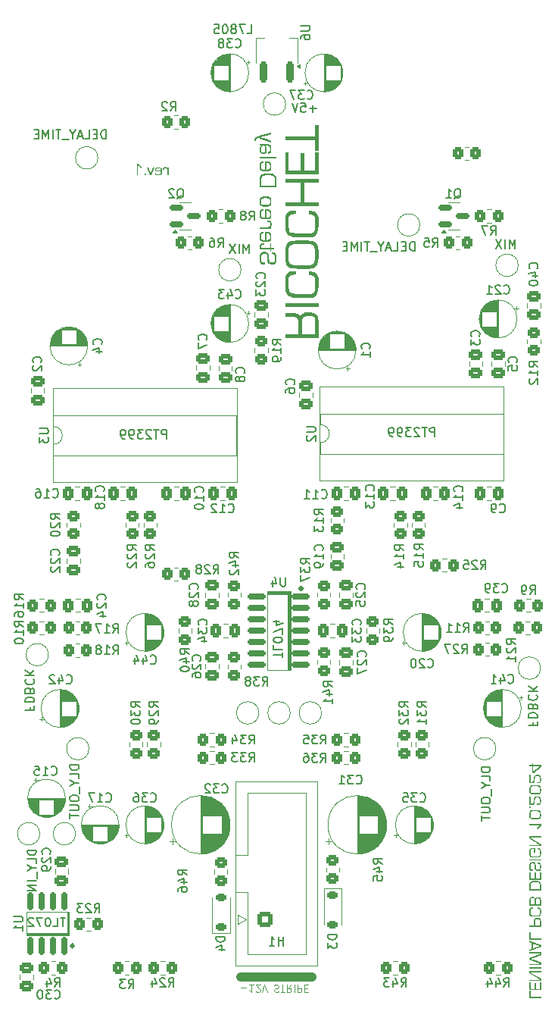
<source format=gbo>
G04 #@! TF.GenerationSoftware,KiCad,Pcbnew,8.0.5*
G04 #@! TF.CreationDate,2024-11-24T11:27:35+01:00*
G04 #@! TF.ProjectId,ricochet,7269636f-6368-4657-942e-6b696361645f,rev?*
G04 #@! TF.SameCoordinates,Original*
G04 #@! TF.FileFunction,Legend,Bot*
G04 #@! TF.FilePolarity,Positive*
%FSLAX46Y46*%
G04 Gerber Fmt 4.6, Leading zero omitted, Abs format (unit mm)*
G04 Created by KiCad (PCBNEW 8.0.5) date 2024-11-24 11:27:35*
%MOMM*%
%LPD*%
G01*
G04 APERTURE LIST*
G04 Aperture macros list*
%AMRoundRect*
0 Rectangle with rounded corners*
0 $1 Rounding radius*
0 $2 $3 $4 $5 $6 $7 $8 $9 X,Y pos of 4 corners*
0 Add a 4 corners polygon primitive as box body*
4,1,4,$2,$3,$4,$5,$6,$7,$8,$9,$2,$3,0*
0 Add four circle primitives for the rounded corners*
1,1,$1+$1,$2,$3*
1,1,$1+$1,$4,$5*
1,1,$1+$1,$6,$7*
1,1,$1+$1,$8,$9*
0 Add four rect primitives between the rounded corners*
20,1,$1+$1,$2,$3,$4,$5,0*
20,1,$1+$1,$4,$5,$6,$7,0*
20,1,$1+$1,$6,$7,$8,$9,0*
20,1,$1+$1,$8,$9,$2,$3,0*%
%AMFreePoly0*
4,1,9,5.362500,-0.866500,1.237500,-0.866500,1.237500,-0.450000,-1.237500,-0.450000,-1.237500,0.450000,1.237500,0.450000,1.237500,0.866500,5.362500,0.866500,5.362500,-0.866500,5.362500,-0.866500,$1*%
G04 Aperture macros list end*
%ADD10C,0.150000*%
%ADD11C,0.100000*%
%ADD12C,0.120000*%
%ADD13C,0.300000*%
%ADD14C,1.000000*%
%ADD15C,0.350000*%
%ADD16O,4.000000X4.000000*%
%ADD17R,1.800000X1.800000*%
%ADD18C,1.800000*%
%ADD19R,1.930000X1.830000*%
%ADD20C,2.130000*%
%ADD21RoundRect,0.250000X-0.350000X-0.450000X0.350000X-0.450000X0.350000X0.450000X-0.350000X0.450000X0*%
%ADD22RoundRect,0.250000X-0.337500X-0.475000X0.337500X-0.475000X0.337500X0.475000X-0.337500X0.475000X0*%
%ADD23RoundRect,0.250000X0.450000X-0.350000X0.450000X0.350000X-0.450000X0.350000X-0.450000X-0.350000X0*%
%ADD24RoundRect,0.250000X0.350000X0.450000X-0.350000X0.450000X-0.350000X-0.450000X0.350000X-0.450000X0*%
%ADD25R,1.200000X1.200000*%
%ADD26C,1.200000*%
%ADD27RoundRect,0.250000X0.475000X-0.337500X0.475000X0.337500X-0.475000X0.337500X-0.475000X-0.337500X0*%
%ADD28RoundRect,0.250000X-0.450000X0.350000X-0.450000X-0.350000X0.450000X-0.350000X0.450000X0.350000X0*%
%ADD29RoundRect,0.225000X0.225000X-0.925000X0.225000X0.925000X-0.225000X0.925000X-0.225000X-0.925000X0*%
%ADD30FreePoly0,90.000000*%
%ADD31R,1.600000X1.600000*%
%ADD32C,1.600000*%
%ADD33C,2.000000*%
%ADD34RoundRect,0.225000X-0.375000X0.225000X-0.375000X-0.225000X0.375000X-0.225000X0.375000X0.225000X0*%
%ADD35RoundRect,0.250000X-0.475000X0.337500X-0.475000X-0.337500X0.475000X-0.337500X0.475000X0.337500X0*%
%ADD36RoundRect,0.250000X0.337500X0.475000X-0.337500X0.475000X-0.337500X-0.475000X0.337500X-0.475000X0*%
%ADD37RoundRect,0.150000X-0.587500X-0.150000X0.587500X-0.150000X0.587500X0.150000X-0.587500X0.150000X0*%
%ADD38R,1.600000X2.400000*%
%ADD39O,1.600000X2.400000*%
%ADD40RoundRect,0.150000X0.150000X-0.825000X0.150000X0.825000X-0.150000X0.825000X-0.150000X-0.825000X0*%
%ADD41RoundRect,0.225000X0.375000X-0.225000X0.375000X0.225000X-0.375000X0.225000X-0.375000X-0.225000X0*%
%ADD42RoundRect,0.250000X-0.600000X-0.600000X0.600000X-0.600000X0.600000X0.600000X-0.600000X0.600000X0*%
%ADD43C,1.700000*%
%ADD44RoundRect,0.150000X0.825000X0.150000X-0.825000X0.150000X-0.825000X-0.150000X0.825000X-0.150000X0*%
G04 APERTURE END LIST*
D10*
X56106077Y-150369819D02*
X55534649Y-150369819D01*
X55820363Y-151369819D02*
X55820363Y-150369819D01*
X54725125Y-151369819D02*
X55201315Y-151369819D01*
X55201315Y-151369819D02*
X55201315Y-150369819D01*
X54201315Y-150369819D02*
X54106077Y-150369819D01*
X54106077Y-150369819D02*
X54010839Y-150417438D01*
X54010839Y-150417438D02*
X53963220Y-150465057D01*
X53963220Y-150465057D02*
X53915601Y-150560295D01*
X53915601Y-150560295D02*
X53867982Y-150750771D01*
X53867982Y-150750771D02*
X53867982Y-150988866D01*
X53867982Y-150988866D02*
X53915601Y-151179342D01*
X53915601Y-151179342D02*
X53963220Y-151274580D01*
X53963220Y-151274580D02*
X54010839Y-151322200D01*
X54010839Y-151322200D02*
X54106077Y-151369819D01*
X54106077Y-151369819D02*
X54201315Y-151369819D01*
X54201315Y-151369819D02*
X54296553Y-151322200D01*
X54296553Y-151322200D02*
X54344172Y-151274580D01*
X54344172Y-151274580D02*
X54391791Y-151179342D01*
X54391791Y-151179342D02*
X54439410Y-150988866D01*
X54439410Y-150988866D02*
X54439410Y-150750771D01*
X54439410Y-150750771D02*
X54391791Y-150560295D01*
X54391791Y-150560295D02*
X54344172Y-150465057D01*
X54344172Y-150465057D02*
X54296553Y-150417438D01*
X54296553Y-150417438D02*
X54201315Y-150369819D01*
X53534648Y-150369819D02*
X52867982Y-150369819D01*
X52867982Y-150369819D02*
X53296553Y-151369819D01*
X52534648Y-150465057D02*
X52487029Y-150417438D01*
X52487029Y-150417438D02*
X52391791Y-150369819D01*
X52391791Y-150369819D02*
X52153696Y-150369819D01*
X52153696Y-150369819D02*
X52058458Y-150417438D01*
X52058458Y-150417438D02*
X52010839Y-150465057D01*
X52010839Y-150465057D02*
X51963220Y-150560295D01*
X51963220Y-150560295D02*
X51963220Y-150655533D01*
X51963220Y-150655533D02*
X52010839Y-150798390D01*
X52010839Y-150798390D02*
X52582267Y-151369819D01*
X52582267Y-151369819D02*
X51963220Y-151369819D01*
X57619819Y-133336779D02*
X56619819Y-133336779D01*
X56619819Y-133336779D02*
X56619819Y-133574874D01*
X56619819Y-133574874D02*
X56667438Y-133717731D01*
X56667438Y-133717731D02*
X56762676Y-133812969D01*
X56762676Y-133812969D02*
X56857914Y-133860588D01*
X56857914Y-133860588D02*
X57048390Y-133908207D01*
X57048390Y-133908207D02*
X57191247Y-133908207D01*
X57191247Y-133908207D02*
X57381723Y-133860588D01*
X57381723Y-133860588D02*
X57476961Y-133812969D01*
X57476961Y-133812969D02*
X57572200Y-133717731D01*
X57572200Y-133717731D02*
X57619819Y-133574874D01*
X57619819Y-133574874D02*
X57619819Y-133336779D01*
X57619819Y-134812969D02*
X57619819Y-134336779D01*
X57619819Y-134336779D02*
X56619819Y-134336779D01*
X57143628Y-135336779D02*
X57619819Y-135336779D01*
X56619819Y-135003446D02*
X57143628Y-135336779D01*
X57143628Y-135336779D02*
X56619819Y-135670112D01*
X57715057Y-135765351D02*
X57715057Y-136527255D01*
X56619819Y-136955827D02*
X56619819Y-137146303D01*
X56619819Y-137146303D02*
X56667438Y-137241541D01*
X56667438Y-137241541D02*
X56762676Y-137336779D01*
X56762676Y-137336779D02*
X56953152Y-137384398D01*
X56953152Y-137384398D02*
X57286485Y-137384398D01*
X57286485Y-137384398D02*
X57476961Y-137336779D01*
X57476961Y-137336779D02*
X57572200Y-137241541D01*
X57572200Y-137241541D02*
X57619819Y-137146303D01*
X57619819Y-137146303D02*
X57619819Y-136955827D01*
X57619819Y-136955827D02*
X57572200Y-136860589D01*
X57572200Y-136860589D02*
X57476961Y-136765351D01*
X57476961Y-136765351D02*
X57286485Y-136717732D01*
X57286485Y-136717732D02*
X56953152Y-136717732D01*
X56953152Y-136717732D02*
X56762676Y-136765351D01*
X56762676Y-136765351D02*
X56667438Y-136860589D01*
X56667438Y-136860589D02*
X56619819Y-136955827D01*
X56619819Y-137812970D02*
X57429342Y-137812970D01*
X57429342Y-137812970D02*
X57524580Y-137860589D01*
X57524580Y-137860589D02*
X57572200Y-137908208D01*
X57572200Y-137908208D02*
X57619819Y-138003446D01*
X57619819Y-138003446D02*
X57619819Y-138193922D01*
X57619819Y-138193922D02*
X57572200Y-138289160D01*
X57572200Y-138289160D02*
X57524580Y-138336779D01*
X57524580Y-138336779D02*
X57429342Y-138384398D01*
X57429342Y-138384398D02*
X56619819Y-138384398D01*
X56619819Y-138717732D02*
X56619819Y-139289160D01*
X57619819Y-139003446D02*
X56619819Y-139003446D01*
G36*
X67668353Y-66542865D02*
G01*
X67533628Y-66542865D01*
X67546964Y-66649550D01*
X67544228Y-66652286D01*
X67497874Y-66594840D01*
X67438483Y-66553807D01*
X67366056Y-66529187D01*
X67291989Y-66521109D01*
X67280593Y-66520981D01*
X67207500Y-66527434D01*
X67136141Y-66552214D01*
X67082622Y-66595579D01*
X67046943Y-66657529D01*
X67029103Y-66738063D01*
X67026873Y-66785300D01*
X67027899Y-66849243D01*
X67160572Y-66849243D01*
X67157836Y-66825649D01*
X67154759Y-66775384D01*
X67166930Y-66705300D01*
X67214865Y-66650790D01*
X67281133Y-66631676D01*
X67308632Y-66630401D01*
X67385095Y-66640355D01*
X67454308Y-66677128D01*
X67501988Y-66740998D01*
X67525718Y-66817309D01*
X67533409Y-66896109D01*
X67533628Y-66913528D01*
X67533628Y-67462000D01*
X67668353Y-67462000D01*
X67668353Y-66542865D01*
G37*
G36*
X66563975Y-66543223D02*
G01*
X66642233Y-66548592D01*
X66719983Y-66563001D01*
X66790967Y-66590206D01*
X66848039Y-66634505D01*
X66886552Y-66699790D01*
X66907793Y-66769827D01*
X66919930Y-66843274D01*
X66925765Y-66913937D01*
X66927711Y-66993200D01*
X66925774Y-67078545D01*
X66919964Y-67154205D01*
X66907878Y-67232216D01*
X66886729Y-67305603D01*
X66848381Y-67372069D01*
X66812489Y-67402632D01*
X66745522Y-67433545D01*
X66669009Y-67451373D01*
X66590117Y-67459804D01*
X66514989Y-67462000D01*
X66501482Y-67461945D01*
X66425828Y-67459332D01*
X66349234Y-67451331D01*
X66277084Y-67435655D01*
X66209979Y-67406263D01*
X66199420Y-67398926D01*
X66153523Y-67346874D01*
X66129681Y-67282372D01*
X66122784Y-67210332D01*
X66123810Y-67177505D01*
X66261270Y-67177505D01*
X66261270Y-67207254D01*
X66268098Y-67266319D01*
X66309825Y-67325224D01*
X66374106Y-67343923D01*
X66446708Y-67350869D01*
X66520802Y-67352579D01*
X66531387Y-67352522D01*
X66607320Y-67347981D01*
X66680356Y-67332086D01*
X66738960Y-67294449D01*
X66763483Y-67243091D01*
X66777789Y-67171174D01*
X66783829Y-67098408D01*
X66785464Y-67024316D01*
X66123810Y-67024316D01*
X66123810Y-66954561D01*
X66124408Y-66914896D01*
X66261270Y-66914896D01*
X66783412Y-66914896D01*
X66780377Y-66839733D01*
X66768049Y-66766156D01*
X66734856Y-66701183D01*
X66731710Y-66698175D01*
X66670379Y-66667757D01*
X66597397Y-66655342D01*
X66522854Y-66652286D01*
X66448738Y-66654893D01*
X66376049Y-66665485D01*
X66311535Y-66694002D01*
X66283501Y-66734158D01*
X66266190Y-66804138D01*
X66262295Y-66874547D01*
X66261270Y-66914896D01*
X66124408Y-66914896D01*
X66124504Y-66908524D01*
X66130058Y-66825665D01*
X66141165Y-66755092D01*
X66164615Y-66680105D01*
X66202798Y-66621853D01*
X66238457Y-66595009D01*
X66305189Y-66567857D01*
X66381566Y-66552198D01*
X66460394Y-66544793D01*
X66535505Y-66542865D01*
X66563975Y-66543223D01*
G37*
G36*
X65235108Y-66542865D02*
G01*
X65542854Y-67462000D01*
X65736050Y-67462000D01*
X66041060Y-66542865D01*
X65902575Y-66542865D01*
X65739811Y-67042781D01*
X65688862Y-67199390D01*
X65664926Y-67278378D01*
X65639965Y-67357366D01*
X65636203Y-67357366D01*
X65612951Y-67279404D01*
X65590041Y-67200415D01*
X65540802Y-67044833D01*
X65385219Y-66542865D01*
X65235108Y-66542865D01*
G37*
G36*
X64980020Y-67286926D02*
G01*
X64980020Y-67462000D01*
X65128080Y-67462000D01*
X65128080Y-67286926D01*
X64980020Y-67286926D01*
G37*
G36*
X64084480Y-66148950D02*
G01*
X64084480Y-67462000D01*
X64232540Y-67462000D01*
X64232540Y-66259739D01*
X64568325Y-66632453D01*
X64661332Y-66543891D01*
X64297850Y-66148950D01*
X64084480Y-66148950D01*
G37*
X52153990Y-126829887D02*
X52153990Y-127163220D01*
X51630180Y-127163220D02*
X52630180Y-127163220D01*
X52630180Y-127163220D02*
X52630180Y-126687030D01*
X51630180Y-126306077D02*
X52630180Y-126306077D01*
X52630180Y-126306077D02*
X52630180Y-126067982D01*
X52630180Y-126067982D02*
X52582561Y-125925125D01*
X52582561Y-125925125D02*
X52487323Y-125829887D01*
X52487323Y-125829887D02*
X52392085Y-125782268D01*
X52392085Y-125782268D02*
X52201609Y-125734649D01*
X52201609Y-125734649D02*
X52058752Y-125734649D01*
X52058752Y-125734649D02*
X51868276Y-125782268D01*
X51868276Y-125782268D02*
X51773038Y-125829887D01*
X51773038Y-125829887D02*
X51677800Y-125925125D01*
X51677800Y-125925125D02*
X51630180Y-126067982D01*
X51630180Y-126067982D02*
X51630180Y-126306077D01*
X52153990Y-124972744D02*
X52106371Y-124829887D01*
X52106371Y-124829887D02*
X52058752Y-124782268D01*
X52058752Y-124782268D02*
X51963514Y-124734649D01*
X51963514Y-124734649D02*
X51820657Y-124734649D01*
X51820657Y-124734649D02*
X51725419Y-124782268D01*
X51725419Y-124782268D02*
X51677800Y-124829887D01*
X51677800Y-124829887D02*
X51630180Y-124925125D01*
X51630180Y-124925125D02*
X51630180Y-125306077D01*
X51630180Y-125306077D02*
X52630180Y-125306077D01*
X52630180Y-125306077D02*
X52630180Y-124972744D01*
X52630180Y-124972744D02*
X52582561Y-124877506D01*
X52582561Y-124877506D02*
X52534942Y-124829887D01*
X52534942Y-124829887D02*
X52439704Y-124782268D01*
X52439704Y-124782268D02*
X52344466Y-124782268D01*
X52344466Y-124782268D02*
X52249228Y-124829887D01*
X52249228Y-124829887D02*
X52201609Y-124877506D01*
X52201609Y-124877506D02*
X52153990Y-124972744D01*
X52153990Y-124972744D02*
X52153990Y-125306077D01*
X51725419Y-123734649D02*
X51677800Y-123782268D01*
X51677800Y-123782268D02*
X51630180Y-123925125D01*
X51630180Y-123925125D02*
X51630180Y-124020363D01*
X51630180Y-124020363D02*
X51677800Y-124163220D01*
X51677800Y-124163220D02*
X51773038Y-124258458D01*
X51773038Y-124258458D02*
X51868276Y-124306077D01*
X51868276Y-124306077D02*
X52058752Y-124353696D01*
X52058752Y-124353696D02*
X52201609Y-124353696D01*
X52201609Y-124353696D02*
X52392085Y-124306077D01*
X52392085Y-124306077D02*
X52487323Y-124258458D01*
X52487323Y-124258458D02*
X52582561Y-124163220D01*
X52582561Y-124163220D02*
X52630180Y-124020363D01*
X52630180Y-124020363D02*
X52630180Y-123925125D01*
X52630180Y-123925125D02*
X52582561Y-123782268D01*
X52582561Y-123782268D02*
X52534942Y-123734649D01*
X51630180Y-123306077D02*
X52630180Y-123306077D01*
X51630180Y-122734649D02*
X52201609Y-123163220D01*
X52630180Y-122734649D02*
X52058752Y-123306077D01*
G36*
X109301049Y-159226789D02*
G01*
X108119304Y-159226789D01*
X108119304Y-158551800D01*
X107988000Y-158551800D01*
X107988000Y-159374849D01*
X109301049Y-159374849D01*
X109301049Y-159226789D01*
G37*
G36*
X109169744Y-158330565D02*
G01*
X108732061Y-158330565D01*
X108732061Y-157664124D01*
X108600756Y-157664124D01*
X108600756Y-158330565D01*
X108119304Y-158330565D01*
X108119304Y-157635059D01*
X107988000Y-157635059D01*
X107988000Y-158478625D01*
X109301049Y-158478625D01*
X109301049Y-157635059D01*
X109169744Y-157635059D01*
X109169744Y-158330565D01*
G37*
G36*
X109301049Y-156329190D02*
G01*
X107988000Y-156329190D01*
X107988000Y-156572651D01*
X108881147Y-157122491D01*
X109028523Y-157212079D01*
X109101698Y-157256189D01*
X109174873Y-157300642D01*
X109174873Y-157304403D01*
X109125634Y-157303377D01*
X109075711Y-157302351D01*
X108977232Y-157302351D01*
X107988000Y-157302351D01*
X107988000Y-157450411D01*
X109301049Y-157450411D01*
X109301049Y-157208318D01*
X108517665Y-156728234D01*
X108312159Y-156603426D01*
X108210260Y-156540851D01*
X108107337Y-156479302D01*
X108107337Y-156475198D01*
X108156234Y-156476224D01*
X108206157Y-156477250D01*
X108304294Y-156477250D01*
X109301049Y-156477250D01*
X109301049Y-156329190D01*
G37*
G36*
X109301049Y-155938695D02*
G01*
X107988000Y-155938695D01*
X107988000Y-156086755D01*
X109301049Y-156086755D01*
X109301049Y-155938695D01*
G37*
G36*
X109301049Y-154248143D02*
G01*
X107988000Y-154248143D01*
X107988000Y-154396203D01*
X109038097Y-154396203D01*
X109117085Y-154396203D01*
X109156408Y-154395519D01*
X109196073Y-154394494D01*
X109196073Y-154398255D01*
X109165299Y-154409881D01*
X109135208Y-154421165D01*
X109073659Y-154446468D01*
X107988000Y-154893384D01*
X107988000Y-155041786D01*
X109061349Y-155489727D01*
X109121872Y-155515715D01*
X109152647Y-155527341D01*
X109182396Y-155538967D01*
X109182396Y-155542728D01*
X109146834Y-155541702D01*
X109110247Y-155540676D01*
X109038097Y-155540676D01*
X107988000Y-155540676D01*
X107988000Y-155688736D01*
X109301049Y-155688736D01*
X109301049Y-155431939D01*
X108451328Y-155082135D01*
X108313868Y-155026399D01*
X108245822Y-154998360D01*
X108177434Y-154971346D01*
X108177434Y-154967585D01*
X108245822Y-154940572D01*
X108310016Y-154914958D01*
X108313868Y-154913558D01*
X108450302Y-154857138D01*
X109301049Y-154508702D01*
X109301049Y-154248143D01*
G37*
G36*
X109301049Y-153434668D02*
G01*
X109301049Y-153642568D01*
X107988000Y-154123335D01*
X107988000Y-153966385D01*
X108272494Y-153865512D01*
X108272494Y-153823112D01*
X108381914Y-153823112D01*
X109179660Y-153535540D01*
X108381914Y-153244207D01*
X108381914Y-153823112D01*
X108272494Y-153823112D01*
X108272494Y-153201123D01*
X107988000Y-153099225D01*
X107988000Y-152944326D01*
X109301049Y-153434668D01*
G37*
G36*
X109301049Y-152668381D02*
G01*
X108119304Y-152668381D01*
X108119304Y-151993391D01*
X107988000Y-151993391D01*
X107988000Y-152816441D01*
X109301049Y-152816441D01*
X109301049Y-152668381D01*
G37*
G36*
X108931406Y-150393482D02*
G01*
X109010257Y-150399180D01*
X109078458Y-150410577D01*
X109152825Y-150434635D01*
X109213854Y-150473810D01*
X109234291Y-150496196D01*
X109270310Y-150562740D01*
X109288787Y-150629980D01*
X109297984Y-150698397D01*
X109301049Y-150776769D01*
X109301049Y-150826692D01*
X109301049Y-151377557D01*
X107988000Y-151377557D01*
X107988000Y-151229497D01*
X108491335Y-151229497D01*
X108491335Y-150878667D01*
X108622640Y-150878667D01*
X108622640Y-151229497D01*
X109169744Y-151229497D01*
X109169744Y-150831479D01*
X109168718Y-150774717D01*
X109166297Y-150711698D01*
X109154436Y-150640746D01*
X109118111Y-150576392D01*
X109094193Y-150562098D01*
X109024678Y-150543574D01*
X108953260Y-150536346D01*
X108876360Y-150534333D01*
X108866280Y-150534394D01*
X108793917Y-150539256D01*
X108724140Y-150556273D01*
X108667776Y-150596566D01*
X108642079Y-150657824D01*
X108630089Y-150725875D01*
X108624227Y-150801654D01*
X108622640Y-150878667D01*
X108491335Y-150878667D01*
X108491335Y-150850628D01*
X108492361Y-150792840D01*
X108492686Y-150764437D01*
X108497554Y-150686154D01*
X108510618Y-150607952D01*
X108535286Y-150535888D01*
X108575452Y-150476887D01*
X108605082Y-150452654D01*
X108667283Y-150422425D01*
X108736645Y-150404599D01*
X108807194Y-150395727D01*
X108887986Y-150392770D01*
X108931406Y-150393482D01*
G37*
G36*
X108425683Y-149361137D02*
G01*
X108425683Y-149214103D01*
X108375418Y-149214103D01*
X108299368Y-149216332D01*
X108220604Y-149224891D01*
X108145942Y-149242990D01*
X108083335Y-149274374D01*
X108052284Y-149305401D01*
X108024160Y-149368360D01*
X108008340Y-149438301D01*
X107998609Y-149511460D01*
X107993085Y-149579725D01*
X107989569Y-149656646D01*
X107988062Y-149742222D01*
X107988000Y-149764968D01*
X107989800Y-149843705D01*
X107995202Y-149914930D01*
X108007018Y-149993398D01*
X108024460Y-150060128D01*
X108052818Y-150124710D01*
X108096144Y-150178694D01*
X108103233Y-150184528D01*
X108168753Y-150219303D01*
X108248719Y-150242312D01*
X108332143Y-150256692D01*
X108409871Y-150265059D01*
X108497365Y-150270637D01*
X108569394Y-150272990D01*
X108646918Y-150273775D01*
X108726643Y-150273460D01*
X108798611Y-150272514D01*
X108877661Y-150270445D01*
X108956521Y-150266663D01*
X109026463Y-150260457D01*
X109067504Y-150253600D01*
X109134690Y-150224793D01*
X109191198Y-150176163D01*
X109221719Y-150138025D01*
X109252630Y-150076869D01*
X109273082Y-150004733D01*
X109285865Y-149930717D01*
X109293302Y-149862404D01*
X109298260Y-149786001D01*
X109300739Y-149701510D01*
X109301049Y-149656231D01*
X109299212Y-149581806D01*
X109292160Y-149503074D01*
X109277247Y-149425806D01*
X109251388Y-149356734D01*
X109225822Y-149318394D01*
X109165081Y-149272413D01*
X109096725Y-149247889D01*
X109022503Y-149235372D01*
X108948179Y-149231285D01*
X108934831Y-149231200D01*
X108907134Y-149230516D01*
X108907134Y-149377550D01*
X108943722Y-149378576D01*
X109016556Y-149382660D01*
X109083463Y-149398745D01*
X109128711Y-149430209D01*
X109156761Y-149499828D01*
X109166498Y-149570712D01*
X109169584Y-149639981D01*
X109169744Y-149662044D01*
X109168948Y-149737517D01*
X109165714Y-149821008D01*
X109159992Y-149892445D01*
X109149842Y-149962257D01*
X109130736Y-150028337D01*
X109118795Y-150049804D01*
X109062393Y-150089713D01*
X108994524Y-150108333D01*
X108916590Y-150117437D01*
X108836011Y-150119902D01*
X108739934Y-150119487D01*
X108651612Y-150118243D01*
X108571043Y-150116169D01*
X108498227Y-150113266D01*
X108413202Y-150108105D01*
X108341961Y-150101469D01*
X108272294Y-150091101D01*
X108210944Y-150072714D01*
X108162619Y-150020982D01*
X108136845Y-149947572D01*
X108125032Y-149873833D01*
X108120110Y-149800153D01*
X108119304Y-149750607D01*
X108120231Y-149673760D01*
X108123789Y-149594195D01*
X108131314Y-149518811D01*
X108146325Y-149449490D01*
X108157260Y-149424396D01*
X108212462Y-149379984D01*
X108286689Y-149362536D01*
X108348062Y-149359427D01*
X108425683Y-149361137D01*
G37*
G36*
X108416330Y-148042740D02*
G01*
X108486548Y-148053943D01*
X108557233Y-148080831D01*
X108613109Y-148122385D01*
X108654173Y-148178604D01*
X108680428Y-148249490D01*
X108683505Y-148249490D01*
X108705241Y-148201024D01*
X108748741Y-148146972D01*
X108807491Y-148109021D01*
X108881491Y-148087170D01*
X108957057Y-148081256D01*
X109031530Y-148083876D01*
X109105378Y-148093558D01*
X109172585Y-148113359D01*
X109235055Y-148155799D01*
X109254067Y-148183167D01*
X109280168Y-148252963D01*
X109293251Y-148325500D01*
X109299438Y-148400384D01*
X109301049Y-148471751D01*
X109301049Y-149052365D01*
X107988000Y-149052365D01*
X107988000Y-148590062D01*
X108119304Y-148590062D01*
X108119304Y-148904305D01*
X108600756Y-148904305D01*
X108600756Y-148522700D01*
X108600622Y-148514836D01*
X108732061Y-148514836D01*
X108732061Y-148904305D01*
X109169744Y-148904305D01*
X109169744Y-148474487D01*
X109167928Y-148410440D01*
X109159032Y-148337564D01*
X109131789Y-148269323D01*
X109103464Y-148246677D01*
X109037241Y-148227052D01*
X108965948Y-148222477D01*
X108906195Y-148225029D01*
X108838261Y-148237532D01*
X108774803Y-148275819D01*
X108760278Y-148300475D01*
X108741453Y-148369843D01*
X108734106Y-148439936D01*
X108732061Y-148514836D01*
X108600622Y-148514836D01*
X108599361Y-148441015D01*
X108595178Y-148372145D01*
X108585262Y-148300252D01*
X108561091Y-148235129D01*
X108552528Y-148225657D01*
X108487916Y-148195378D01*
X108417002Y-148184664D01*
X108347036Y-148182128D01*
X108297981Y-148183979D01*
X108225656Y-148196990D01*
X108163757Y-148234787D01*
X108153579Y-148249693D01*
X108131187Y-148316339D01*
X108122408Y-148387908D01*
X108120330Y-148456364D01*
X108119304Y-148590062D01*
X107988000Y-148590062D01*
X107988000Y-148409176D01*
X107988332Y-148384177D01*
X107993321Y-148314886D01*
X108006708Y-148244865D01*
X108031985Y-148179105D01*
X108073143Y-148123314D01*
X108084317Y-148113335D01*
X108146702Y-148076397D01*
X108218776Y-148054507D01*
X108294674Y-148043804D01*
X108369263Y-148040907D01*
X108416330Y-148042740D01*
G37*
G36*
X108723355Y-146264284D02*
G01*
X108805826Y-146266633D01*
X108881203Y-146272112D01*
X108965446Y-146283363D01*
X109038602Y-146299507D01*
X109111756Y-146325337D01*
X109176925Y-146364375D01*
X109199107Y-146384695D01*
X109242381Y-146444544D01*
X109270018Y-146509699D01*
X109288928Y-146587646D01*
X109298019Y-146662372D01*
X109301049Y-146745980D01*
X109301049Y-147353607D01*
X107988000Y-147353607D01*
X107988000Y-146777780D01*
X108119304Y-146777780D01*
X108119304Y-147205547D01*
X109169744Y-147205547D01*
X109169744Y-146747690D01*
X109169652Y-146733852D01*
X109165244Y-146657589D01*
X109151745Y-146583262D01*
X109125299Y-146517631D01*
X109075711Y-146464563D01*
X109012452Y-146438683D01*
X108943690Y-146424125D01*
X108872430Y-146415171D01*
X108788481Y-146409105D01*
X108712186Y-146406332D01*
X108627769Y-146405408D01*
X108569385Y-146406009D01*
X108497794Y-146408680D01*
X108418358Y-146415025D01*
X108350092Y-146424709D01*
X108282916Y-146440737D01*
X108212312Y-146473796D01*
X108185518Y-146499249D01*
X108148733Y-146565640D01*
X108130295Y-146635566D01*
X108121575Y-146708239D01*
X108119304Y-146777780D01*
X107988000Y-146777780D01*
X107988000Y-146708367D01*
X107988139Y-146691892D01*
X107993036Y-146614716D01*
X108008147Y-146533544D01*
X108033332Y-146464851D01*
X108075446Y-146400479D01*
X108131272Y-146353091D01*
X108160630Y-146337203D01*
X108234313Y-146310115D01*
X108310959Y-146292316D01*
X108382254Y-146281203D01*
X108462417Y-146272869D01*
X108551450Y-146267312D01*
X108624045Y-146264968D01*
X108701628Y-146264187D01*
X108723355Y-146264284D01*
G37*
G36*
X109169744Y-145978325D02*
G01*
X108732061Y-145978325D01*
X108732061Y-145311884D01*
X108600756Y-145311884D01*
X108600756Y-145978325D01*
X108119304Y-145978325D01*
X108119304Y-145282819D01*
X107988000Y-145282819D01*
X107988000Y-146126385D01*
X109301049Y-146126385D01*
X109301049Y-145282819D01*
X109169744Y-145282819D01*
X109169744Y-145978325D01*
G37*
G36*
X108950903Y-144198185D02*
G01*
X108950903Y-144345219D01*
X109022694Y-144349412D01*
X109092834Y-144368045D01*
X109131447Y-144398220D01*
X109156243Y-144464707D01*
X109166004Y-144538506D01*
X109169407Y-144611613D01*
X109169744Y-144647152D01*
X109168767Y-144715881D01*
X109165017Y-144787688D01*
X109157086Y-144856756D01*
X109139114Y-144927949D01*
X109129737Y-144947376D01*
X109076312Y-144993424D01*
X109008071Y-145011514D01*
X108952612Y-145014738D01*
X108883027Y-145011447D01*
X108811915Y-144996174D01*
X108764545Y-144962079D01*
X108742394Y-144892996D01*
X108730939Y-144814350D01*
X108724087Y-144738255D01*
X108719515Y-144663640D01*
X108718725Y-144647494D01*
X108714697Y-144574308D01*
X108707467Y-144492654D01*
X108697800Y-144421918D01*
X108682982Y-144351449D01*
X108657764Y-144281950D01*
X108642815Y-144257683D01*
X108588545Y-144213685D01*
X108523299Y-144190219D01*
X108450290Y-144178242D01*
X108375886Y-144174331D01*
X108362424Y-144174249D01*
X108292759Y-144176587D01*
X108219893Y-144185563D01*
X108149682Y-144204543D01*
X108088956Y-144237455D01*
X108057071Y-144269993D01*
X108026852Y-144332311D01*
X108007493Y-144410542D01*
X107997713Y-144479965D01*
X107991305Y-144560675D01*
X107988607Y-144633369D01*
X107988000Y-144692630D01*
X107989719Y-144776679D01*
X107994878Y-144851445D01*
X108005609Y-144928911D01*
X108024389Y-145002392D01*
X108054105Y-145064091D01*
X108058439Y-145070132D01*
X108116703Y-145119540D01*
X108183509Y-145145890D01*
X108256691Y-145159340D01*
X108330358Y-145163732D01*
X108343617Y-145163824D01*
X108403799Y-145164508D01*
X108403799Y-145017473D01*
X108372340Y-145017473D01*
X108295254Y-145014118D01*
X108227793Y-145002322D01*
X108166355Y-144970290D01*
X108160679Y-144963789D01*
X108135466Y-144899611D01*
X108125123Y-144830539D01*
X108120315Y-144752851D01*
X108119304Y-144687501D01*
X108120315Y-144612685D01*
X108124193Y-144535556D01*
X108132396Y-144463015D01*
X108150982Y-144391969D01*
X108160679Y-144374284D01*
X108217486Y-144336205D01*
X108292365Y-144320123D01*
X108360914Y-144315700D01*
X108382940Y-144315471D01*
X108454086Y-144320198D01*
X108521280Y-144341881D01*
X108538523Y-144355478D01*
X108569383Y-144417027D01*
X108581574Y-144484731D01*
X108584685Y-144522344D01*
X108592207Y-144676217D01*
X108599730Y-144822226D01*
X108609935Y-144900444D01*
X108629265Y-144968234D01*
X108666261Y-145038305D01*
X108717515Y-145092080D01*
X108783028Y-145129560D01*
X108862800Y-145150744D01*
X108936883Y-145155959D01*
X109013583Y-145152545D01*
X109090152Y-145139932D01*
X109160629Y-145114137D01*
X109218202Y-145070608D01*
X109227874Y-145058848D01*
X109259888Y-144998218D01*
X109280397Y-144925356D01*
X109292402Y-144848187D01*
X109298476Y-144773503D01*
X109300978Y-144689386D01*
X109301049Y-144671430D01*
X109300013Y-144601033D01*
X109295802Y-144522053D01*
X109288352Y-144453091D01*
X109275136Y-144383559D01*
X109250260Y-144313291D01*
X109234713Y-144287773D01*
X109178640Y-144240530D01*
X109112432Y-144215333D01*
X109038932Y-144202472D01*
X108964368Y-144198273D01*
X108950903Y-144198185D01*
G37*
G36*
X109301049Y-143854535D02*
G01*
X107988000Y-143854535D01*
X107988000Y-144002595D01*
X109301049Y-144002595D01*
X109301049Y-143854535D01*
G37*
G36*
X108644524Y-143136461D02*
G01*
X108644524Y-142573628D01*
X108575101Y-142570587D01*
X108503303Y-142569867D01*
X108420099Y-142571229D01*
X108345220Y-142575317D01*
X108263326Y-142584257D01*
X108194439Y-142597456D01*
X108128943Y-142618914D01*
X108070749Y-142657062D01*
X108034546Y-142718012D01*
X108014182Y-142786726D01*
X108001656Y-142859048D01*
X107993171Y-142945061D01*
X107989292Y-143023728D01*
X107988000Y-143111158D01*
X107989522Y-143194132D01*
X107994090Y-143269348D01*
X108004083Y-143352459D01*
X108018834Y-143423448D01*
X108042817Y-143492635D01*
X108079457Y-143551291D01*
X108085452Y-143557732D01*
X108149502Y-143600966D01*
X108217427Y-143625285D01*
X108287052Y-143640243D01*
X108368515Y-143650376D01*
X108442208Y-143655008D01*
X108523478Y-143656552D01*
X108712912Y-143657578D01*
X108826778Y-143656552D01*
X108895246Y-143654832D01*
X108972402Y-143647843D01*
X109040190Y-143635477D01*
X109109173Y-143613543D01*
X109172605Y-143578167D01*
X109206674Y-143546448D01*
X109243447Y-143487576D01*
X109267778Y-143420080D01*
X109282985Y-143351822D01*
X109293584Y-143272645D01*
X109298745Y-143201441D01*
X109300957Y-143123249D01*
X109301049Y-143102609D01*
X109300125Y-143022633D01*
X109297352Y-142950083D01*
X109291286Y-142869839D01*
X109282332Y-142801199D01*
X109267774Y-142734148D01*
X109241893Y-142670739D01*
X109190876Y-142619528D01*
X109120579Y-142589655D01*
X109049933Y-142577042D01*
X108978258Y-142573628D01*
X108929018Y-142573628D01*
X108929018Y-142718953D01*
X108958083Y-142718953D01*
X109030184Y-142724173D01*
X109099307Y-142747374D01*
X109135550Y-142784947D01*
X109155018Y-142855175D01*
X109163199Y-142925993D01*
X109167607Y-143002870D01*
X109169444Y-143078339D01*
X109169744Y-143128597D01*
X109168333Y-143204154D01*
X109162916Y-143282437D01*
X109151460Y-143356690D01*
X109128604Y-143425133D01*
X109111956Y-143450020D01*
X109051977Y-143486620D01*
X108982622Y-143503696D01*
X108904160Y-143512045D01*
X108823701Y-143514305D01*
X108654099Y-143516357D01*
X108471503Y-143515331D01*
X108400505Y-143513586D01*
X108327319Y-143506886D01*
X108258497Y-143492719D01*
X108196217Y-143464454D01*
X108174357Y-143443866D01*
X108145325Y-143375678D01*
X108131401Y-143300210D01*
X108123659Y-143217343D01*
X108120165Y-143135468D01*
X108119304Y-143061577D01*
X108120548Y-142991744D01*
X108125325Y-142919648D01*
X108135425Y-142851672D01*
X108158312Y-142784707D01*
X108170254Y-142767850D01*
X108231642Y-142733469D01*
X108308104Y-142718097D01*
X108385601Y-142712312D01*
X108436967Y-142711430D01*
X108505989Y-142718042D01*
X108513219Y-142718953D01*
X108513219Y-143136461D01*
X108644524Y-143136461D01*
G37*
G36*
X109301049Y-141270153D02*
G01*
X107988000Y-141270153D01*
X107988000Y-141513614D01*
X108881147Y-142063454D01*
X109028523Y-142153042D01*
X109101698Y-142197152D01*
X109174873Y-142241605D01*
X109174873Y-142245366D01*
X109125634Y-142244340D01*
X109075711Y-142243314D01*
X108977232Y-142243314D01*
X107988000Y-142243314D01*
X107988000Y-142391374D01*
X109301049Y-142391374D01*
X109301049Y-142149281D01*
X108517665Y-141669197D01*
X108312159Y-141544389D01*
X108210260Y-141481814D01*
X108107337Y-141420265D01*
X108107337Y-141416161D01*
X108156234Y-141417187D01*
X108206157Y-141418213D01*
X108304294Y-141418213D01*
X109301049Y-141418213D01*
X109301049Y-141270153D01*
G37*
G36*
X109301049Y-139884270D02*
G01*
X107988000Y-139884270D01*
X107988000Y-140032330D01*
X109190260Y-140032330D01*
X108817546Y-140368115D01*
X108906108Y-140461123D01*
X109301049Y-140097641D01*
X109301049Y-139884270D01*
G37*
G36*
X108673549Y-138342536D02*
G01*
X108755275Y-138343638D01*
X108830516Y-138346063D01*
X108899271Y-138349809D01*
X108980856Y-138356862D01*
X109066623Y-138368983D01*
X109134375Y-138384778D01*
X109205306Y-138417690D01*
X109211196Y-138422653D01*
X109251588Y-138482722D01*
X109274028Y-138551532D01*
X109287585Y-138624430D01*
X109295065Y-138692930D01*
X109299553Y-138770481D01*
X109301049Y-138857083D01*
X109299590Y-138941905D01*
X109295215Y-139018051D01*
X109285643Y-139101031D01*
X109271513Y-139170455D01*
X109248540Y-139235867D01*
X109207699Y-139292714D01*
X109151069Y-139323358D01*
X109077395Y-139343634D01*
X108998276Y-139356307D01*
X108923380Y-139363680D01*
X108838173Y-139368595D01*
X108767501Y-139370669D01*
X108691028Y-139371360D01*
X108631448Y-139371082D01*
X108547857Y-139369624D01*
X108471203Y-139366915D01*
X108401486Y-139362956D01*
X108319319Y-139355733D01*
X108249483Y-139346286D01*
X108179529Y-139331353D01*
X108107678Y-139300237D01*
X108100315Y-139294276D01*
X108055319Y-139238303D01*
X108025867Y-139170479D01*
X108007751Y-139099963D01*
X107995479Y-139016726D01*
X107989869Y-138940975D01*
X107988000Y-138857083D01*
X108119304Y-138857083D01*
X108119572Y-138890687D01*
X108122577Y-138966928D01*
X108130591Y-139043760D01*
X108148757Y-139121332D01*
X108187692Y-139181584D01*
X108192300Y-139184571D01*
X108261871Y-139207189D01*
X108336351Y-139218000D01*
X108415590Y-139224402D01*
X108490221Y-139227816D01*
X108574843Y-139229712D01*
X108644866Y-139230139D01*
X108714764Y-139229712D01*
X108799229Y-139227816D01*
X108873713Y-139224402D01*
X108952783Y-139218000D01*
X109027083Y-139207189D01*
X109101014Y-139181584D01*
X109131084Y-139143094D01*
X109152562Y-139076181D01*
X109163032Y-139007342D01*
X109168066Y-138937764D01*
X109169744Y-138857083D01*
X109169140Y-138807280D01*
X109165448Y-138733172D01*
X109156589Y-138658920D01*
X109140145Y-138592531D01*
X109101014Y-138532240D01*
X109096428Y-138529252D01*
X109027083Y-138506634D01*
X108952783Y-138495823D01*
X108873713Y-138489422D01*
X108799229Y-138486008D01*
X108714764Y-138484111D01*
X108644866Y-138483684D01*
X108574843Y-138484111D01*
X108490221Y-138486008D01*
X108415590Y-138489422D01*
X108336351Y-138495823D01*
X108261871Y-138506634D01*
X108187692Y-138532240D01*
X108157773Y-138570751D01*
X108136401Y-138637728D01*
X108125983Y-138706642D01*
X108120974Y-138776303D01*
X108119304Y-138857083D01*
X107988000Y-138857083D01*
X107988116Y-138835325D01*
X107990921Y-138753390D01*
X107997466Y-138679609D01*
X108010907Y-138598847D01*
X108030191Y-138530825D01*
X108061046Y-138466014D01*
X108107678Y-138413586D01*
X108165641Y-138385873D01*
X108241864Y-138367537D01*
X108324098Y-138356076D01*
X108402136Y-138349409D01*
X108491061Y-138344963D01*
X108564901Y-138343088D01*
X108644866Y-138342463D01*
X108673549Y-138342536D01*
G37*
G36*
X108163073Y-137993684D02*
G01*
X107988000Y-137993684D01*
X107988000Y-138141744D01*
X108163073Y-138141744D01*
X108163073Y-137993684D01*
G37*
G36*
X108119304Y-136824933D02*
G01*
X107988000Y-136824933D01*
X107988000Y-137770397D01*
X108242061Y-137770397D01*
X108312939Y-137767560D01*
X108383231Y-137757079D01*
X108453989Y-137732255D01*
X108506722Y-137689699D01*
X108539649Y-137626560D01*
X108562117Y-137553180D01*
X108579187Y-137473378D01*
X108591870Y-137394958D01*
X108601006Y-137324419D01*
X108603150Y-137305701D01*
X108611730Y-137234631D01*
X108623238Y-137161734D01*
X108638336Y-137093765D01*
X108663026Y-137028569D01*
X108673931Y-137013000D01*
X108734137Y-136980234D01*
X108803389Y-136967335D01*
X108872847Y-136962838D01*
X108906792Y-136962393D01*
X108981955Y-136965919D01*
X109055532Y-136980245D01*
X109117335Y-137015342D01*
X109120505Y-137018813D01*
X109152385Y-137086386D01*
X109164936Y-137158952D01*
X109169311Y-137229979D01*
X109169744Y-137264326D01*
X109168834Y-137334013D01*
X109165340Y-137406397D01*
X109157951Y-137475348D01*
X109141208Y-137544899D01*
X109132473Y-137563182D01*
X109074465Y-137607605D01*
X109002606Y-137622897D01*
X108952954Y-137625073D01*
X108863366Y-137623021D01*
X108863366Y-137768346D01*
X108928334Y-137767320D01*
X109006954Y-137763822D01*
X109075091Y-137753327D01*
X109141335Y-137732241D01*
X109205541Y-137691137D01*
X109226506Y-137667815D01*
X109259119Y-137605582D01*
X109280011Y-137530652D01*
X109292241Y-137451215D01*
X109298428Y-137374292D01*
X109300758Y-137305733D01*
X109301049Y-137269113D01*
X109299012Y-137190442D01*
X109292901Y-137120269D01*
X109280191Y-137047280D01*
X109257947Y-136977592D01*
X109222749Y-136918346D01*
X109217616Y-136912470D01*
X109158381Y-136868337D01*
X109084746Y-136841232D01*
X109016561Y-136828394D01*
X108937268Y-136821974D01*
X108893457Y-136821172D01*
X108824863Y-136823251D01*
X108752447Y-136831233D01*
X108681605Y-136848112D01*
X108618634Y-136877380D01*
X108584001Y-136906315D01*
X108544150Y-136969977D01*
X108518690Y-137041296D01*
X108500722Y-137117611D01*
X108488467Y-137191915D01*
X108478683Y-137275952D01*
X108470522Y-137349237D01*
X108459495Y-137424154D01*
X108444927Y-137493598D01*
X108420938Y-137559255D01*
X108410295Y-137574466D01*
X108348657Y-137605461D01*
X108275108Y-137617662D01*
X108200437Y-137621917D01*
X108163757Y-137622337D01*
X108119304Y-137622337D01*
X108119304Y-136824933D01*
G37*
G36*
X108673549Y-135557777D02*
G01*
X108755275Y-135558879D01*
X108830516Y-135561303D01*
X108899271Y-135565050D01*
X108980856Y-135572102D01*
X109066623Y-135584224D01*
X109134375Y-135600019D01*
X109205306Y-135632930D01*
X109211196Y-135637894D01*
X109251588Y-135697963D01*
X109274028Y-135766773D01*
X109287585Y-135839671D01*
X109295065Y-135908171D01*
X109299553Y-135985722D01*
X109301049Y-136072323D01*
X109299590Y-136157146D01*
X109295215Y-136233292D01*
X109285643Y-136316272D01*
X109271513Y-136385695D01*
X109248540Y-136451107D01*
X109207699Y-136507955D01*
X109151069Y-136538599D01*
X109077395Y-136558875D01*
X108998276Y-136571548D01*
X108923380Y-136578921D01*
X108838173Y-136583836D01*
X108767501Y-136585910D01*
X108691028Y-136586601D01*
X108631448Y-136586323D01*
X108547857Y-136584865D01*
X108471203Y-136582156D01*
X108401486Y-136578197D01*
X108319319Y-136570973D01*
X108249483Y-136561527D01*
X108179529Y-136546594D01*
X108107678Y-136515478D01*
X108100315Y-136509517D01*
X108055319Y-136453544D01*
X108025867Y-136385719D01*
X108007751Y-136315204D01*
X107995479Y-136231967D01*
X107989869Y-136156216D01*
X107988000Y-136072323D01*
X108119304Y-136072323D01*
X108119572Y-136105928D01*
X108122577Y-136182169D01*
X108130591Y-136259001D01*
X108148757Y-136336573D01*
X108187692Y-136396824D01*
X108192300Y-136399812D01*
X108261871Y-136422430D01*
X108336351Y-136433241D01*
X108415590Y-136439642D01*
X108490221Y-136443056D01*
X108574843Y-136444953D01*
X108644866Y-136445380D01*
X108714764Y-136444953D01*
X108799229Y-136443056D01*
X108873713Y-136439642D01*
X108952783Y-136433241D01*
X109027083Y-136422430D01*
X109101014Y-136396824D01*
X109131084Y-136358335D01*
X109152562Y-136291421D01*
X109163032Y-136222583D01*
X109168066Y-136153005D01*
X109169744Y-136072323D01*
X109169140Y-136022521D01*
X109165448Y-135948413D01*
X109156589Y-135874161D01*
X109140145Y-135807772D01*
X109101014Y-135747480D01*
X109096428Y-135744493D01*
X109027083Y-135721875D01*
X108952783Y-135711064D01*
X108873713Y-135704662D01*
X108799229Y-135701248D01*
X108714764Y-135699352D01*
X108644866Y-135698925D01*
X108574843Y-135699352D01*
X108490221Y-135701248D01*
X108415590Y-135704662D01*
X108336351Y-135711064D01*
X108261871Y-135721875D01*
X108187692Y-135747480D01*
X108157773Y-135785991D01*
X108136401Y-135852969D01*
X108125983Y-135921883D01*
X108120974Y-135991543D01*
X108119304Y-136072323D01*
X107988000Y-136072323D01*
X107988116Y-136050566D01*
X107990921Y-135968631D01*
X107997466Y-135894849D01*
X108010907Y-135814088D01*
X108030191Y-135746065D01*
X108061046Y-135681254D01*
X108107678Y-135628827D01*
X108165641Y-135601114D01*
X108241864Y-135582777D01*
X108324098Y-135571317D01*
X108402136Y-135564649D01*
X108491061Y-135560204D01*
X108564901Y-135558329D01*
X108644866Y-135557704D01*
X108673549Y-135557777D01*
G37*
G36*
X108119304Y-134423147D02*
G01*
X107988000Y-134423147D01*
X107988000Y-135368611D01*
X108242061Y-135368611D01*
X108312939Y-135365774D01*
X108383231Y-135355293D01*
X108453989Y-135330468D01*
X108506722Y-135287913D01*
X108539649Y-135224774D01*
X108562117Y-135151393D01*
X108579187Y-135071592D01*
X108591870Y-134993171D01*
X108601006Y-134922633D01*
X108603150Y-134903914D01*
X108611730Y-134832845D01*
X108623238Y-134759948D01*
X108638336Y-134691978D01*
X108663026Y-134626783D01*
X108673931Y-134611214D01*
X108734137Y-134578448D01*
X108803389Y-134565549D01*
X108872847Y-134561051D01*
X108906792Y-134560607D01*
X108981955Y-134564133D01*
X109055532Y-134578458D01*
X109117335Y-134613556D01*
X109120505Y-134617027D01*
X109152385Y-134684599D01*
X109164936Y-134757166D01*
X109169311Y-134828193D01*
X109169744Y-134862540D01*
X109168834Y-134932227D01*
X109165340Y-135004611D01*
X109157951Y-135073562D01*
X109141208Y-135143112D01*
X109132473Y-135161395D01*
X109074465Y-135205819D01*
X109002606Y-135221110D01*
X108952954Y-135223286D01*
X108863366Y-135221235D01*
X108863366Y-135366559D01*
X108928334Y-135365533D01*
X109006954Y-135362035D01*
X109075091Y-135351541D01*
X109141335Y-135330454D01*
X109205541Y-135289350D01*
X109226506Y-135266029D01*
X109259119Y-135203796D01*
X109280011Y-135128865D01*
X109292241Y-135049429D01*
X109298428Y-134972505D01*
X109300758Y-134903946D01*
X109301049Y-134867327D01*
X109299012Y-134788656D01*
X109292901Y-134718483D01*
X109280191Y-134645493D01*
X109257947Y-134575806D01*
X109222749Y-134516559D01*
X109217616Y-134510683D01*
X109158381Y-134466550D01*
X109084746Y-134439446D01*
X109016561Y-134426607D01*
X108937268Y-134420188D01*
X108893457Y-134419385D01*
X108824863Y-134421464D01*
X108752447Y-134429446D01*
X108681605Y-134446325D01*
X108618634Y-134475593D01*
X108584001Y-134504528D01*
X108544150Y-134568190D01*
X108518690Y-134639509D01*
X108500722Y-134715825D01*
X108488467Y-134790128D01*
X108478683Y-134874166D01*
X108470522Y-134947451D01*
X108459495Y-135022368D01*
X108444927Y-135091812D01*
X108420938Y-135157468D01*
X108410295Y-135172679D01*
X108348657Y-135203674D01*
X108275108Y-135215876D01*
X108200437Y-135220130D01*
X108163757Y-135220551D01*
X108119304Y-135220551D01*
X108119304Y-134423147D01*
G37*
G36*
X108425683Y-133339539D02*
G01*
X109301049Y-133339539D01*
X109301049Y-133568639D01*
X108473554Y-134222428D01*
X108294378Y-134222428D01*
X108294378Y-134100355D01*
X108425683Y-134100355D01*
X109205990Y-133490676D01*
X109205990Y-133487599D01*
X108425683Y-133487599D01*
X108425683Y-134100355D01*
X108294378Y-134100355D01*
X108294378Y-133487599D01*
X107988000Y-133487599D01*
X107988000Y-133339539D01*
X108294378Y-133339539D01*
X108294378Y-133143265D01*
X108425683Y-133143265D01*
X108425683Y-133339539D01*
G37*
X67413220Y-96869819D02*
X67413220Y-95869819D01*
X67413220Y-95869819D02*
X67032268Y-95869819D01*
X67032268Y-95869819D02*
X66937030Y-95917438D01*
X66937030Y-95917438D02*
X66889411Y-95965057D01*
X66889411Y-95965057D02*
X66841792Y-96060295D01*
X66841792Y-96060295D02*
X66841792Y-96203152D01*
X66841792Y-96203152D02*
X66889411Y-96298390D01*
X66889411Y-96298390D02*
X66937030Y-96346009D01*
X66937030Y-96346009D02*
X67032268Y-96393628D01*
X67032268Y-96393628D02*
X67413220Y-96393628D01*
X66556077Y-95869819D02*
X65984649Y-95869819D01*
X66270363Y-96869819D02*
X66270363Y-95869819D01*
X65698934Y-95965057D02*
X65651315Y-95917438D01*
X65651315Y-95917438D02*
X65556077Y-95869819D01*
X65556077Y-95869819D02*
X65317982Y-95869819D01*
X65317982Y-95869819D02*
X65222744Y-95917438D01*
X65222744Y-95917438D02*
X65175125Y-95965057D01*
X65175125Y-95965057D02*
X65127506Y-96060295D01*
X65127506Y-96060295D02*
X65127506Y-96155533D01*
X65127506Y-96155533D02*
X65175125Y-96298390D01*
X65175125Y-96298390D02*
X65746553Y-96869819D01*
X65746553Y-96869819D02*
X65127506Y-96869819D01*
X64794172Y-95869819D02*
X64175125Y-95869819D01*
X64175125Y-95869819D02*
X64508458Y-96250771D01*
X64508458Y-96250771D02*
X64365601Y-96250771D01*
X64365601Y-96250771D02*
X64270363Y-96298390D01*
X64270363Y-96298390D02*
X64222744Y-96346009D01*
X64222744Y-96346009D02*
X64175125Y-96441247D01*
X64175125Y-96441247D02*
X64175125Y-96679342D01*
X64175125Y-96679342D02*
X64222744Y-96774580D01*
X64222744Y-96774580D02*
X64270363Y-96822200D01*
X64270363Y-96822200D02*
X64365601Y-96869819D01*
X64365601Y-96869819D02*
X64651315Y-96869819D01*
X64651315Y-96869819D02*
X64746553Y-96822200D01*
X64746553Y-96822200D02*
X64794172Y-96774580D01*
X63698934Y-96869819D02*
X63508458Y-96869819D01*
X63508458Y-96869819D02*
X63413220Y-96822200D01*
X63413220Y-96822200D02*
X63365601Y-96774580D01*
X63365601Y-96774580D02*
X63270363Y-96631723D01*
X63270363Y-96631723D02*
X63222744Y-96441247D01*
X63222744Y-96441247D02*
X63222744Y-96060295D01*
X63222744Y-96060295D02*
X63270363Y-95965057D01*
X63270363Y-95965057D02*
X63317982Y-95917438D01*
X63317982Y-95917438D02*
X63413220Y-95869819D01*
X63413220Y-95869819D02*
X63603696Y-95869819D01*
X63603696Y-95869819D02*
X63698934Y-95917438D01*
X63698934Y-95917438D02*
X63746553Y-95965057D01*
X63746553Y-95965057D02*
X63794172Y-96060295D01*
X63794172Y-96060295D02*
X63794172Y-96298390D01*
X63794172Y-96298390D02*
X63746553Y-96393628D01*
X63746553Y-96393628D02*
X63698934Y-96441247D01*
X63698934Y-96441247D02*
X63603696Y-96488866D01*
X63603696Y-96488866D02*
X63413220Y-96488866D01*
X63413220Y-96488866D02*
X63317982Y-96441247D01*
X63317982Y-96441247D02*
X63270363Y-96393628D01*
X63270363Y-96393628D02*
X63222744Y-96298390D01*
X62746553Y-96869819D02*
X62556077Y-96869819D01*
X62556077Y-96869819D02*
X62460839Y-96822200D01*
X62460839Y-96822200D02*
X62413220Y-96774580D01*
X62413220Y-96774580D02*
X62317982Y-96631723D01*
X62317982Y-96631723D02*
X62270363Y-96441247D01*
X62270363Y-96441247D02*
X62270363Y-96060295D01*
X62270363Y-96060295D02*
X62317982Y-95965057D01*
X62317982Y-95965057D02*
X62365601Y-95917438D01*
X62365601Y-95917438D02*
X62460839Y-95869819D01*
X62460839Y-95869819D02*
X62651315Y-95869819D01*
X62651315Y-95869819D02*
X62746553Y-95917438D01*
X62746553Y-95917438D02*
X62794172Y-95965057D01*
X62794172Y-95965057D02*
X62841791Y-96060295D01*
X62841791Y-96060295D02*
X62841791Y-96298390D01*
X62841791Y-96298390D02*
X62794172Y-96393628D01*
X62794172Y-96393628D02*
X62746553Y-96441247D01*
X62746553Y-96441247D02*
X62651315Y-96488866D01*
X62651315Y-96488866D02*
X62460839Y-96488866D01*
X62460839Y-96488866D02*
X62365601Y-96441247D01*
X62365601Y-96441247D02*
X62317982Y-96393628D01*
X62317982Y-96393628D02*
X62270363Y-96298390D01*
X95163220Y-75869819D02*
X95163220Y-74869819D01*
X95163220Y-74869819D02*
X94925125Y-74869819D01*
X94925125Y-74869819D02*
X94782268Y-74917438D01*
X94782268Y-74917438D02*
X94687030Y-75012676D01*
X94687030Y-75012676D02*
X94639411Y-75107914D01*
X94639411Y-75107914D02*
X94591792Y-75298390D01*
X94591792Y-75298390D02*
X94591792Y-75441247D01*
X94591792Y-75441247D02*
X94639411Y-75631723D01*
X94639411Y-75631723D02*
X94687030Y-75726961D01*
X94687030Y-75726961D02*
X94782268Y-75822200D01*
X94782268Y-75822200D02*
X94925125Y-75869819D01*
X94925125Y-75869819D02*
X95163220Y-75869819D01*
X94163220Y-75346009D02*
X93829887Y-75346009D01*
X93687030Y-75869819D02*
X94163220Y-75869819D01*
X94163220Y-75869819D02*
X94163220Y-74869819D01*
X94163220Y-74869819D02*
X93687030Y-74869819D01*
X92782268Y-75869819D02*
X93258458Y-75869819D01*
X93258458Y-75869819D02*
X93258458Y-74869819D01*
X92496553Y-75584104D02*
X92020363Y-75584104D01*
X92591791Y-75869819D02*
X92258458Y-74869819D01*
X92258458Y-74869819D02*
X91925125Y-75869819D01*
X91401315Y-75393628D02*
X91401315Y-75869819D01*
X91734648Y-74869819D02*
X91401315Y-75393628D01*
X91401315Y-75393628D02*
X91067982Y-74869819D01*
X90972744Y-75965057D02*
X90210839Y-75965057D01*
X90115600Y-74869819D02*
X89544172Y-74869819D01*
X89829886Y-75869819D02*
X89829886Y-74869819D01*
X89210838Y-75869819D02*
X89210838Y-74869819D01*
X88734648Y-75869819D02*
X88734648Y-74869819D01*
X88734648Y-74869819D02*
X88401315Y-75584104D01*
X88401315Y-75584104D02*
X88067982Y-74869819D01*
X88067982Y-74869819D02*
X88067982Y-75869819D01*
X87591791Y-75346009D02*
X87258458Y-75346009D01*
X87115601Y-75869819D02*
X87591791Y-75869819D01*
X87591791Y-75869819D02*
X87591791Y-74869819D01*
X87591791Y-74869819D02*
X87115601Y-74869819D01*
G36*
X79215575Y-76035519D02*
G01*
X79215575Y-76245568D01*
X79318134Y-76251557D01*
X79418335Y-76278176D01*
X79473496Y-76321284D01*
X79508919Y-76416265D01*
X79522863Y-76521692D01*
X79527725Y-76626131D01*
X79528206Y-76676901D01*
X79526811Y-76775085D01*
X79521453Y-76877667D01*
X79510123Y-76976335D01*
X79484448Y-77078039D01*
X79471053Y-77105792D01*
X79394731Y-77171575D01*
X79297245Y-77197418D01*
X79218018Y-77202023D01*
X79118611Y-77197322D01*
X79017021Y-77175503D01*
X78949351Y-77126796D01*
X78917706Y-77028107D01*
X78901342Y-76915755D01*
X78891553Y-76807048D01*
X78885022Y-76700454D01*
X78883893Y-76677390D01*
X78878138Y-76572838D01*
X78867811Y-76456189D01*
X78854000Y-76355138D01*
X78832831Y-76254468D01*
X78796806Y-76155183D01*
X78775450Y-76120516D01*
X78697922Y-76057662D01*
X78604712Y-76024139D01*
X78500414Y-76007029D01*
X78394123Y-76001442D01*
X78374891Y-76001325D01*
X78275370Y-76004665D01*
X78171276Y-76017487D01*
X78070975Y-76044602D01*
X77984223Y-76091619D01*
X77938674Y-76138101D01*
X77895504Y-76227128D01*
X77867848Y-76338886D01*
X77853876Y-76438062D01*
X77844721Y-76553362D01*
X77840867Y-76657211D01*
X77840000Y-76741870D01*
X77842456Y-76861940D01*
X77849826Y-76968748D01*
X77865157Y-77079413D01*
X77891984Y-77184386D01*
X77934437Y-77272527D01*
X77940628Y-77281158D01*
X78023861Y-77351740D01*
X78119299Y-77389384D01*
X78223844Y-77408598D01*
X78329082Y-77414872D01*
X78348025Y-77415003D01*
X78433998Y-77415980D01*
X78433998Y-77205931D01*
X78389057Y-77205931D01*
X78278934Y-77201138D01*
X78182562Y-77184287D01*
X78094792Y-77138526D01*
X78086685Y-77129239D01*
X78050667Y-77037556D01*
X78035890Y-76938882D01*
X78029021Y-76827899D01*
X78027578Y-76734542D01*
X78029021Y-76627662D01*
X78034562Y-76517478D01*
X78046280Y-76413848D01*
X78072832Y-76312353D01*
X78086685Y-76287090D01*
X78167837Y-76232690D01*
X78274808Y-76209716D01*
X78372735Y-76203398D01*
X78404200Y-76203070D01*
X78505837Y-76209823D01*
X78601829Y-76240800D01*
X78626461Y-76260223D01*
X78670547Y-76348150D01*
X78687963Y-76444870D01*
X78692407Y-76498604D01*
X78703154Y-76718422D01*
X78713900Y-76927006D01*
X78728479Y-77038747D01*
X78756093Y-77135589D01*
X78808944Y-77235691D01*
X78882165Y-77312513D01*
X78975754Y-77366055D01*
X79089714Y-77396318D01*
X79195547Y-77403768D01*
X79305119Y-77398891D01*
X79414503Y-77380872D01*
X79515184Y-77344022D01*
X79597432Y-77281837D01*
X79611249Y-77265038D01*
X79656983Y-77178423D01*
X79686282Y-77074335D01*
X79703432Y-76964094D01*
X79712109Y-76857402D01*
X79715682Y-76737234D01*
X79715785Y-76711584D01*
X79714304Y-76611017D01*
X79708288Y-76498188D01*
X79697646Y-76399670D01*
X79678767Y-76300340D01*
X79643229Y-76199956D01*
X79621018Y-76163503D01*
X79540914Y-76096011D01*
X79446331Y-76060016D01*
X79341332Y-76041644D01*
X79234811Y-76035644D01*
X79215575Y-76035519D01*
G37*
G36*
X79153049Y-75069295D02*
G01*
X78996734Y-75069295D01*
X78996734Y-75574877D01*
X78192686Y-75574877D01*
X78089131Y-75556655D01*
X78015492Y-75486679D01*
X77996315Y-75388276D01*
X78013345Y-75290388D01*
X78086405Y-75217334D01*
X78170704Y-75202651D01*
X78235673Y-75201186D01*
X78308946Y-75198255D01*
X78308946Y-75019958D01*
X78214668Y-75018492D01*
X78106731Y-75027484D01*
X78001356Y-75062014D01*
X77922324Y-75122441D01*
X77869636Y-75208766D01*
X77843292Y-75320988D01*
X77840000Y-75386810D01*
X77847477Y-75496436D01*
X77876191Y-75603460D01*
X77936909Y-75694505D01*
X78026938Y-75749132D01*
X78127437Y-75766969D01*
X78146280Y-75767341D01*
X78192686Y-75767341D01*
X78996734Y-75767341D01*
X78996734Y-75948569D01*
X79153049Y-75948569D01*
X79153049Y-75767341D01*
X79465680Y-75767341D01*
X79465680Y-75574877D01*
X79153049Y-75574877D01*
X79153049Y-75069295D01*
G37*
G36*
X78246420Y-73745498D02*
G01*
X78246420Y-73941870D01*
X78203921Y-73941870D01*
X78119543Y-73951624D01*
X78035394Y-74011235D01*
X78008680Y-74103064D01*
X77998757Y-74206782D01*
X77996315Y-74312630D01*
X77996396Y-74327752D01*
X78002884Y-74436227D01*
X78025591Y-74540564D01*
X78079357Y-74624284D01*
X78152726Y-74659318D01*
X78255465Y-74679754D01*
X78359416Y-74688383D01*
X78465261Y-74690718D01*
X78465261Y-74687787D01*
X78621577Y-74687787D01*
X78728952Y-74683452D01*
X78834062Y-74665840D01*
X78926880Y-74618422D01*
X78931178Y-74613927D01*
X78974632Y-74526312D01*
X78992368Y-74422051D01*
X78996734Y-74315561D01*
X78993009Y-74209682D01*
X78977877Y-74105841D01*
X78937138Y-74013677D01*
X78879774Y-73973629D01*
X78779802Y-73948899D01*
X78679218Y-73943335D01*
X78621577Y-73941870D01*
X78621577Y-74687787D01*
X78465261Y-74687787D01*
X78465261Y-73745498D01*
X78564912Y-73745498D01*
X78630679Y-73746490D01*
X78749049Y-73754424D01*
X78849868Y-73770292D01*
X78956991Y-73803792D01*
X79040209Y-73858339D01*
X79078557Y-73909280D01*
X79117346Y-74004611D01*
X79139715Y-74113722D01*
X79150294Y-74226333D01*
X79153049Y-74333635D01*
X79152538Y-74374305D01*
X79144867Y-74486104D01*
X79124284Y-74597174D01*
X79085419Y-74698581D01*
X79022135Y-74780111D01*
X78928871Y-74835130D01*
X78828817Y-74865474D01*
X78723893Y-74882813D01*
X78622945Y-74891150D01*
X78509713Y-74893928D01*
X78387792Y-74891162D01*
X78279705Y-74882861D01*
X78168262Y-74865596D01*
X78063423Y-74835383D01*
X77968471Y-74780600D01*
X77924811Y-74729326D01*
X77880649Y-74633659D01*
X77855180Y-74524355D01*
X77843136Y-74411652D01*
X77840000Y-74304326D01*
X77840077Y-74285031D01*
X77843810Y-74176953D01*
X77855240Y-74067533D01*
X77877634Y-73964462D01*
X77919623Y-73868597D01*
X77930104Y-73853513D01*
X78004465Y-73787947D01*
X78096610Y-73753886D01*
X78199525Y-73744033D01*
X78246420Y-73745498D01*
G37*
G36*
X79153049Y-73429448D02*
G01*
X79153049Y-73236985D01*
X79000642Y-73256036D01*
X78996734Y-73252128D01*
X79078799Y-73185908D01*
X79137418Y-73101064D01*
X79172588Y-72997596D01*
X79184129Y-72891785D01*
X79184312Y-72875505D01*
X79175093Y-72771087D01*
X79139693Y-72669146D01*
X79077744Y-72592690D01*
X78989244Y-72541720D01*
X78874194Y-72516235D01*
X78806713Y-72513049D01*
X78715366Y-72514515D01*
X78715366Y-72704047D01*
X78749071Y-72700139D01*
X78820879Y-72695743D01*
X78920999Y-72713131D01*
X78998871Y-72781609D01*
X79026176Y-72876277D01*
X79027997Y-72915561D01*
X79013777Y-73024795D01*
X78961244Y-73123670D01*
X78870002Y-73191785D01*
X78760986Y-73225685D01*
X78648415Y-73236671D01*
X78623531Y-73236985D01*
X77840000Y-73236985D01*
X77840000Y-73429448D01*
X79153049Y-73429448D01*
G37*
G36*
X78246420Y-71222958D02*
G01*
X78246420Y-71419330D01*
X78203921Y-71419330D01*
X78119543Y-71429084D01*
X78035394Y-71488695D01*
X78008680Y-71580524D01*
X77998757Y-71684241D01*
X77996315Y-71790090D01*
X77996396Y-71805212D01*
X78002884Y-71913687D01*
X78025591Y-72018024D01*
X78079357Y-72101744D01*
X78152726Y-72136778D01*
X78255465Y-72157214D01*
X78359416Y-72165843D01*
X78465261Y-72168178D01*
X78465261Y-72165247D01*
X78621577Y-72165247D01*
X78728952Y-72160912D01*
X78834062Y-72143300D01*
X78926880Y-72095882D01*
X78931178Y-72091387D01*
X78974632Y-72003772D01*
X78992368Y-71899511D01*
X78996734Y-71793021D01*
X78993009Y-71687142D01*
X78977877Y-71583300D01*
X78937138Y-71491137D01*
X78879774Y-71451089D01*
X78779802Y-71426359D01*
X78679218Y-71420795D01*
X78621577Y-71419330D01*
X78621577Y-72165247D01*
X78465261Y-72165247D01*
X78465261Y-71222958D01*
X78564912Y-71222958D01*
X78630679Y-71223950D01*
X78749049Y-71231884D01*
X78849868Y-71247752D01*
X78956991Y-71281252D01*
X79040209Y-71335799D01*
X79078557Y-71386740D01*
X79117346Y-71482071D01*
X79139715Y-71591182D01*
X79150294Y-71703793D01*
X79153049Y-71811095D01*
X79152538Y-71851765D01*
X79144867Y-71963564D01*
X79124284Y-72074634D01*
X79085419Y-72176041D01*
X79022135Y-72257571D01*
X78928871Y-72312590D01*
X78828817Y-72342934D01*
X78723893Y-72360273D01*
X78622945Y-72368609D01*
X78509713Y-72371388D01*
X78387792Y-72368621D01*
X78279705Y-72360321D01*
X78168262Y-72343056D01*
X78063423Y-72312842D01*
X77968471Y-72258060D01*
X77924811Y-72206786D01*
X77880649Y-72111119D01*
X77855180Y-72001815D01*
X77843136Y-71889112D01*
X77840000Y-71781786D01*
X77840077Y-71762491D01*
X77843810Y-71654413D01*
X77855240Y-71544993D01*
X77877634Y-71441922D01*
X77919623Y-71346057D01*
X77930104Y-71330973D01*
X78004465Y-71265406D01*
X78096610Y-71231346D01*
X78199525Y-71221493D01*
X78246420Y-71222958D01*
G37*
G36*
X78617868Y-69804601D02*
G01*
X78725139Y-69812544D01*
X78835289Y-69829064D01*
X78938185Y-69857976D01*
X79029951Y-69910397D01*
X79071785Y-69960063D01*
X79114100Y-70054279D01*
X79138503Y-70162965D01*
X79150044Y-70275622D01*
X79153049Y-70383251D01*
X79151967Y-70449067D01*
X79143312Y-70567276D01*
X79126001Y-70667592D01*
X79089456Y-70773509D01*
X79029951Y-70854640D01*
X79013499Y-70867772D01*
X78925174Y-70911827D01*
X78818338Y-70939256D01*
X78704811Y-70954506D01*
X78594725Y-70961390D01*
X78496524Y-70963084D01*
X78375168Y-70960436D01*
X78267861Y-70952494D01*
X78157637Y-70935973D01*
X78054611Y-70907062D01*
X77962609Y-70854640D01*
X77920941Y-70805026D01*
X77878794Y-70711039D01*
X77854488Y-70602703D01*
X77842993Y-70490458D01*
X77840000Y-70383251D01*
X77996315Y-70383251D01*
X77996394Y-70399059D01*
X78002691Y-70511815D01*
X78021817Y-70609544D01*
X78076915Y-70700279D01*
X78101103Y-70714590D01*
X78196901Y-70742019D01*
X78293990Y-70754124D01*
X78396893Y-70759849D01*
X78496524Y-70761339D01*
X78614568Y-70759193D01*
X78714442Y-70752753D01*
X78819345Y-70737488D01*
X78916133Y-70700279D01*
X78935024Y-70681968D01*
X78976584Y-70590491D01*
X78992877Y-70485910D01*
X78996734Y-70383251D01*
X78996419Y-70351899D01*
X78990358Y-70254215D01*
X78971231Y-70156169D01*
X78916133Y-70065247D01*
X78891946Y-70050936D01*
X78796147Y-70023507D01*
X78699058Y-70011402D01*
X78596156Y-70005677D01*
X78496524Y-70004187D01*
X78378481Y-70006333D01*
X78278606Y-70012773D01*
X78173704Y-70028038D01*
X78076915Y-70065247D01*
X78058024Y-70083573D01*
X78016465Y-70175279D01*
X78000172Y-70280212D01*
X77996315Y-70383251D01*
X77840000Y-70383251D01*
X77841915Y-70296148D01*
X77849698Y-70198518D01*
X77866940Y-70097859D01*
X77903340Y-69991644D01*
X77962609Y-69910397D01*
X77979121Y-69897265D01*
X78067643Y-69853210D01*
X78174603Y-69825781D01*
X78288199Y-69810532D01*
X78398316Y-69803648D01*
X78496524Y-69801953D01*
X78617868Y-69804601D01*
G37*
G36*
X78890507Y-67243894D02*
G01*
X79008324Y-67247248D01*
X79116004Y-67255075D01*
X79236351Y-67271149D01*
X79340860Y-67294211D01*
X79445366Y-67331111D01*
X79538464Y-67386880D01*
X79570153Y-67415909D01*
X79631973Y-67501407D01*
X79671454Y-67594487D01*
X79698468Y-67705838D01*
X79711455Y-67812590D01*
X79715785Y-67932030D01*
X79715785Y-68800069D01*
X77840000Y-68800069D01*
X77840000Y-67977459D01*
X78027578Y-67977459D01*
X78027578Y-68588555D01*
X79528206Y-68588555D01*
X79528206Y-67934473D01*
X79528075Y-67914705D01*
X79521778Y-67805758D01*
X79502494Y-67699576D01*
X79464712Y-67605817D01*
X79393872Y-67530006D01*
X79303503Y-67493034D01*
X79205271Y-67472237D01*
X79103472Y-67459446D01*
X78983545Y-67450780D01*
X78874551Y-67446819D01*
X78753956Y-67445498D01*
X78670550Y-67446357D01*
X78568277Y-67450173D01*
X78454797Y-67459237D01*
X78357274Y-67473071D01*
X78261309Y-67495969D01*
X78160446Y-67543196D01*
X78122169Y-67579558D01*
X78069618Y-67674402D01*
X78043278Y-67774296D01*
X78030822Y-67878114D01*
X78027578Y-67977459D01*
X77840000Y-67977459D01*
X77840000Y-67878297D01*
X77840199Y-67854761D01*
X77847195Y-67744511D01*
X77868782Y-67628551D01*
X77904760Y-67530417D01*
X77964924Y-67438457D01*
X78044675Y-67370760D01*
X78086615Y-67348063D01*
X78191876Y-67309366D01*
X78301370Y-67283939D01*
X78403220Y-67268064D01*
X78517739Y-67256157D01*
X78644929Y-67248219D01*
X78748635Y-67244870D01*
X78859469Y-67243754D01*
X78890507Y-67243894D01*
G37*
G36*
X78246420Y-65871109D02*
G01*
X78246420Y-66067480D01*
X78203921Y-66067480D01*
X78119543Y-66077235D01*
X78035394Y-66136845D01*
X78008680Y-66228675D01*
X77998757Y-66332392D01*
X77996315Y-66438241D01*
X77996396Y-66453363D01*
X78002884Y-66561837D01*
X78025591Y-66666175D01*
X78079357Y-66749895D01*
X78152726Y-66784928D01*
X78255465Y-66805365D01*
X78359416Y-66813993D01*
X78465261Y-66816329D01*
X78465261Y-66813398D01*
X78621577Y-66813398D01*
X78728952Y-66809063D01*
X78834062Y-66791450D01*
X78926880Y-66744033D01*
X78931178Y-66739537D01*
X78974632Y-66651923D01*
X78992368Y-66547662D01*
X78996734Y-66441172D01*
X78993009Y-66335293D01*
X78977877Y-66231451D01*
X78937138Y-66139288D01*
X78879774Y-66099240D01*
X78779802Y-66074510D01*
X78679218Y-66068946D01*
X78621577Y-66067480D01*
X78621577Y-66813398D01*
X78465261Y-66813398D01*
X78465261Y-65871109D01*
X78564912Y-65871109D01*
X78630679Y-65872101D01*
X78749049Y-65880035D01*
X78849868Y-65895903D01*
X78956991Y-65929402D01*
X79040209Y-65983949D01*
X79078557Y-66034891D01*
X79117346Y-66130222D01*
X79139715Y-66239332D01*
X79150294Y-66351944D01*
X79153049Y-66459246D01*
X79152538Y-66499916D01*
X79144867Y-66611714D01*
X79124284Y-66722785D01*
X79085419Y-66824191D01*
X79022135Y-66905722D01*
X78928871Y-66960741D01*
X78828817Y-66991085D01*
X78723893Y-67008424D01*
X78622945Y-67016760D01*
X78509713Y-67019539D01*
X78387792Y-67016772D01*
X78279705Y-67008472D01*
X78168262Y-66991207D01*
X78063423Y-66960993D01*
X77968471Y-66906210D01*
X77924811Y-66854936D01*
X77880649Y-66759270D01*
X77855180Y-66649966D01*
X77843136Y-66537263D01*
X77840000Y-66429937D01*
X77840077Y-66410642D01*
X77843810Y-66302564D01*
X77855240Y-66193143D01*
X77877634Y-66090073D01*
X77919623Y-65994207D01*
X77930104Y-65979124D01*
X78004465Y-65913557D01*
X78096610Y-65879497D01*
X78199525Y-65869644D01*
X78246420Y-65871109D01*
G37*
G36*
X79715785Y-65381646D02*
G01*
X77840000Y-65381646D01*
X77840000Y-65574110D01*
X79715785Y-65574110D01*
X79715785Y-65381646D01*
G37*
G36*
X78763634Y-63969770D02*
G01*
X78874521Y-63984180D01*
X78973868Y-64017617D01*
X79058771Y-64083251D01*
X79080868Y-64115408D01*
X79119812Y-64212149D01*
X79139791Y-64310741D01*
X79149735Y-64411508D01*
X79153049Y-64527285D01*
X79150353Y-64633536D01*
X79140392Y-64739915D01*
X79120020Y-64838307D01*
X79076357Y-64933217D01*
X79066261Y-64945757D01*
X78981722Y-65004009D01*
X78879894Y-65030303D01*
X78777892Y-65036775D01*
X78777892Y-64845778D01*
X78813551Y-64847243D01*
X78846288Y-64844130D01*
X78932155Y-64788794D01*
X78975088Y-64694722D01*
X78992261Y-64595117D01*
X78996734Y-64493091D01*
X78994518Y-64419875D01*
X78978949Y-64312587D01*
X78933719Y-64222470D01*
X78865369Y-64184666D01*
X78765663Y-64165339D01*
X78657725Y-64160432D01*
X78499944Y-64160432D01*
X78498478Y-64164340D01*
X78533941Y-64192638D01*
X78582628Y-64277715D01*
X78607031Y-64374232D01*
X78618571Y-64478097D01*
X78621577Y-64579553D01*
X78621492Y-64597573D01*
X78617439Y-64698324D01*
X78605027Y-64799890D01*
X78580710Y-64894901D01*
X78535115Y-64982065D01*
X78511301Y-65008169D01*
X78423145Y-65062007D01*
X78326287Y-65086479D01*
X78221507Y-65093440D01*
X78153327Y-65089065D01*
X78054597Y-65062329D01*
X77960711Y-64998164D01*
X77902963Y-64917958D01*
X77863844Y-64813446D01*
X77845961Y-64712337D01*
X77840000Y-64595673D01*
X77840512Y-64557571D01*
X77996315Y-64557571D01*
X77997981Y-64628451D01*
X78009688Y-64733599D01*
X78043698Y-64825261D01*
X78046756Y-64829318D01*
X78134924Y-64880323D01*
X78237627Y-64891207D01*
X78336441Y-64880243D01*
X78422274Y-64824773D01*
X78451660Y-64736670D01*
X78462575Y-64637561D01*
X78465261Y-64536566D01*
X78462178Y-64431847D01*
X78449651Y-64327223D01*
X78415924Y-64229797D01*
X78409393Y-64220214D01*
X78324444Y-64163723D01*
X78223949Y-64150662D01*
X78135252Y-64170134D01*
X78060559Y-64240071D01*
X78018545Y-64342990D01*
X78001872Y-64440346D01*
X77996315Y-64557571D01*
X77840512Y-64557571D01*
X77840553Y-64554487D01*
X77848853Y-64441556D01*
X77871126Y-64329944D01*
X77913182Y-64228950D01*
X77981660Y-64149197D01*
X77980195Y-64145289D01*
X77840000Y-64160432D01*
X77840000Y-63967969D01*
X78700223Y-63967969D01*
X78763634Y-63969770D01*
G37*
G36*
X79153049Y-62687159D02*
G01*
X77760865Y-63059385D01*
X77656898Y-63089479D01*
X77552011Y-63126107D01*
X77453780Y-63169972D01*
X77370859Y-63221874D01*
X77356399Y-63233775D01*
X77293545Y-63308960D01*
X77256782Y-63403539D01*
X77246001Y-63506350D01*
X77260655Y-63598185D01*
X77419902Y-63598185D01*
X77402316Y-63530774D01*
X77428816Y-63433388D01*
X77508805Y-63361183D01*
X77611128Y-63314617D01*
X77658283Y-63299720D01*
X77789685Y-63262595D01*
X77840000Y-63250383D01*
X77840000Y-63323656D01*
X79153049Y-63798953D01*
X79153049Y-63594277D01*
X78567843Y-63392044D01*
X78276706Y-63290439D01*
X78129672Y-63241102D01*
X77984103Y-63190300D01*
X77984103Y-63184438D01*
X78129672Y-63148778D01*
X78276706Y-63114584D01*
X78567843Y-63040334D01*
X79153049Y-62891835D01*
X79153049Y-62687159D01*
G37*
X60663220Y-63369819D02*
X60663220Y-62369819D01*
X60663220Y-62369819D02*
X60425125Y-62369819D01*
X60425125Y-62369819D02*
X60282268Y-62417438D01*
X60282268Y-62417438D02*
X60187030Y-62512676D01*
X60187030Y-62512676D02*
X60139411Y-62607914D01*
X60139411Y-62607914D02*
X60091792Y-62798390D01*
X60091792Y-62798390D02*
X60091792Y-62941247D01*
X60091792Y-62941247D02*
X60139411Y-63131723D01*
X60139411Y-63131723D02*
X60187030Y-63226961D01*
X60187030Y-63226961D02*
X60282268Y-63322200D01*
X60282268Y-63322200D02*
X60425125Y-63369819D01*
X60425125Y-63369819D02*
X60663220Y-63369819D01*
X59663220Y-62846009D02*
X59329887Y-62846009D01*
X59187030Y-63369819D02*
X59663220Y-63369819D01*
X59663220Y-63369819D02*
X59663220Y-62369819D01*
X59663220Y-62369819D02*
X59187030Y-62369819D01*
X58282268Y-63369819D02*
X58758458Y-63369819D01*
X58758458Y-63369819D02*
X58758458Y-62369819D01*
X57996553Y-63084104D02*
X57520363Y-63084104D01*
X58091791Y-63369819D02*
X57758458Y-62369819D01*
X57758458Y-62369819D02*
X57425125Y-63369819D01*
X56901315Y-62893628D02*
X56901315Y-63369819D01*
X57234648Y-62369819D02*
X56901315Y-62893628D01*
X56901315Y-62893628D02*
X56567982Y-62369819D01*
X56472744Y-63465057D02*
X55710839Y-63465057D01*
X55615600Y-62369819D02*
X55044172Y-62369819D01*
X55329886Y-63369819D02*
X55329886Y-62369819D01*
X54710838Y-63369819D02*
X54710838Y-62369819D01*
X54234648Y-63369819D02*
X54234648Y-62369819D01*
X54234648Y-62369819D02*
X53901315Y-63084104D01*
X53901315Y-63084104D02*
X53567982Y-62369819D01*
X53567982Y-62369819D02*
X53567982Y-63369819D01*
X53091791Y-62846009D02*
X52758458Y-62846009D01*
X52615601Y-63369819D02*
X53091791Y-63369819D01*
X53091791Y-63369819D02*
X53091791Y-62369819D01*
X53091791Y-62369819D02*
X52615601Y-62369819D01*
X80380180Y-121306077D02*
X80380180Y-120734649D01*
X79380180Y-121020363D02*
X80380180Y-121020363D01*
X79380180Y-119925125D02*
X79380180Y-120401315D01*
X79380180Y-120401315D02*
X80380180Y-120401315D01*
X80380180Y-119401315D02*
X80380180Y-119306077D01*
X80380180Y-119306077D02*
X80332561Y-119210839D01*
X80332561Y-119210839D02*
X80284942Y-119163220D01*
X80284942Y-119163220D02*
X80189704Y-119115601D01*
X80189704Y-119115601D02*
X79999228Y-119067982D01*
X79999228Y-119067982D02*
X79761133Y-119067982D01*
X79761133Y-119067982D02*
X79570657Y-119115601D01*
X79570657Y-119115601D02*
X79475419Y-119163220D01*
X79475419Y-119163220D02*
X79427800Y-119210839D01*
X79427800Y-119210839D02*
X79380180Y-119306077D01*
X79380180Y-119306077D02*
X79380180Y-119401315D01*
X79380180Y-119401315D02*
X79427800Y-119496553D01*
X79427800Y-119496553D02*
X79475419Y-119544172D01*
X79475419Y-119544172D02*
X79570657Y-119591791D01*
X79570657Y-119591791D02*
X79761133Y-119639410D01*
X79761133Y-119639410D02*
X79999228Y-119639410D01*
X79999228Y-119639410D02*
X80189704Y-119591791D01*
X80189704Y-119591791D02*
X80284942Y-119544172D01*
X80284942Y-119544172D02*
X80332561Y-119496553D01*
X80332561Y-119496553D02*
X80380180Y-119401315D01*
X80380180Y-118734648D02*
X80380180Y-118067982D01*
X80380180Y-118067982D02*
X79380180Y-118496553D01*
X80046847Y-117258458D02*
X79380180Y-117258458D01*
X80427800Y-117496553D02*
X79713514Y-117734648D01*
X79713514Y-117734648D02*
X79713514Y-117115601D01*
X84163220Y-59988866D02*
X83401316Y-59988866D01*
X83782268Y-60369819D02*
X83782268Y-59607914D01*
X82448935Y-59369819D02*
X82925125Y-59369819D01*
X82925125Y-59369819D02*
X82972744Y-59846009D01*
X82972744Y-59846009D02*
X82925125Y-59798390D01*
X82925125Y-59798390D02*
X82829887Y-59750771D01*
X82829887Y-59750771D02*
X82591792Y-59750771D01*
X82591792Y-59750771D02*
X82496554Y-59798390D01*
X82496554Y-59798390D02*
X82448935Y-59846009D01*
X82448935Y-59846009D02*
X82401316Y-59941247D01*
X82401316Y-59941247D02*
X82401316Y-60179342D01*
X82401316Y-60179342D02*
X82448935Y-60274580D01*
X82448935Y-60274580D02*
X82496554Y-60322200D01*
X82496554Y-60322200D02*
X82591792Y-60369819D01*
X82591792Y-60369819D02*
X82829887Y-60369819D01*
X82829887Y-60369819D02*
X82925125Y-60322200D01*
X82925125Y-60322200D02*
X82972744Y-60274580D01*
X82115601Y-59369819D02*
X81782268Y-60369819D01*
X81782268Y-60369819D02*
X81448935Y-59369819D01*
X76437030Y-51619819D02*
X76913220Y-51619819D01*
X76913220Y-51619819D02*
X76913220Y-50619819D01*
X76198934Y-50619819D02*
X75532268Y-50619819D01*
X75532268Y-50619819D02*
X75960839Y-51619819D01*
X75008458Y-51048390D02*
X75103696Y-51000771D01*
X75103696Y-51000771D02*
X75151315Y-50953152D01*
X75151315Y-50953152D02*
X75198934Y-50857914D01*
X75198934Y-50857914D02*
X75198934Y-50810295D01*
X75198934Y-50810295D02*
X75151315Y-50715057D01*
X75151315Y-50715057D02*
X75103696Y-50667438D01*
X75103696Y-50667438D02*
X75008458Y-50619819D01*
X75008458Y-50619819D02*
X74817982Y-50619819D01*
X74817982Y-50619819D02*
X74722744Y-50667438D01*
X74722744Y-50667438D02*
X74675125Y-50715057D01*
X74675125Y-50715057D02*
X74627506Y-50810295D01*
X74627506Y-50810295D02*
X74627506Y-50857914D01*
X74627506Y-50857914D02*
X74675125Y-50953152D01*
X74675125Y-50953152D02*
X74722744Y-51000771D01*
X74722744Y-51000771D02*
X74817982Y-51048390D01*
X74817982Y-51048390D02*
X75008458Y-51048390D01*
X75008458Y-51048390D02*
X75103696Y-51096009D01*
X75103696Y-51096009D02*
X75151315Y-51143628D01*
X75151315Y-51143628D02*
X75198934Y-51238866D01*
X75198934Y-51238866D02*
X75198934Y-51429342D01*
X75198934Y-51429342D02*
X75151315Y-51524580D01*
X75151315Y-51524580D02*
X75103696Y-51572200D01*
X75103696Y-51572200D02*
X75008458Y-51619819D01*
X75008458Y-51619819D02*
X74817982Y-51619819D01*
X74817982Y-51619819D02*
X74722744Y-51572200D01*
X74722744Y-51572200D02*
X74675125Y-51524580D01*
X74675125Y-51524580D02*
X74627506Y-51429342D01*
X74627506Y-51429342D02*
X74627506Y-51238866D01*
X74627506Y-51238866D02*
X74675125Y-51143628D01*
X74675125Y-51143628D02*
X74722744Y-51096009D01*
X74722744Y-51096009D02*
X74817982Y-51048390D01*
X74008458Y-50619819D02*
X73913220Y-50619819D01*
X73913220Y-50619819D02*
X73817982Y-50667438D01*
X73817982Y-50667438D02*
X73770363Y-50715057D01*
X73770363Y-50715057D02*
X73722744Y-50810295D01*
X73722744Y-50810295D02*
X73675125Y-51000771D01*
X73675125Y-51000771D02*
X73675125Y-51238866D01*
X73675125Y-51238866D02*
X73722744Y-51429342D01*
X73722744Y-51429342D02*
X73770363Y-51524580D01*
X73770363Y-51524580D02*
X73817982Y-51572200D01*
X73817982Y-51572200D02*
X73913220Y-51619819D01*
X73913220Y-51619819D02*
X74008458Y-51619819D01*
X74008458Y-51619819D02*
X74103696Y-51572200D01*
X74103696Y-51572200D02*
X74151315Y-51524580D01*
X74151315Y-51524580D02*
X74198934Y-51429342D01*
X74198934Y-51429342D02*
X74246553Y-51238866D01*
X74246553Y-51238866D02*
X74246553Y-51000771D01*
X74246553Y-51000771D02*
X74198934Y-50810295D01*
X74198934Y-50810295D02*
X74151315Y-50715057D01*
X74151315Y-50715057D02*
X74103696Y-50667438D01*
X74103696Y-50667438D02*
X74008458Y-50619819D01*
X72770363Y-50619819D02*
X73246553Y-50619819D01*
X73246553Y-50619819D02*
X73294172Y-51096009D01*
X73294172Y-51096009D02*
X73246553Y-51048390D01*
X73246553Y-51048390D02*
X73151315Y-51000771D01*
X73151315Y-51000771D02*
X72913220Y-51000771D01*
X72913220Y-51000771D02*
X72817982Y-51048390D01*
X72817982Y-51048390D02*
X72770363Y-51096009D01*
X72770363Y-51096009D02*
X72722744Y-51191247D01*
X72722744Y-51191247D02*
X72722744Y-51429342D01*
X72722744Y-51429342D02*
X72770363Y-51524580D01*
X72770363Y-51524580D02*
X72817982Y-51572200D01*
X72817982Y-51572200D02*
X72913220Y-51619819D01*
X72913220Y-51619819D02*
X73151315Y-51619819D01*
X73151315Y-51619819D02*
X73246553Y-51572200D01*
X73246553Y-51572200D02*
X73294172Y-51524580D01*
X76663220Y-76119819D02*
X76663220Y-75119819D01*
X76663220Y-75119819D02*
X76329887Y-75834104D01*
X76329887Y-75834104D02*
X75996554Y-75119819D01*
X75996554Y-75119819D02*
X75996554Y-76119819D01*
X75520363Y-76119819D02*
X75520363Y-75119819D01*
X75139411Y-75119819D02*
X74472745Y-76119819D01*
X74472745Y-75119819D02*
X75139411Y-76119819D01*
X103619819Y-133586779D02*
X102619819Y-133586779D01*
X102619819Y-133586779D02*
X102619819Y-133824874D01*
X102619819Y-133824874D02*
X102667438Y-133967731D01*
X102667438Y-133967731D02*
X102762676Y-134062969D01*
X102762676Y-134062969D02*
X102857914Y-134110588D01*
X102857914Y-134110588D02*
X103048390Y-134158207D01*
X103048390Y-134158207D02*
X103191247Y-134158207D01*
X103191247Y-134158207D02*
X103381723Y-134110588D01*
X103381723Y-134110588D02*
X103476961Y-134062969D01*
X103476961Y-134062969D02*
X103572200Y-133967731D01*
X103572200Y-133967731D02*
X103619819Y-133824874D01*
X103619819Y-133824874D02*
X103619819Y-133586779D01*
X103619819Y-135062969D02*
X103619819Y-134586779D01*
X103619819Y-134586779D02*
X102619819Y-134586779D01*
X103143628Y-135586779D02*
X103619819Y-135586779D01*
X102619819Y-135253446D02*
X103143628Y-135586779D01*
X103143628Y-135586779D02*
X102619819Y-135920112D01*
X103715057Y-136015351D02*
X103715057Y-136777255D01*
X102619819Y-137205827D02*
X102619819Y-137396303D01*
X102619819Y-137396303D02*
X102667438Y-137491541D01*
X102667438Y-137491541D02*
X102762676Y-137586779D01*
X102762676Y-137586779D02*
X102953152Y-137634398D01*
X102953152Y-137634398D02*
X103286485Y-137634398D01*
X103286485Y-137634398D02*
X103476961Y-137586779D01*
X103476961Y-137586779D02*
X103572200Y-137491541D01*
X103572200Y-137491541D02*
X103619819Y-137396303D01*
X103619819Y-137396303D02*
X103619819Y-137205827D01*
X103619819Y-137205827D02*
X103572200Y-137110589D01*
X103572200Y-137110589D02*
X103476961Y-137015351D01*
X103476961Y-137015351D02*
X103286485Y-136967732D01*
X103286485Y-136967732D02*
X102953152Y-136967732D01*
X102953152Y-136967732D02*
X102762676Y-137015351D01*
X102762676Y-137015351D02*
X102667438Y-137110589D01*
X102667438Y-137110589D02*
X102619819Y-137205827D01*
X102619819Y-138062970D02*
X103429342Y-138062970D01*
X103429342Y-138062970D02*
X103524580Y-138110589D01*
X103524580Y-138110589D02*
X103572200Y-138158208D01*
X103572200Y-138158208D02*
X103619819Y-138253446D01*
X103619819Y-138253446D02*
X103619819Y-138443922D01*
X103619819Y-138443922D02*
X103572200Y-138539160D01*
X103572200Y-138539160D02*
X103524580Y-138586779D01*
X103524580Y-138586779D02*
X103429342Y-138634398D01*
X103429342Y-138634398D02*
X102619819Y-138634398D01*
X102619819Y-138967732D02*
X102619819Y-139539160D01*
X103619819Y-139253446D02*
X102619819Y-139253446D01*
X97413220Y-96619819D02*
X97413220Y-95619819D01*
X97413220Y-95619819D02*
X97032268Y-95619819D01*
X97032268Y-95619819D02*
X96937030Y-95667438D01*
X96937030Y-95667438D02*
X96889411Y-95715057D01*
X96889411Y-95715057D02*
X96841792Y-95810295D01*
X96841792Y-95810295D02*
X96841792Y-95953152D01*
X96841792Y-95953152D02*
X96889411Y-96048390D01*
X96889411Y-96048390D02*
X96937030Y-96096009D01*
X96937030Y-96096009D02*
X97032268Y-96143628D01*
X97032268Y-96143628D02*
X97413220Y-96143628D01*
X96556077Y-95619819D02*
X95984649Y-95619819D01*
X96270363Y-96619819D02*
X96270363Y-95619819D01*
X95698934Y-95715057D02*
X95651315Y-95667438D01*
X95651315Y-95667438D02*
X95556077Y-95619819D01*
X95556077Y-95619819D02*
X95317982Y-95619819D01*
X95317982Y-95619819D02*
X95222744Y-95667438D01*
X95222744Y-95667438D02*
X95175125Y-95715057D01*
X95175125Y-95715057D02*
X95127506Y-95810295D01*
X95127506Y-95810295D02*
X95127506Y-95905533D01*
X95127506Y-95905533D02*
X95175125Y-96048390D01*
X95175125Y-96048390D02*
X95746553Y-96619819D01*
X95746553Y-96619819D02*
X95127506Y-96619819D01*
X94794172Y-95619819D02*
X94175125Y-95619819D01*
X94175125Y-95619819D02*
X94508458Y-96000771D01*
X94508458Y-96000771D02*
X94365601Y-96000771D01*
X94365601Y-96000771D02*
X94270363Y-96048390D01*
X94270363Y-96048390D02*
X94222744Y-96096009D01*
X94222744Y-96096009D02*
X94175125Y-96191247D01*
X94175125Y-96191247D02*
X94175125Y-96429342D01*
X94175125Y-96429342D02*
X94222744Y-96524580D01*
X94222744Y-96524580D02*
X94270363Y-96572200D01*
X94270363Y-96572200D02*
X94365601Y-96619819D01*
X94365601Y-96619819D02*
X94651315Y-96619819D01*
X94651315Y-96619819D02*
X94746553Y-96572200D01*
X94746553Y-96572200D02*
X94794172Y-96524580D01*
X93698934Y-96619819D02*
X93508458Y-96619819D01*
X93508458Y-96619819D02*
X93413220Y-96572200D01*
X93413220Y-96572200D02*
X93365601Y-96524580D01*
X93365601Y-96524580D02*
X93270363Y-96381723D01*
X93270363Y-96381723D02*
X93222744Y-96191247D01*
X93222744Y-96191247D02*
X93222744Y-95810295D01*
X93222744Y-95810295D02*
X93270363Y-95715057D01*
X93270363Y-95715057D02*
X93317982Y-95667438D01*
X93317982Y-95667438D02*
X93413220Y-95619819D01*
X93413220Y-95619819D02*
X93603696Y-95619819D01*
X93603696Y-95619819D02*
X93698934Y-95667438D01*
X93698934Y-95667438D02*
X93746553Y-95715057D01*
X93746553Y-95715057D02*
X93794172Y-95810295D01*
X93794172Y-95810295D02*
X93794172Y-96048390D01*
X93794172Y-96048390D02*
X93746553Y-96143628D01*
X93746553Y-96143628D02*
X93698934Y-96191247D01*
X93698934Y-96191247D02*
X93603696Y-96238866D01*
X93603696Y-96238866D02*
X93413220Y-96238866D01*
X93413220Y-96238866D02*
X93317982Y-96191247D01*
X93317982Y-96191247D02*
X93270363Y-96143628D01*
X93270363Y-96143628D02*
X93222744Y-96048390D01*
X92746553Y-96619819D02*
X92556077Y-96619819D01*
X92556077Y-96619819D02*
X92460839Y-96572200D01*
X92460839Y-96572200D02*
X92413220Y-96524580D01*
X92413220Y-96524580D02*
X92317982Y-96381723D01*
X92317982Y-96381723D02*
X92270363Y-96191247D01*
X92270363Y-96191247D02*
X92270363Y-95810295D01*
X92270363Y-95810295D02*
X92317982Y-95715057D01*
X92317982Y-95715057D02*
X92365601Y-95667438D01*
X92365601Y-95667438D02*
X92460839Y-95619819D01*
X92460839Y-95619819D02*
X92651315Y-95619819D01*
X92651315Y-95619819D02*
X92746553Y-95667438D01*
X92746553Y-95667438D02*
X92794172Y-95715057D01*
X92794172Y-95715057D02*
X92841791Y-95810295D01*
X92841791Y-95810295D02*
X92841791Y-96048390D01*
X92841791Y-96048390D02*
X92794172Y-96143628D01*
X92794172Y-96143628D02*
X92746553Y-96191247D01*
X92746553Y-96191247D02*
X92651315Y-96238866D01*
X92651315Y-96238866D02*
X92460839Y-96238866D01*
X92460839Y-96238866D02*
X92365601Y-96191247D01*
X92365601Y-96191247D02*
X92317982Y-96143628D01*
X92317982Y-96143628D02*
X92270363Y-96048390D01*
G36*
X83429769Y-82758397D02*
G01*
X83631796Y-82772880D01*
X83836066Y-82811742D01*
X84028071Y-82885122D01*
X84191235Y-83004605D01*
X84220338Y-83036899D01*
X84328066Y-83216789D01*
X84391905Y-83424182D01*
X84423120Y-83642316D01*
X84431570Y-83856524D01*
X84431570Y-85642428D01*
X80680000Y-85642428D01*
X80680000Y-85219399D01*
X82180628Y-85219399D01*
X82180628Y-83997208D01*
X82555785Y-83997208D01*
X82555785Y-85219399D01*
X84056413Y-85219399D01*
X84056413Y-83851639D01*
X84046887Y-83655879D01*
X84008190Y-83463728D01*
X83904005Y-83292812D01*
X83860438Y-83262129D01*
X83664159Y-83194626D01*
X83452394Y-83168162D01*
X83249434Y-83161898D01*
X83064237Y-83172889D01*
X82862034Y-83223893D01*
X82701353Y-83337752D01*
X82659417Y-83400220D01*
X82592177Y-83590544D01*
X82562750Y-83800359D01*
X82555785Y-83997208D01*
X82180628Y-83997208D01*
X82180628Y-83941521D01*
X82180628Y-83801814D01*
X82170491Y-83668549D01*
X82103973Y-83478091D01*
X81951932Y-83327057D01*
X81752378Y-83253206D01*
X81531919Y-83233217D01*
X80680000Y-83233217D01*
X80680000Y-82810188D01*
X81626685Y-82810188D01*
X81860311Y-82831139D01*
X82049011Y-82893994D01*
X82212381Y-83020284D01*
X82314602Y-83203610D01*
X82353551Y-83406140D01*
X82362344Y-83406140D01*
X82401728Y-83231873D01*
X82485592Y-83042106D01*
X82629057Y-82892254D01*
X82734344Y-82839720D01*
X82937142Y-82787055D01*
X83143756Y-82763883D01*
X83356901Y-82757431D01*
X83429769Y-82758397D01*
G37*
G36*
X84431570Y-81733565D02*
G01*
X80680000Y-81733565D01*
X80680000Y-82156594D01*
X84431570Y-82156594D01*
X84431570Y-81733565D01*
G37*
G36*
X81930523Y-78560362D02*
G01*
X81930523Y-78140265D01*
X81786908Y-78140265D01*
X81569623Y-78146633D01*
X81344583Y-78171088D01*
X81131265Y-78222800D01*
X80952388Y-78312467D01*
X80863670Y-78401116D01*
X80783314Y-78581001D01*
X80738114Y-78780830D01*
X80710312Y-78989858D01*
X80694528Y-79184901D01*
X80684484Y-79404674D01*
X80680179Y-79649176D01*
X80680000Y-79714166D01*
X80685144Y-79939129D01*
X80700577Y-80142629D01*
X80734337Y-80366822D01*
X80784173Y-80557479D01*
X80865197Y-80742001D01*
X80988983Y-80896241D01*
X81009239Y-80912909D01*
X81196438Y-81012266D01*
X81424912Y-81078005D01*
X81663268Y-81119092D01*
X81885346Y-81142998D01*
X82135328Y-81158935D01*
X82341128Y-81165658D01*
X82562623Y-81167899D01*
X82790410Y-81166998D01*
X82996032Y-81164296D01*
X83221890Y-81158386D01*
X83447204Y-81147578D01*
X83647039Y-81129847D01*
X83764298Y-81110258D01*
X83956259Y-81027952D01*
X84117711Y-80889008D01*
X84204912Y-80780041D01*
X84293229Y-80605311D01*
X84351664Y-80399209D01*
X84388186Y-80187733D01*
X84409435Y-79992553D01*
X84423601Y-79774261D01*
X84430684Y-79532857D01*
X84431570Y-79403489D01*
X84426322Y-79190845D01*
X84406172Y-78965897D01*
X84363563Y-78745132D01*
X84289680Y-78547784D01*
X84216636Y-78438241D01*
X84043090Y-78306865D01*
X83847787Y-78236798D01*
X83635724Y-78201034D01*
X83423370Y-78189357D01*
X83385233Y-78189113D01*
X83306099Y-78187159D01*
X83306099Y-78607257D01*
X83410635Y-78610188D01*
X83618732Y-78621857D01*
X83809895Y-78667814D01*
X83939176Y-78757711D01*
X84019318Y-78956623D01*
X84047139Y-79159149D01*
X84055955Y-79357060D01*
X84056413Y-79420097D01*
X84054138Y-79635733D01*
X84044898Y-79874280D01*
X84028550Y-80078385D01*
X83999550Y-80277848D01*
X83944962Y-80466647D01*
X83910844Y-80527983D01*
X83749696Y-80642009D01*
X83555783Y-80695208D01*
X83333114Y-80721221D01*
X83102889Y-80728262D01*
X82828384Y-80727077D01*
X82576034Y-80723522D01*
X82345837Y-80717597D01*
X82137793Y-80709303D01*
X81894863Y-80694556D01*
X81691318Y-80675597D01*
X81492269Y-80645973D01*
X81316985Y-80593440D01*
X81178911Y-80445635D01*
X81105272Y-80235891D01*
X81071521Y-80025209D01*
X81057458Y-79814693D01*
X81055157Y-79673133D01*
X81057804Y-79453572D01*
X81067971Y-79226243D01*
X81089469Y-79010861D01*
X81132359Y-78812801D01*
X81163600Y-78741102D01*
X81321320Y-78614210D01*
X81533399Y-78564360D01*
X81708750Y-78555478D01*
X81930523Y-78560362D01*
G37*
G36*
X82825827Y-74713439D02*
G01*
X83029986Y-74720472D01*
X83277221Y-74737141D01*
X83495910Y-74762146D01*
X83729128Y-74805122D01*
X83950115Y-74873884D01*
X84126755Y-74977808D01*
X84163666Y-75014258D01*
X84274102Y-75190818D01*
X84345543Y-75402805D01*
X84388705Y-75622228D01*
X84412519Y-75825758D01*
X84426807Y-76054171D01*
X84431570Y-76307466D01*
X84431310Y-76364416D01*
X84425082Y-76580823D01*
X84410549Y-76779003D01*
X84380706Y-77001097D01*
X84337887Y-77194712D01*
X84269377Y-77389457D01*
X84165833Y-77564829D01*
X84004206Y-77711863D01*
X83815598Y-77806057D01*
X83618883Y-77861194D01*
X83389814Y-77892702D01*
X83174207Y-77900907D01*
X82825429Y-77906769D01*
X82565554Y-77906769D01*
X82335194Y-77904484D01*
X82121853Y-77897632D01*
X81863871Y-77881390D01*
X81636145Y-77857027D01*
X81394035Y-77815153D01*
X81165904Y-77748154D01*
X80985792Y-77646894D01*
X80948762Y-77611208D01*
X80837972Y-77435877D01*
X80766302Y-77223157D01*
X80723002Y-77001864D01*
X80699112Y-76796013D01*
X80684778Y-76564547D01*
X80680036Y-76309420D01*
X81055157Y-76309420D01*
X81058133Y-76520614D01*
X81070226Y-76752106D01*
X81091621Y-76947486D01*
X81137202Y-77160350D01*
X81245666Y-77351849D01*
X81258481Y-77361105D01*
X81455562Y-77431190D01*
X81668695Y-77464689D01*
X81896260Y-77484524D01*
X82111011Y-77495103D01*
X82354826Y-77500980D01*
X82556762Y-77502302D01*
X82758348Y-77500980D01*
X83001751Y-77495103D01*
X83216150Y-77484524D01*
X83443363Y-77464689D01*
X83656198Y-77431190D01*
X83865903Y-77351849D01*
X83877624Y-77341662D01*
X83974367Y-77160350D01*
X84019948Y-76947486D01*
X84041343Y-76752106D01*
X84053436Y-76520614D01*
X84056413Y-76309420D01*
X84053879Y-76124590D01*
X84043584Y-75918452D01*
X84020778Y-75707610D01*
X83979759Y-75511983D01*
X83894235Y-75326587D01*
X83750743Y-75216334D01*
X83548510Y-75152020D01*
X83343346Y-75124865D01*
X83134152Y-75117515D01*
X82793189Y-75114584D01*
X82556762Y-75114584D01*
X82354826Y-75115915D01*
X82111011Y-75121830D01*
X81896260Y-75132478D01*
X81668695Y-75152442D01*
X81455562Y-75186159D01*
X81245666Y-75266015D01*
X81233945Y-75276143D01*
X81137202Y-75457188D01*
X81091621Y-75670206D01*
X81070226Y-75865868D01*
X81058133Y-76097784D01*
X81055157Y-76309420D01*
X80680036Y-76309420D01*
X80680000Y-76307466D01*
X80680299Y-76240439D01*
X80687489Y-75988548D01*
X80704265Y-75762608D01*
X80730628Y-75562619D01*
X80777063Y-75349126D01*
X80852557Y-75146458D01*
X80986769Y-74967062D01*
X81079382Y-74907069D01*
X81277093Y-74832079D01*
X81495743Y-74783336D01*
X81705937Y-74753340D01*
X81947485Y-74731342D01*
X82149223Y-74720094D01*
X82368598Y-74713345D01*
X82605610Y-74711095D01*
X82825827Y-74713439D01*
G37*
G36*
X81930523Y-71787997D02*
G01*
X81930523Y-71367899D01*
X81786908Y-71367899D01*
X81569623Y-71374267D01*
X81344583Y-71398722D01*
X81131265Y-71450434D01*
X80952388Y-71540102D01*
X80863670Y-71628750D01*
X80783314Y-71808635D01*
X80738114Y-72008464D01*
X80710312Y-72217492D01*
X80694528Y-72412535D01*
X80684484Y-72632308D01*
X80680179Y-72876810D01*
X80680000Y-72941800D01*
X80685144Y-73166763D01*
X80700577Y-73370263D01*
X80734337Y-73594456D01*
X80784173Y-73785113D01*
X80865197Y-73969635D01*
X80988983Y-74123875D01*
X81009239Y-74140544D01*
X81196438Y-74239900D01*
X81424912Y-74305640D01*
X81663268Y-74346727D01*
X81885346Y-74370632D01*
X82135328Y-74386569D01*
X82341128Y-74393292D01*
X82562623Y-74395533D01*
X82790410Y-74394633D01*
X82996032Y-74391931D01*
X83221890Y-74386020D01*
X83447204Y-74375213D01*
X83647039Y-74357481D01*
X83764298Y-74337892D01*
X83956259Y-74255586D01*
X84117711Y-74116642D01*
X84204912Y-74007676D01*
X84293229Y-73832946D01*
X84351664Y-73626843D01*
X84388186Y-73415368D01*
X84409435Y-73220187D01*
X84423601Y-73001895D01*
X84430684Y-72760492D01*
X84431570Y-72631123D01*
X84426322Y-72418479D01*
X84406172Y-72193531D01*
X84363563Y-71972766D01*
X84289680Y-71775418D01*
X84216636Y-71665875D01*
X84043090Y-71534499D01*
X83847787Y-71464432D01*
X83635724Y-71428669D01*
X83423370Y-71416991D01*
X83385233Y-71416748D01*
X83306099Y-71414794D01*
X83306099Y-71834891D01*
X83410635Y-71837822D01*
X83618732Y-71849492D01*
X83809895Y-71895448D01*
X83939176Y-71985345D01*
X84019318Y-72184258D01*
X84047139Y-72386783D01*
X84055955Y-72584694D01*
X84056413Y-72647732D01*
X84054138Y-72863367D01*
X84044898Y-73101914D01*
X84028550Y-73306019D01*
X83999550Y-73505482D01*
X83944962Y-73694282D01*
X83910844Y-73755617D01*
X83749696Y-73869643D01*
X83555783Y-73922842D01*
X83333114Y-73948855D01*
X83102889Y-73955896D01*
X82828384Y-73954711D01*
X82576034Y-73951156D01*
X82345837Y-73945232D01*
X82137793Y-73936937D01*
X81894863Y-73922191D01*
X81691318Y-73903231D01*
X81492269Y-73873607D01*
X81316985Y-73821074D01*
X81178911Y-73673269D01*
X81105272Y-73463526D01*
X81071521Y-73252843D01*
X81057458Y-73042327D01*
X81055157Y-72900767D01*
X81057804Y-72681206D01*
X81067971Y-72453877D01*
X81089469Y-72238495D01*
X81132359Y-72040435D01*
X81163600Y-71968736D01*
X81321320Y-71841845D01*
X81533399Y-71791994D01*
X81708750Y-71783112D01*
X81930523Y-71787997D01*
G37*
G36*
X84431570Y-67867411D02*
G01*
X80680000Y-67867411D01*
X80680000Y-68290439D01*
X82430732Y-68290439D01*
X82430732Y-70482763D01*
X80680000Y-70482763D01*
X80680000Y-70905792D01*
X84431570Y-70905792D01*
X84431570Y-70482763D01*
X82805889Y-70482763D01*
X82805889Y-68290439D01*
X84431570Y-68290439D01*
X84431570Y-67867411D01*
G37*
G36*
X84056413Y-66902163D02*
G01*
X82805889Y-66902163D01*
X82805889Y-64998046D01*
X82430732Y-64998046D01*
X82430732Y-66902163D01*
X81055157Y-66902163D01*
X81055157Y-64915003D01*
X80680000Y-64915003D01*
X80680000Y-67325191D01*
X84431570Y-67325191D01*
X84431570Y-64915003D01*
X84056413Y-64915003D01*
X84056413Y-66902163D01*
G37*
G36*
X84056413Y-63080251D02*
G01*
X80680000Y-63080251D01*
X80680000Y-63503279D01*
X84056413Y-63503279D01*
X84056413Y-64725471D01*
X84431570Y-64725471D01*
X84431570Y-61867829D01*
X84056413Y-61867829D01*
X84056413Y-63080251D01*
G37*
X108403990Y-128579887D02*
X108403990Y-128913220D01*
X107880180Y-128913220D02*
X108880180Y-128913220D01*
X108880180Y-128913220D02*
X108880180Y-128437030D01*
X107880180Y-128056077D02*
X108880180Y-128056077D01*
X108880180Y-128056077D02*
X108880180Y-127817982D01*
X108880180Y-127817982D02*
X108832561Y-127675125D01*
X108832561Y-127675125D02*
X108737323Y-127579887D01*
X108737323Y-127579887D02*
X108642085Y-127532268D01*
X108642085Y-127532268D02*
X108451609Y-127484649D01*
X108451609Y-127484649D02*
X108308752Y-127484649D01*
X108308752Y-127484649D02*
X108118276Y-127532268D01*
X108118276Y-127532268D02*
X108023038Y-127579887D01*
X108023038Y-127579887D02*
X107927800Y-127675125D01*
X107927800Y-127675125D02*
X107880180Y-127817982D01*
X107880180Y-127817982D02*
X107880180Y-128056077D01*
X108403990Y-126722744D02*
X108356371Y-126579887D01*
X108356371Y-126579887D02*
X108308752Y-126532268D01*
X108308752Y-126532268D02*
X108213514Y-126484649D01*
X108213514Y-126484649D02*
X108070657Y-126484649D01*
X108070657Y-126484649D02*
X107975419Y-126532268D01*
X107975419Y-126532268D02*
X107927800Y-126579887D01*
X107927800Y-126579887D02*
X107880180Y-126675125D01*
X107880180Y-126675125D02*
X107880180Y-127056077D01*
X107880180Y-127056077D02*
X108880180Y-127056077D01*
X108880180Y-127056077D02*
X108880180Y-126722744D01*
X108880180Y-126722744D02*
X108832561Y-126627506D01*
X108832561Y-126627506D02*
X108784942Y-126579887D01*
X108784942Y-126579887D02*
X108689704Y-126532268D01*
X108689704Y-126532268D02*
X108594466Y-126532268D01*
X108594466Y-126532268D02*
X108499228Y-126579887D01*
X108499228Y-126579887D02*
X108451609Y-126627506D01*
X108451609Y-126627506D02*
X108403990Y-126722744D01*
X108403990Y-126722744D02*
X108403990Y-127056077D01*
X107975419Y-125484649D02*
X107927800Y-125532268D01*
X107927800Y-125532268D02*
X107880180Y-125675125D01*
X107880180Y-125675125D02*
X107880180Y-125770363D01*
X107880180Y-125770363D02*
X107927800Y-125913220D01*
X107927800Y-125913220D02*
X108023038Y-126008458D01*
X108023038Y-126008458D02*
X108118276Y-126056077D01*
X108118276Y-126056077D02*
X108308752Y-126103696D01*
X108308752Y-126103696D02*
X108451609Y-126103696D01*
X108451609Y-126103696D02*
X108642085Y-126056077D01*
X108642085Y-126056077D02*
X108737323Y-126008458D01*
X108737323Y-126008458D02*
X108832561Y-125913220D01*
X108832561Y-125913220D02*
X108880180Y-125770363D01*
X108880180Y-125770363D02*
X108880180Y-125675125D01*
X108880180Y-125675125D02*
X108832561Y-125532268D01*
X108832561Y-125532268D02*
X108784942Y-125484649D01*
X107880180Y-125056077D02*
X108880180Y-125056077D01*
X107880180Y-124484649D02*
X108451609Y-124913220D01*
X108880180Y-124484649D02*
X108308752Y-125056077D01*
X106413220Y-75619819D02*
X106413220Y-74619819D01*
X106413220Y-74619819D02*
X106079887Y-75334104D01*
X106079887Y-75334104D02*
X105746554Y-74619819D01*
X105746554Y-74619819D02*
X105746554Y-75619819D01*
X105270363Y-75619819D02*
X105270363Y-74619819D01*
X104889411Y-74619819D02*
X104222745Y-75619819D01*
X104222745Y-74619819D02*
X104889411Y-75619819D01*
X52869819Y-142836779D02*
X51869819Y-142836779D01*
X51869819Y-142836779D02*
X51869819Y-143074874D01*
X51869819Y-143074874D02*
X51917438Y-143217731D01*
X51917438Y-143217731D02*
X52012676Y-143312969D01*
X52012676Y-143312969D02*
X52107914Y-143360588D01*
X52107914Y-143360588D02*
X52298390Y-143408207D01*
X52298390Y-143408207D02*
X52441247Y-143408207D01*
X52441247Y-143408207D02*
X52631723Y-143360588D01*
X52631723Y-143360588D02*
X52726961Y-143312969D01*
X52726961Y-143312969D02*
X52822200Y-143217731D01*
X52822200Y-143217731D02*
X52869819Y-143074874D01*
X52869819Y-143074874D02*
X52869819Y-142836779D01*
X52869819Y-144312969D02*
X52869819Y-143836779D01*
X52869819Y-143836779D02*
X51869819Y-143836779D01*
X52393628Y-144836779D02*
X52869819Y-144836779D01*
X51869819Y-144503446D02*
X52393628Y-144836779D01*
X52393628Y-144836779D02*
X51869819Y-145170112D01*
X52965057Y-145265351D02*
X52965057Y-146027255D01*
X52869819Y-146265351D02*
X51869819Y-146265351D01*
X52869819Y-146741541D02*
X51869819Y-146741541D01*
X51869819Y-146741541D02*
X52869819Y-147312969D01*
X52869819Y-147312969D02*
X51869819Y-147312969D01*
X59342857Y-149804819D02*
X59676190Y-149328628D01*
X59914285Y-149804819D02*
X59914285Y-148804819D01*
X59914285Y-148804819D02*
X59533333Y-148804819D01*
X59533333Y-148804819D02*
X59438095Y-148852438D01*
X59438095Y-148852438D02*
X59390476Y-148900057D01*
X59390476Y-148900057D02*
X59342857Y-148995295D01*
X59342857Y-148995295D02*
X59342857Y-149138152D01*
X59342857Y-149138152D02*
X59390476Y-149233390D01*
X59390476Y-149233390D02*
X59438095Y-149281009D01*
X59438095Y-149281009D02*
X59533333Y-149328628D01*
X59533333Y-149328628D02*
X59914285Y-149328628D01*
X58961904Y-148900057D02*
X58914285Y-148852438D01*
X58914285Y-148852438D02*
X58819047Y-148804819D01*
X58819047Y-148804819D02*
X58580952Y-148804819D01*
X58580952Y-148804819D02*
X58485714Y-148852438D01*
X58485714Y-148852438D02*
X58438095Y-148900057D01*
X58438095Y-148900057D02*
X58390476Y-148995295D01*
X58390476Y-148995295D02*
X58390476Y-149090533D01*
X58390476Y-149090533D02*
X58438095Y-149233390D01*
X58438095Y-149233390D02*
X59009523Y-149804819D01*
X59009523Y-149804819D02*
X58390476Y-149804819D01*
X58057142Y-148804819D02*
X57438095Y-148804819D01*
X57438095Y-148804819D02*
X57771428Y-149185771D01*
X57771428Y-149185771D02*
X57628571Y-149185771D01*
X57628571Y-149185771D02*
X57533333Y-149233390D01*
X57533333Y-149233390D02*
X57485714Y-149281009D01*
X57485714Y-149281009D02*
X57438095Y-149376247D01*
X57438095Y-149376247D02*
X57438095Y-149614342D01*
X57438095Y-149614342D02*
X57485714Y-149709580D01*
X57485714Y-149709580D02*
X57533333Y-149757200D01*
X57533333Y-149757200D02*
X57628571Y-149804819D01*
X57628571Y-149804819D02*
X57914285Y-149804819D01*
X57914285Y-149804819D02*
X58009523Y-149757200D01*
X58009523Y-149757200D02*
X58057142Y-149709580D01*
X90559580Y-102657142D02*
X90607200Y-102609523D01*
X90607200Y-102609523D02*
X90654819Y-102466666D01*
X90654819Y-102466666D02*
X90654819Y-102371428D01*
X90654819Y-102371428D02*
X90607200Y-102228571D01*
X90607200Y-102228571D02*
X90511961Y-102133333D01*
X90511961Y-102133333D02*
X90416723Y-102085714D01*
X90416723Y-102085714D02*
X90226247Y-102038095D01*
X90226247Y-102038095D02*
X90083390Y-102038095D01*
X90083390Y-102038095D02*
X89892914Y-102085714D01*
X89892914Y-102085714D02*
X89797676Y-102133333D01*
X89797676Y-102133333D02*
X89702438Y-102228571D01*
X89702438Y-102228571D02*
X89654819Y-102371428D01*
X89654819Y-102371428D02*
X89654819Y-102466666D01*
X89654819Y-102466666D02*
X89702438Y-102609523D01*
X89702438Y-102609523D02*
X89750057Y-102657142D01*
X90654819Y-103609523D02*
X90654819Y-103038095D01*
X90654819Y-103323809D02*
X89654819Y-103323809D01*
X89654819Y-103323809D02*
X89797676Y-103228571D01*
X89797676Y-103228571D02*
X89892914Y-103133333D01*
X89892914Y-103133333D02*
X89940533Y-103038095D01*
X89654819Y-103942857D02*
X89654819Y-104561904D01*
X89654819Y-104561904D02*
X90035771Y-104228571D01*
X90035771Y-104228571D02*
X90035771Y-104371428D01*
X90035771Y-104371428D02*
X90083390Y-104466666D01*
X90083390Y-104466666D02*
X90131009Y-104514285D01*
X90131009Y-104514285D02*
X90226247Y-104561904D01*
X90226247Y-104561904D02*
X90464342Y-104561904D01*
X90464342Y-104561904D02*
X90559580Y-104514285D01*
X90559580Y-104514285D02*
X90607200Y-104466666D01*
X90607200Y-104466666D02*
X90654819Y-104371428D01*
X90654819Y-104371428D02*
X90654819Y-104085714D01*
X90654819Y-104085714D02*
X90607200Y-103990476D01*
X90607200Y-103990476D02*
X90559580Y-103942857D01*
X69704819Y-145607142D02*
X69228628Y-145273809D01*
X69704819Y-145035714D02*
X68704819Y-145035714D01*
X68704819Y-145035714D02*
X68704819Y-145416666D01*
X68704819Y-145416666D02*
X68752438Y-145511904D01*
X68752438Y-145511904D02*
X68800057Y-145559523D01*
X68800057Y-145559523D02*
X68895295Y-145607142D01*
X68895295Y-145607142D02*
X69038152Y-145607142D01*
X69038152Y-145607142D02*
X69133390Y-145559523D01*
X69133390Y-145559523D02*
X69181009Y-145511904D01*
X69181009Y-145511904D02*
X69228628Y-145416666D01*
X69228628Y-145416666D02*
X69228628Y-145035714D01*
X69038152Y-146464285D02*
X69704819Y-146464285D01*
X68657200Y-146226190D02*
X69371485Y-145988095D01*
X69371485Y-145988095D02*
X69371485Y-146607142D01*
X68704819Y-147416666D02*
X68704819Y-147226190D01*
X68704819Y-147226190D02*
X68752438Y-147130952D01*
X68752438Y-147130952D02*
X68800057Y-147083333D01*
X68800057Y-147083333D02*
X68942914Y-146988095D01*
X68942914Y-146988095D02*
X69133390Y-146940476D01*
X69133390Y-146940476D02*
X69514342Y-146940476D01*
X69514342Y-146940476D02*
X69609580Y-146988095D01*
X69609580Y-146988095D02*
X69657200Y-147035714D01*
X69657200Y-147035714D02*
X69704819Y-147130952D01*
X69704819Y-147130952D02*
X69704819Y-147321428D01*
X69704819Y-147321428D02*
X69657200Y-147416666D01*
X69657200Y-147416666D02*
X69609580Y-147464285D01*
X69609580Y-147464285D02*
X69514342Y-147511904D01*
X69514342Y-147511904D02*
X69276247Y-147511904D01*
X69276247Y-147511904D02*
X69181009Y-147464285D01*
X69181009Y-147464285D02*
X69133390Y-147416666D01*
X69133390Y-147416666D02*
X69085771Y-147321428D01*
X69085771Y-147321428D02*
X69085771Y-147130952D01*
X69085771Y-147130952D02*
X69133390Y-147035714D01*
X69133390Y-147035714D02*
X69181009Y-146988095D01*
X69181009Y-146988095D02*
X69276247Y-146940476D01*
X61442857Y-118554819D02*
X61776190Y-118078628D01*
X62014285Y-118554819D02*
X62014285Y-117554819D01*
X62014285Y-117554819D02*
X61633333Y-117554819D01*
X61633333Y-117554819D02*
X61538095Y-117602438D01*
X61538095Y-117602438D02*
X61490476Y-117650057D01*
X61490476Y-117650057D02*
X61442857Y-117745295D01*
X61442857Y-117745295D02*
X61442857Y-117888152D01*
X61442857Y-117888152D02*
X61490476Y-117983390D01*
X61490476Y-117983390D02*
X61538095Y-118031009D01*
X61538095Y-118031009D02*
X61633333Y-118078628D01*
X61633333Y-118078628D02*
X62014285Y-118078628D01*
X60490476Y-118554819D02*
X61061904Y-118554819D01*
X60776190Y-118554819D02*
X60776190Y-117554819D01*
X60776190Y-117554819D02*
X60871428Y-117697676D01*
X60871428Y-117697676D02*
X60966666Y-117792914D01*
X60966666Y-117792914D02*
X61061904Y-117840533D01*
X60157142Y-117554819D02*
X59490476Y-117554819D01*
X59490476Y-117554819D02*
X59919047Y-118554819D01*
X96642857Y-122359580D02*
X96690476Y-122407200D01*
X96690476Y-122407200D02*
X96833333Y-122454819D01*
X96833333Y-122454819D02*
X96928571Y-122454819D01*
X96928571Y-122454819D02*
X97071428Y-122407200D01*
X97071428Y-122407200D02*
X97166666Y-122311961D01*
X97166666Y-122311961D02*
X97214285Y-122216723D01*
X97214285Y-122216723D02*
X97261904Y-122026247D01*
X97261904Y-122026247D02*
X97261904Y-121883390D01*
X97261904Y-121883390D02*
X97214285Y-121692914D01*
X97214285Y-121692914D02*
X97166666Y-121597676D01*
X97166666Y-121597676D02*
X97071428Y-121502438D01*
X97071428Y-121502438D02*
X96928571Y-121454819D01*
X96928571Y-121454819D02*
X96833333Y-121454819D01*
X96833333Y-121454819D02*
X96690476Y-121502438D01*
X96690476Y-121502438D02*
X96642857Y-121550057D01*
X96261904Y-121550057D02*
X96214285Y-121502438D01*
X96214285Y-121502438D02*
X96119047Y-121454819D01*
X96119047Y-121454819D02*
X95880952Y-121454819D01*
X95880952Y-121454819D02*
X95785714Y-121502438D01*
X95785714Y-121502438D02*
X95738095Y-121550057D01*
X95738095Y-121550057D02*
X95690476Y-121645295D01*
X95690476Y-121645295D02*
X95690476Y-121740533D01*
X95690476Y-121740533D02*
X95738095Y-121883390D01*
X95738095Y-121883390D02*
X96309523Y-122454819D01*
X96309523Y-122454819D02*
X95690476Y-122454819D01*
X95071428Y-121454819D02*
X94976190Y-121454819D01*
X94976190Y-121454819D02*
X94880952Y-121502438D01*
X94880952Y-121502438D02*
X94833333Y-121550057D01*
X94833333Y-121550057D02*
X94785714Y-121645295D01*
X94785714Y-121645295D02*
X94738095Y-121835771D01*
X94738095Y-121835771D02*
X94738095Y-122073866D01*
X94738095Y-122073866D02*
X94785714Y-122264342D01*
X94785714Y-122264342D02*
X94833333Y-122359580D01*
X94833333Y-122359580D02*
X94880952Y-122407200D01*
X94880952Y-122407200D02*
X94976190Y-122454819D01*
X94976190Y-122454819D02*
X95071428Y-122454819D01*
X95071428Y-122454819D02*
X95166666Y-122407200D01*
X95166666Y-122407200D02*
X95214285Y-122359580D01*
X95214285Y-122359580D02*
X95261904Y-122264342D01*
X95261904Y-122264342D02*
X95309523Y-122073866D01*
X95309523Y-122073866D02*
X95309523Y-121835771D01*
X95309523Y-121835771D02*
X95261904Y-121645295D01*
X95261904Y-121645295D02*
X95214285Y-121550057D01*
X95214285Y-121550057D02*
X95166666Y-121502438D01*
X95166666Y-121502438D02*
X95071428Y-121454819D01*
X108954819Y-88857142D02*
X108478628Y-88523809D01*
X108954819Y-88285714D02*
X107954819Y-88285714D01*
X107954819Y-88285714D02*
X107954819Y-88666666D01*
X107954819Y-88666666D02*
X108002438Y-88761904D01*
X108002438Y-88761904D02*
X108050057Y-88809523D01*
X108050057Y-88809523D02*
X108145295Y-88857142D01*
X108145295Y-88857142D02*
X108288152Y-88857142D01*
X108288152Y-88857142D02*
X108383390Y-88809523D01*
X108383390Y-88809523D02*
X108431009Y-88761904D01*
X108431009Y-88761904D02*
X108478628Y-88666666D01*
X108478628Y-88666666D02*
X108478628Y-88285714D01*
X108954819Y-89809523D02*
X108954819Y-89238095D01*
X108954819Y-89523809D02*
X107954819Y-89523809D01*
X107954819Y-89523809D02*
X108097676Y-89428571D01*
X108097676Y-89428571D02*
X108192914Y-89333333D01*
X108192914Y-89333333D02*
X108240533Y-89238095D01*
X108050057Y-90190476D02*
X108002438Y-90238095D01*
X108002438Y-90238095D02*
X107954819Y-90333333D01*
X107954819Y-90333333D02*
X107954819Y-90571428D01*
X107954819Y-90571428D02*
X108002438Y-90666666D01*
X108002438Y-90666666D02*
X108050057Y-90714285D01*
X108050057Y-90714285D02*
X108145295Y-90761904D01*
X108145295Y-90761904D02*
X108240533Y-90761904D01*
X108240533Y-90761904D02*
X108383390Y-90714285D01*
X108383390Y-90714285D02*
X108954819Y-90142857D01*
X108954819Y-90142857D02*
X108954819Y-90761904D01*
X51424819Y-114857142D02*
X50948628Y-114523809D01*
X51424819Y-114285714D02*
X50424819Y-114285714D01*
X50424819Y-114285714D02*
X50424819Y-114666666D01*
X50424819Y-114666666D02*
X50472438Y-114761904D01*
X50472438Y-114761904D02*
X50520057Y-114809523D01*
X50520057Y-114809523D02*
X50615295Y-114857142D01*
X50615295Y-114857142D02*
X50758152Y-114857142D01*
X50758152Y-114857142D02*
X50853390Y-114809523D01*
X50853390Y-114809523D02*
X50901009Y-114761904D01*
X50901009Y-114761904D02*
X50948628Y-114666666D01*
X50948628Y-114666666D02*
X50948628Y-114285714D01*
X51424819Y-115809523D02*
X51424819Y-115238095D01*
X51424819Y-115523809D02*
X50424819Y-115523809D01*
X50424819Y-115523809D02*
X50567676Y-115428571D01*
X50567676Y-115428571D02*
X50662914Y-115333333D01*
X50662914Y-115333333D02*
X50710533Y-115238095D01*
X50424819Y-116666666D02*
X50424819Y-116476190D01*
X50424819Y-116476190D02*
X50472438Y-116380952D01*
X50472438Y-116380952D02*
X50520057Y-116333333D01*
X50520057Y-116333333D02*
X50662914Y-116238095D01*
X50662914Y-116238095D02*
X50853390Y-116190476D01*
X50853390Y-116190476D02*
X51234342Y-116190476D01*
X51234342Y-116190476D02*
X51329580Y-116238095D01*
X51329580Y-116238095D02*
X51377200Y-116285714D01*
X51377200Y-116285714D02*
X51424819Y-116380952D01*
X51424819Y-116380952D02*
X51424819Y-116571428D01*
X51424819Y-116571428D02*
X51377200Y-116666666D01*
X51377200Y-116666666D02*
X51329580Y-116714285D01*
X51329580Y-116714285D02*
X51234342Y-116761904D01*
X51234342Y-116761904D02*
X50996247Y-116761904D01*
X50996247Y-116761904D02*
X50901009Y-116714285D01*
X50901009Y-116714285D02*
X50853390Y-116666666D01*
X50853390Y-116666666D02*
X50805771Y-116571428D01*
X50805771Y-116571428D02*
X50805771Y-116380952D01*
X50805771Y-116380952D02*
X50853390Y-116285714D01*
X50853390Y-116285714D02*
X50901009Y-116238095D01*
X50901009Y-116238095D02*
X50996247Y-116190476D01*
X54892857Y-159359580D02*
X54940476Y-159407200D01*
X54940476Y-159407200D02*
X55083333Y-159454819D01*
X55083333Y-159454819D02*
X55178571Y-159454819D01*
X55178571Y-159454819D02*
X55321428Y-159407200D01*
X55321428Y-159407200D02*
X55416666Y-159311961D01*
X55416666Y-159311961D02*
X55464285Y-159216723D01*
X55464285Y-159216723D02*
X55511904Y-159026247D01*
X55511904Y-159026247D02*
X55511904Y-158883390D01*
X55511904Y-158883390D02*
X55464285Y-158692914D01*
X55464285Y-158692914D02*
X55416666Y-158597676D01*
X55416666Y-158597676D02*
X55321428Y-158502438D01*
X55321428Y-158502438D02*
X55178571Y-158454819D01*
X55178571Y-158454819D02*
X55083333Y-158454819D01*
X55083333Y-158454819D02*
X54940476Y-158502438D01*
X54940476Y-158502438D02*
X54892857Y-158550057D01*
X54559523Y-158454819D02*
X53940476Y-158454819D01*
X53940476Y-158454819D02*
X54273809Y-158835771D01*
X54273809Y-158835771D02*
X54130952Y-158835771D01*
X54130952Y-158835771D02*
X54035714Y-158883390D01*
X54035714Y-158883390D02*
X53988095Y-158931009D01*
X53988095Y-158931009D02*
X53940476Y-159026247D01*
X53940476Y-159026247D02*
X53940476Y-159264342D01*
X53940476Y-159264342D02*
X53988095Y-159359580D01*
X53988095Y-159359580D02*
X54035714Y-159407200D01*
X54035714Y-159407200D02*
X54130952Y-159454819D01*
X54130952Y-159454819D02*
X54416666Y-159454819D01*
X54416666Y-159454819D02*
X54511904Y-159407200D01*
X54511904Y-159407200D02*
X54559523Y-159359580D01*
X53321428Y-158454819D02*
X53226190Y-158454819D01*
X53226190Y-158454819D02*
X53130952Y-158502438D01*
X53130952Y-158502438D02*
X53083333Y-158550057D01*
X53083333Y-158550057D02*
X53035714Y-158645295D01*
X53035714Y-158645295D02*
X52988095Y-158835771D01*
X52988095Y-158835771D02*
X52988095Y-159073866D01*
X52988095Y-159073866D02*
X53035714Y-159264342D01*
X53035714Y-159264342D02*
X53083333Y-159359580D01*
X53083333Y-159359580D02*
X53130952Y-159407200D01*
X53130952Y-159407200D02*
X53226190Y-159454819D01*
X53226190Y-159454819D02*
X53321428Y-159454819D01*
X53321428Y-159454819D02*
X53416666Y-159407200D01*
X53416666Y-159407200D02*
X53464285Y-159359580D01*
X53464285Y-159359580D02*
X53511904Y-159264342D01*
X53511904Y-159264342D02*
X53559523Y-159073866D01*
X53559523Y-159073866D02*
X53559523Y-158835771D01*
X53559523Y-158835771D02*
X53511904Y-158645295D01*
X53511904Y-158645295D02*
X53464285Y-158550057D01*
X53464285Y-158550057D02*
X53416666Y-158502438D01*
X53416666Y-158502438D02*
X53321428Y-158454819D01*
X83454819Y-110857142D02*
X82978628Y-110523809D01*
X83454819Y-110285714D02*
X82454819Y-110285714D01*
X82454819Y-110285714D02*
X82454819Y-110666666D01*
X82454819Y-110666666D02*
X82502438Y-110761904D01*
X82502438Y-110761904D02*
X82550057Y-110809523D01*
X82550057Y-110809523D02*
X82645295Y-110857142D01*
X82645295Y-110857142D02*
X82788152Y-110857142D01*
X82788152Y-110857142D02*
X82883390Y-110809523D01*
X82883390Y-110809523D02*
X82931009Y-110761904D01*
X82931009Y-110761904D02*
X82978628Y-110666666D01*
X82978628Y-110666666D02*
X82978628Y-110285714D01*
X82454819Y-111190476D02*
X82454819Y-111809523D01*
X82454819Y-111809523D02*
X82835771Y-111476190D01*
X82835771Y-111476190D02*
X82835771Y-111619047D01*
X82835771Y-111619047D02*
X82883390Y-111714285D01*
X82883390Y-111714285D02*
X82931009Y-111761904D01*
X82931009Y-111761904D02*
X83026247Y-111809523D01*
X83026247Y-111809523D02*
X83264342Y-111809523D01*
X83264342Y-111809523D02*
X83359580Y-111761904D01*
X83359580Y-111761904D02*
X83407200Y-111714285D01*
X83407200Y-111714285D02*
X83454819Y-111619047D01*
X83454819Y-111619047D02*
X83454819Y-111333333D01*
X83454819Y-111333333D02*
X83407200Y-111238095D01*
X83407200Y-111238095D02*
X83359580Y-111190476D01*
X82454819Y-112142857D02*
X82454819Y-112809523D01*
X82454819Y-112809523D02*
X83454819Y-112380952D01*
X84742857Y-103459580D02*
X84790476Y-103507200D01*
X84790476Y-103507200D02*
X84933333Y-103554819D01*
X84933333Y-103554819D02*
X85028571Y-103554819D01*
X85028571Y-103554819D02*
X85171428Y-103507200D01*
X85171428Y-103507200D02*
X85266666Y-103411961D01*
X85266666Y-103411961D02*
X85314285Y-103316723D01*
X85314285Y-103316723D02*
X85361904Y-103126247D01*
X85361904Y-103126247D02*
X85361904Y-102983390D01*
X85361904Y-102983390D02*
X85314285Y-102792914D01*
X85314285Y-102792914D02*
X85266666Y-102697676D01*
X85266666Y-102697676D02*
X85171428Y-102602438D01*
X85171428Y-102602438D02*
X85028571Y-102554819D01*
X85028571Y-102554819D02*
X84933333Y-102554819D01*
X84933333Y-102554819D02*
X84790476Y-102602438D01*
X84790476Y-102602438D02*
X84742857Y-102650057D01*
X83790476Y-103554819D02*
X84361904Y-103554819D01*
X84076190Y-103554819D02*
X84076190Y-102554819D01*
X84076190Y-102554819D02*
X84171428Y-102697676D01*
X84171428Y-102697676D02*
X84266666Y-102792914D01*
X84266666Y-102792914D02*
X84361904Y-102840533D01*
X82838095Y-103554819D02*
X83409523Y-103554819D01*
X83123809Y-103554819D02*
X83123809Y-102554819D01*
X83123809Y-102554819D02*
X83219047Y-102697676D01*
X83219047Y-102697676D02*
X83314285Y-102792914D01*
X83314285Y-102792914D02*
X83409523Y-102840533D01*
X93954819Y-109357142D02*
X93478628Y-109023809D01*
X93954819Y-108785714D02*
X92954819Y-108785714D01*
X92954819Y-108785714D02*
X92954819Y-109166666D01*
X92954819Y-109166666D02*
X93002438Y-109261904D01*
X93002438Y-109261904D02*
X93050057Y-109309523D01*
X93050057Y-109309523D02*
X93145295Y-109357142D01*
X93145295Y-109357142D02*
X93288152Y-109357142D01*
X93288152Y-109357142D02*
X93383390Y-109309523D01*
X93383390Y-109309523D02*
X93431009Y-109261904D01*
X93431009Y-109261904D02*
X93478628Y-109166666D01*
X93478628Y-109166666D02*
X93478628Y-108785714D01*
X93954819Y-110309523D02*
X93954819Y-109738095D01*
X93954819Y-110023809D02*
X92954819Y-110023809D01*
X92954819Y-110023809D02*
X93097676Y-109928571D01*
X93097676Y-109928571D02*
X93192914Y-109833333D01*
X93192914Y-109833333D02*
X93240533Y-109738095D01*
X93288152Y-111166666D02*
X93954819Y-111166666D01*
X92907200Y-110928571D02*
X93621485Y-110690476D01*
X93621485Y-110690476D02*
X93621485Y-111309523D01*
X71859580Y-117667142D02*
X71907200Y-117619523D01*
X71907200Y-117619523D02*
X71954819Y-117476666D01*
X71954819Y-117476666D02*
X71954819Y-117381428D01*
X71954819Y-117381428D02*
X71907200Y-117238571D01*
X71907200Y-117238571D02*
X71811961Y-117143333D01*
X71811961Y-117143333D02*
X71716723Y-117095714D01*
X71716723Y-117095714D02*
X71526247Y-117048095D01*
X71526247Y-117048095D02*
X71383390Y-117048095D01*
X71383390Y-117048095D02*
X71192914Y-117095714D01*
X71192914Y-117095714D02*
X71097676Y-117143333D01*
X71097676Y-117143333D02*
X71002438Y-117238571D01*
X71002438Y-117238571D02*
X70954819Y-117381428D01*
X70954819Y-117381428D02*
X70954819Y-117476666D01*
X70954819Y-117476666D02*
X71002438Y-117619523D01*
X71002438Y-117619523D02*
X71050057Y-117667142D01*
X70954819Y-118000476D02*
X70954819Y-118619523D01*
X70954819Y-118619523D02*
X71335771Y-118286190D01*
X71335771Y-118286190D02*
X71335771Y-118429047D01*
X71335771Y-118429047D02*
X71383390Y-118524285D01*
X71383390Y-118524285D02*
X71431009Y-118571904D01*
X71431009Y-118571904D02*
X71526247Y-118619523D01*
X71526247Y-118619523D02*
X71764342Y-118619523D01*
X71764342Y-118619523D02*
X71859580Y-118571904D01*
X71859580Y-118571904D02*
X71907200Y-118524285D01*
X71907200Y-118524285D02*
X71954819Y-118429047D01*
X71954819Y-118429047D02*
X71954819Y-118143333D01*
X71954819Y-118143333D02*
X71907200Y-118048095D01*
X71907200Y-118048095D02*
X71859580Y-118000476D01*
X71288152Y-119476666D02*
X71954819Y-119476666D01*
X70907200Y-119238571D02*
X71621485Y-119000476D01*
X71621485Y-119000476D02*
X71621485Y-119619523D01*
X65642857Y-121959580D02*
X65690476Y-122007200D01*
X65690476Y-122007200D02*
X65833333Y-122054819D01*
X65833333Y-122054819D02*
X65928571Y-122054819D01*
X65928571Y-122054819D02*
X66071428Y-122007200D01*
X66071428Y-122007200D02*
X66166666Y-121911961D01*
X66166666Y-121911961D02*
X66214285Y-121816723D01*
X66214285Y-121816723D02*
X66261904Y-121626247D01*
X66261904Y-121626247D02*
X66261904Y-121483390D01*
X66261904Y-121483390D02*
X66214285Y-121292914D01*
X66214285Y-121292914D02*
X66166666Y-121197676D01*
X66166666Y-121197676D02*
X66071428Y-121102438D01*
X66071428Y-121102438D02*
X65928571Y-121054819D01*
X65928571Y-121054819D02*
X65833333Y-121054819D01*
X65833333Y-121054819D02*
X65690476Y-121102438D01*
X65690476Y-121102438D02*
X65642857Y-121150057D01*
X64785714Y-121388152D02*
X64785714Y-122054819D01*
X65023809Y-121007200D02*
X65261904Y-121721485D01*
X65261904Y-121721485D02*
X64642857Y-121721485D01*
X63833333Y-121388152D02*
X63833333Y-122054819D01*
X64071428Y-121007200D02*
X64309523Y-121721485D01*
X64309523Y-121721485D02*
X63690476Y-121721485D01*
X81659580Y-90833333D02*
X81707200Y-90785714D01*
X81707200Y-90785714D02*
X81754819Y-90642857D01*
X81754819Y-90642857D02*
X81754819Y-90547619D01*
X81754819Y-90547619D02*
X81707200Y-90404762D01*
X81707200Y-90404762D02*
X81611961Y-90309524D01*
X81611961Y-90309524D02*
X81516723Y-90261905D01*
X81516723Y-90261905D02*
X81326247Y-90214286D01*
X81326247Y-90214286D02*
X81183390Y-90214286D01*
X81183390Y-90214286D02*
X80992914Y-90261905D01*
X80992914Y-90261905D02*
X80897676Y-90309524D01*
X80897676Y-90309524D02*
X80802438Y-90404762D01*
X80802438Y-90404762D02*
X80754819Y-90547619D01*
X80754819Y-90547619D02*
X80754819Y-90642857D01*
X80754819Y-90642857D02*
X80802438Y-90785714D01*
X80802438Y-90785714D02*
X80850057Y-90833333D01*
X80754819Y-91690476D02*
X80754819Y-91500000D01*
X80754819Y-91500000D02*
X80802438Y-91404762D01*
X80802438Y-91404762D02*
X80850057Y-91357143D01*
X80850057Y-91357143D02*
X80992914Y-91261905D01*
X80992914Y-91261905D02*
X81183390Y-91214286D01*
X81183390Y-91214286D02*
X81564342Y-91214286D01*
X81564342Y-91214286D02*
X81659580Y-91261905D01*
X81659580Y-91261905D02*
X81707200Y-91309524D01*
X81707200Y-91309524D02*
X81754819Y-91404762D01*
X81754819Y-91404762D02*
X81754819Y-91595238D01*
X81754819Y-91595238D02*
X81707200Y-91690476D01*
X81707200Y-91690476D02*
X81659580Y-91738095D01*
X81659580Y-91738095D02*
X81564342Y-91785714D01*
X81564342Y-91785714D02*
X81326247Y-91785714D01*
X81326247Y-91785714D02*
X81231009Y-91738095D01*
X81231009Y-91738095D02*
X81183390Y-91690476D01*
X81183390Y-91690476D02*
X81135771Y-91595238D01*
X81135771Y-91595238D02*
X81135771Y-91404762D01*
X81135771Y-91404762D02*
X81183390Y-91309524D01*
X81183390Y-91309524D02*
X81231009Y-91261905D01*
X81231009Y-91261905D02*
X81326247Y-91214286D01*
X60359580Y-102757142D02*
X60407200Y-102709523D01*
X60407200Y-102709523D02*
X60454819Y-102566666D01*
X60454819Y-102566666D02*
X60454819Y-102471428D01*
X60454819Y-102471428D02*
X60407200Y-102328571D01*
X60407200Y-102328571D02*
X60311961Y-102233333D01*
X60311961Y-102233333D02*
X60216723Y-102185714D01*
X60216723Y-102185714D02*
X60026247Y-102138095D01*
X60026247Y-102138095D02*
X59883390Y-102138095D01*
X59883390Y-102138095D02*
X59692914Y-102185714D01*
X59692914Y-102185714D02*
X59597676Y-102233333D01*
X59597676Y-102233333D02*
X59502438Y-102328571D01*
X59502438Y-102328571D02*
X59454819Y-102471428D01*
X59454819Y-102471428D02*
X59454819Y-102566666D01*
X59454819Y-102566666D02*
X59502438Y-102709523D01*
X59502438Y-102709523D02*
X59550057Y-102757142D01*
X60454819Y-103709523D02*
X60454819Y-103138095D01*
X60454819Y-103423809D02*
X59454819Y-103423809D01*
X59454819Y-103423809D02*
X59597676Y-103328571D01*
X59597676Y-103328571D02*
X59692914Y-103233333D01*
X59692914Y-103233333D02*
X59740533Y-103138095D01*
X59883390Y-104280952D02*
X59835771Y-104185714D01*
X59835771Y-104185714D02*
X59788152Y-104138095D01*
X59788152Y-104138095D02*
X59692914Y-104090476D01*
X59692914Y-104090476D02*
X59645295Y-104090476D01*
X59645295Y-104090476D02*
X59550057Y-104138095D01*
X59550057Y-104138095D02*
X59502438Y-104185714D01*
X59502438Y-104185714D02*
X59454819Y-104280952D01*
X59454819Y-104280952D02*
X59454819Y-104471428D01*
X59454819Y-104471428D02*
X59502438Y-104566666D01*
X59502438Y-104566666D02*
X59550057Y-104614285D01*
X59550057Y-104614285D02*
X59645295Y-104661904D01*
X59645295Y-104661904D02*
X59692914Y-104661904D01*
X59692914Y-104661904D02*
X59788152Y-104614285D01*
X59788152Y-104614285D02*
X59835771Y-104566666D01*
X59835771Y-104566666D02*
X59883390Y-104471428D01*
X59883390Y-104471428D02*
X59883390Y-104280952D01*
X59883390Y-104280952D02*
X59931009Y-104185714D01*
X59931009Y-104185714D02*
X59978628Y-104138095D01*
X59978628Y-104138095D02*
X60073866Y-104090476D01*
X60073866Y-104090476D02*
X60264342Y-104090476D01*
X60264342Y-104090476D02*
X60359580Y-104138095D01*
X60359580Y-104138095D02*
X60407200Y-104185714D01*
X60407200Y-104185714D02*
X60454819Y-104280952D01*
X60454819Y-104280952D02*
X60454819Y-104471428D01*
X60454819Y-104471428D02*
X60407200Y-104566666D01*
X60407200Y-104566666D02*
X60359580Y-104614285D01*
X60359580Y-104614285D02*
X60264342Y-104661904D01*
X60264342Y-104661904D02*
X60073866Y-104661904D01*
X60073866Y-104661904D02*
X59978628Y-104614285D01*
X59978628Y-104614285D02*
X59931009Y-104566666D01*
X59931009Y-104566666D02*
X59883390Y-104471428D01*
X67642857Y-158104819D02*
X67976190Y-157628628D01*
X68214285Y-158104819D02*
X68214285Y-157104819D01*
X68214285Y-157104819D02*
X67833333Y-157104819D01*
X67833333Y-157104819D02*
X67738095Y-157152438D01*
X67738095Y-157152438D02*
X67690476Y-157200057D01*
X67690476Y-157200057D02*
X67642857Y-157295295D01*
X67642857Y-157295295D02*
X67642857Y-157438152D01*
X67642857Y-157438152D02*
X67690476Y-157533390D01*
X67690476Y-157533390D02*
X67738095Y-157581009D01*
X67738095Y-157581009D02*
X67833333Y-157628628D01*
X67833333Y-157628628D02*
X68214285Y-157628628D01*
X67261904Y-157200057D02*
X67214285Y-157152438D01*
X67214285Y-157152438D02*
X67119047Y-157104819D01*
X67119047Y-157104819D02*
X66880952Y-157104819D01*
X66880952Y-157104819D02*
X66785714Y-157152438D01*
X66785714Y-157152438D02*
X66738095Y-157200057D01*
X66738095Y-157200057D02*
X66690476Y-157295295D01*
X66690476Y-157295295D02*
X66690476Y-157390533D01*
X66690476Y-157390533D02*
X66738095Y-157533390D01*
X66738095Y-157533390D02*
X67309523Y-158104819D01*
X67309523Y-158104819D02*
X66690476Y-158104819D01*
X65833333Y-157438152D02*
X65833333Y-158104819D01*
X66071428Y-157057200D02*
X66309523Y-157771485D01*
X66309523Y-157771485D02*
X65690476Y-157771485D01*
X82454819Y-50738095D02*
X83264342Y-50738095D01*
X83264342Y-50738095D02*
X83359580Y-50785714D01*
X83359580Y-50785714D02*
X83407200Y-50833333D01*
X83407200Y-50833333D02*
X83454819Y-50928571D01*
X83454819Y-50928571D02*
X83454819Y-51119047D01*
X83454819Y-51119047D02*
X83407200Y-51214285D01*
X83407200Y-51214285D02*
X83359580Y-51261904D01*
X83359580Y-51261904D02*
X83264342Y-51309523D01*
X83264342Y-51309523D02*
X82454819Y-51309523D01*
X82454819Y-52214285D02*
X82454819Y-52023809D01*
X82454819Y-52023809D02*
X82502438Y-51928571D01*
X82502438Y-51928571D02*
X82550057Y-51880952D01*
X82550057Y-51880952D02*
X82692914Y-51785714D01*
X82692914Y-51785714D02*
X82883390Y-51738095D01*
X82883390Y-51738095D02*
X83264342Y-51738095D01*
X83264342Y-51738095D02*
X83359580Y-51785714D01*
X83359580Y-51785714D02*
X83407200Y-51833333D01*
X83407200Y-51833333D02*
X83454819Y-51928571D01*
X83454819Y-51928571D02*
X83454819Y-52119047D01*
X83454819Y-52119047D02*
X83407200Y-52214285D01*
X83407200Y-52214285D02*
X83359580Y-52261904D01*
X83359580Y-52261904D02*
X83264342Y-52309523D01*
X83264342Y-52309523D02*
X83026247Y-52309523D01*
X83026247Y-52309523D02*
X82931009Y-52261904D01*
X82931009Y-52261904D02*
X82883390Y-52214285D01*
X82883390Y-52214285D02*
X82835771Y-52119047D01*
X82835771Y-52119047D02*
X82835771Y-51928571D01*
X82835771Y-51928571D02*
X82883390Y-51833333D01*
X82883390Y-51833333D02*
X82931009Y-51785714D01*
X82931009Y-51785714D02*
X83026247Y-51738095D01*
X100442857Y-120854819D02*
X100776190Y-120378628D01*
X101014285Y-120854819D02*
X101014285Y-119854819D01*
X101014285Y-119854819D02*
X100633333Y-119854819D01*
X100633333Y-119854819D02*
X100538095Y-119902438D01*
X100538095Y-119902438D02*
X100490476Y-119950057D01*
X100490476Y-119950057D02*
X100442857Y-120045295D01*
X100442857Y-120045295D02*
X100442857Y-120188152D01*
X100442857Y-120188152D02*
X100490476Y-120283390D01*
X100490476Y-120283390D02*
X100538095Y-120331009D01*
X100538095Y-120331009D02*
X100633333Y-120378628D01*
X100633333Y-120378628D02*
X101014285Y-120378628D01*
X100061904Y-119950057D02*
X100014285Y-119902438D01*
X100014285Y-119902438D02*
X99919047Y-119854819D01*
X99919047Y-119854819D02*
X99680952Y-119854819D01*
X99680952Y-119854819D02*
X99585714Y-119902438D01*
X99585714Y-119902438D02*
X99538095Y-119950057D01*
X99538095Y-119950057D02*
X99490476Y-120045295D01*
X99490476Y-120045295D02*
X99490476Y-120140533D01*
X99490476Y-120140533D02*
X99538095Y-120283390D01*
X99538095Y-120283390D02*
X100109523Y-120854819D01*
X100109523Y-120854819D02*
X99490476Y-120854819D01*
X99157142Y-119854819D02*
X98490476Y-119854819D01*
X98490476Y-119854819D02*
X98919047Y-120854819D01*
X72642857Y-111954819D02*
X72976190Y-111478628D01*
X73214285Y-111954819D02*
X73214285Y-110954819D01*
X73214285Y-110954819D02*
X72833333Y-110954819D01*
X72833333Y-110954819D02*
X72738095Y-111002438D01*
X72738095Y-111002438D02*
X72690476Y-111050057D01*
X72690476Y-111050057D02*
X72642857Y-111145295D01*
X72642857Y-111145295D02*
X72642857Y-111288152D01*
X72642857Y-111288152D02*
X72690476Y-111383390D01*
X72690476Y-111383390D02*
X72738095Y-111431009D01*
X72738095Y-111431009D02*
X72833333Y-111478628D01*
X72833333Y-111478628D02*
X73214285Y-111478628D01*
X72261904Y-111050057D02*
X72214285Y-111002438D01*
X72214285Y-111002438D02*
X72119047Y-110954819D01*
X72119047Y-110954819D02*
X71880952Y-110954819D01*
X71880952Y-110954819D02*
X71785714Y-111002438D01*
X71785714Y-111002438D02*
X71738095Y-111050057D01*
X71738095Y-111050057D02*
X71690476Y-111145295D01*
X71690476Y-111145295D02*
X71690476Y-111240533D01*
X71690476Y-111240533D02*
X71738095Y-111383390D01*
X71738095Y-111383390D02*
X72309523Y-111954819D01*
X72309523Y-111954819D02*
X71690476Y-111954819D01*
X71119047Y-111383390D02*
X71214285Y-111335771D01*
X71214285Y-111335771D02*
X71261904Y-111288152D01*
X71261904Y-111288152D02*
X71309523Y-111192914D01*
X71309523Y-111192914D02*
X71309523Y-111145295D01*
X71309523Y-111145295D02*
X71261904Y-111050057D01*
X71261904Y-111050057D02*
X71214285Y-111002438D01*
X71214285Y-111002438D02*
X71119047Y-110954819D01*
X71119047Y-110954819D02*
X70928571Y-110954819D01*
X70928571Y-110954819D02*
X70833333Y-111002438D01*
X70833333Y-111002438D02*
X70785714Y-111050057D01*
X70785714Y-111050057D02*
X70738095Y-111145295D01*
X70738095Y-111145295D02*
X70738095Y-111192914D01*
X70738095Y-111192914D02*
X70785714Y-111288152D01*
X70785714Y-111288152D02*
X70833333Y-111335771D01*
X70833333Y-111335771D02*
X70928571Y-111383390D01*
X70928571Y-111383390D02*
X71119047Y-111383390D01*
X71119047Y-111383390D02*
X71214285Y-111431009D01*
X71214285Y-111431009D02*
X71261904Y-111478628D01*
X71261904Y-111478628D02*
X71309523Y-111573866D01*
X71309523Y-111573866D02*
X71309523Y-111764342D01*
X71309523Y-111764342D02*
X71261904Y-111859580D01*
X71261904Y-111859580D02*
X71214285Y-111907200D01*
X71214285Y-111907200D02*
X71119047Y-111954819D01*
X71119047Y-111954819D02*
X70928571Y-111954819D01*
X70928571Y-111954819D02*
X70833333Y-111907200D01*
X70833333Y-111907200D02*
X70785714Y-111859580D01*
X70785714Y-111859580D02*
X70738095Y-111764342D01*
X70738095Y-111764342D02*
X70738095Y-111573866D01*
X70738095Y-111573866D02*
X70785714Y-111478628D01*
X70785714Y-111478628D02*
X70833333Y-111431009D01*
X70833333Y-111431009D02*
X70928571Y-111383390D01*
X105142857Y-158104819D02*
X105476190Y-157628628D01*
X105714285Y-158104819D02*
X105714285Y-157104819D01*
X105714285Y-157104819D02*
X105333333Y-157104819D01*
X105333333Y-157104819D02*
X105238095Y-157152438D01*
X105238095Y-157152438D02*
X105190476Y-157200057D01*
X105190476Y-157200057D02*
X105142857Y-157295295D01*
X105142857Y-157295295D02*
X105142857Y-157438152D01*
X105142857Y-157438152D02*
X105190476Y-157533390D01*
X105190476Y-157533390D02*
X105238095Y-157581009D01*
X105238095Y-157581009D02*
X105333333Y-157628628D01*
X105333333Y-157628628D02*
X105714285Y-157628628D01*
X104285714Y-157438152D02*
X104285714Y-158104819D01*
X104523809Y-157057200D02*
X104761904Y-157771485D01*
X104761904Y-157771485D02*
X104142857Y-157771485D01*
X103333333Y-157438152D02*
X103333333Y-158104819D01*
X103571428Y-157057200D02*
X103809523Y-157771485D01*
X103809523Y-157771485D02*
X103190476Y-157771485D01*
X89097080Y-117667142D02*
X89144700Y-117619523D01*
X89144700Y-117619523D02*
X89192319Y-117476666D01*
X89192319Y-117476666D02*
X89192319Y-117381428D01*
X89192319Y-117381428D02*
X89144700Y-117238571D01*
X89144700Y-117238571D02*
X89049461Y-117143333D01*
X89049461Y-117143333D02*
X88954223Y-117095714D01*
X88954223Y-117095714D02*
X88763747Y-117048095D01*
X88763747Y-117048095D02*
X88620890Y-117048095D01*
X88620890Y-117048095D02*
X88430414Y-117095714D01*
X88430414Y-117095714D02*
X88335176Y-117143333D01*
X88335176Y-117143333D02*
X88239938Y-117238571D01*
X88239938Y-117238571D02*
X88192319Y-117381428D01*
X88192319Y-117381428D02*
X88192319Y-117476666D01*
X88192319Y-117476666D02*
X88239938Y-117619523D01*
X88239938Y-117619523D02*
X88287557Y-117667142D01*
X88192319Y-118000476D02*
X88192319Y-118619523D01*
X88192319Y-118619523D02*
X88573271Y-118286190D01*
X88573271Y-118286190D02*
X88573271Y-118429047D01*
X88573271Y-118429047D02*
X88620890Y-118524285D01*
X88620890Y-118524285D02*
X88668509Y-118571904D01*
X88668509Y-118571904D02*
X88763747Y-118619523D01*
X88763747Y-118619523D02*
X89001842Y-118619523D01*
X89001842Y-118619523D02*
X89097080Y-118571904D01*
X89097080Y-118571904D02*
X89144700Y-118524285D01*
X89144700Y-118524285D02*
X89192319Y-118429047D01*
X89192319Y-118429047D02*
X89192319Y-118143333D01*
X89192319Y-118143333D02*
X89144700Y-118048095D01*
X89144700Y-118048095D02*
X89097080Y-118000476D01*
X88192319Y-118952857D02*
X88192319Y-119571904D01*
X88192319Y-119571904D02*
X88573271Y-119238571D01*
X88573271Y-119238571D02*
X88573271Y-119381428D01*
X88573271Y-119381428D02*
X88620890Y-119476666D01*
X88620890Y-119476666D02*
X88668509Y-119524285D01*
X88668509Y-119524285D02*
X88763747Y-119571904D01*
X88763747Y-119571904D02*
X89001842Y-119571904D01*
X89001842Y-119571904D02*
X89097080Y-119524285D01*
X89097080Y-119524285D02*
X89144700Y-119476666D01*
X89144700Y-119476666D02*
X89192319Y-119381428D01*
X89192319Y-119381428D02*
X89192319Y-119095714D01*
X89192319Y-119095714D02*
X89144700Y-119000476D01*
X89144700Y-119000476D02*
X89097080Y-118952857D01*
X105142857Y-80609580D02*
X105190476Y-80657200D01*
X105190476Y-80657200D02*
X105333333Y-80704819D01*
X105333333Y-80704819D02*
X105428571Y-80704819D01*
X105428571Y-80704819D02*
X105571428Y-80657200D01*
X105571428Y-80657200D02*
X105666666Y-80561961D01*
X105666666Y-80561961D02*
X105714285Y-80466723D01*
X105714285Y-80466723D02*
X105761904Y-80276247D01*
X105761904Y-80276247D02*
X105761904Y-80133390D01*
X105761904Y-80133390D02*
X105714285Y-79942914D01*
X105714285Y-79942914D02*
X105666666Y-79847676D01*
X105666666Y-79847676D02*
X105571428Y-79752438D01*
X105571428Y-79752438D02*
X105428571Y-79704819D01*
X105428571Y-79704819D02*
X105333333Y-79704819D01*
X105333333Y-79704819D02*
X105190476Y-79752438D01*
X105190476Y-79752438D02*
X105142857Y-79800057D01*
X104761904Y-79800057D02*
X104714285Y-79752438D01*
X104714285Y-79752438D02*
X104619047Y-79704819D01*
X104619047Y-79704819D02*
X104380952Y-79704819D01*
X104380952Y-79704819D02*
X104285714Y-79752438D01*
X104285714Y-79752438D02*
X104238095Y-79800057D01*
X104238095Y-79800057D02*
X104190476Y-79895295D01*
X104190476Y-79895295D02*
X104190476Y-79990533D01*
X104190476Y-79990533D02*
X104238095Y-80133390D01*
X104238095Y-80133390D02*
X104809523Y-80704819D01*
X104809523Y-80704819D02*
X104190476Y-80704819D01*
X103238095Y-80704819D02*
X103809523Y-80704819D01*
X103523809Y-80704819D02*
X103523809Y-79704819D01*
X103523809Y-79704819D02*
X103619047Y-79847676D01*
X103619047Y-79847676D02*
X103714285Y-79942914D01*
X103714285Y-79942914D02*
X103809523Y-79990533D01*
X108066666Y-114254819D02*
X108399999Y-113778628D01*
X108638094Y-114254819D02*
X108638094Y-113254819D01*
X108638094Y-113254819D02*
X108257142Y-113254819D01*
X108257142Y-113254819D02*
X108161904Y-113302438D01*
X108161904Y-113302438D02*
X108114285Y-113350057D01*
X108114285Y-113350057D02*
X108066666Y-113445295D01*
X108066666Y-113445295D02*
X108066666Y-113588152D01*
X108066666Y-113588152D02*
X108114285Y-113683390D01*
X108114285Y-113683390D02*
X108161904Y-113731009D01*
X108161904Y-113731009D02*
X108257142Y-113778628D01*
X108257142Y-113778628D02*
X108638094Y-113778628D01*
X107590475Y-114254819D02*
X107399999Y-114254819D01*
X107399999Y-114254819D02*
X107304761Y-114207200D01*
X107304761Y-114207200D02*
X107257142Y-114159580D01*
X107257142Y-114159580D02*
X107161904Y-114016723D01*
X107161904Y-114016723D02*
X107114285Y-113826247D01*
X107114285Y-113826247D02*
X107114285Y-113445295D01*
X107114285Y-113445295D02*
X107161904Y-113350057D01*
X107161904Y-113350057D02*
X107209523Y-113302438D01*
X107209523Y-113302438D02*
X107304761Y-113254819D01*
X107304761Y-113254819D02*
X107495237Y-113254819D01*
X107495237Y-113254819D02*
X107590475Y-113302438D01*
X107590475Y-113302438D02*
X107638094Y-113350057D01*
X107638094Y-113350057D02*
X107685713Y-113445295D01*
X107685713Y-113445295D02*
X107685713Y-113683390D01*
X107685713Y-113683390D02*
X107638094Y-113778628D01*
X107638094Y-113778628D02*
X107590475Y-113826247D01*
X107590475Y-113826247D02*
X107495237Y-113873866D01*
X107495237Y-113873866D02*
X107304761Y-113873866D01*
X107304761Y-113873866D02*
X107209523Y-113826247D01*
X107209523Y-113826247D02*
X107161904Y-113778628D01*
X107161904Y-113778628D02*
X107114285Y-113683390D01*
X88642857Y-135359580D02*
X88690476Y-135407200D01*
X88690476Y-135407200D02*
X88833333Y-135454819D01*
X88833333Y-135454819D02*
X88928571Y-135454819D01*
X88928571Y-135454819D02*
X89071428Y-135407200D01*
X89071428Y-135407200D02*
X89166666Y-135311961D01*
X89166666Y-135311961D02*
X89214285Y-135216723D01*
X89214285Y-135216723D02*
X89261904Y-135026247D01*
X89261904Y-135026247D02*
X89261904Y-134883390D01*
X89261904Y-134883390D02*
X89214285Y-134692914D01*
X89214285Y-134692914D02*
X89166666Y-134597676D01*
X89166666Y-134597676D02*
X89071428Y-134502438D01*
X89071428Y-134502438D02*
X88928571Y-134454819D01*
X88928571Y-134454819D02*
X88833333Y-134454819D01*
X88833333Y-134454819D02*
X88690476Y-134502438D01*
X88690476Y-134502438D02*
X88642857Y-134550057D01*
X88309523Y-134454819D02*
X87690476Y-134454819D01*
X87690476Y-134454819D02*
X88023809Y-134835771D01*
X88023809Y-134835771D02*
X87880952Y-134835771D01*
X87880952Y-134835771D02*
X87785714Y-134883390D01*
X87785714Y-134883390D02*
X87738095Y-134931009D01*
X87738095Y-134931009D02*
X87690476Y-135026247D01*
X87690476Y-135026247D02*
X87690476Y-135264342D01*
X87690476Y-135264342D02*
X87738095Y-135359580D01*
X87738095Y-135359580D02*
X87785714Y-135407200D01*
X87785714Y-135407200D02*
X87880952Y-135454819D01*
X87880952Y-135454819D02*
X88166666Y-135454819D01*
X88166666Y-135454819D02*
X88261904Y-135407200D01*
X88261904Y-135407200D02*
X88309523Y-135359580D01*
X86738095Y-135454819D02*
X87309523Y-135454819D01*
X87023809Y-135454819D02*
X87023809Y-134454819D01*
X87023809Y-134454819D02*
X87119047Y-134597676D01*
X87119047Y-134597676D02*
X87214285Y-134692914D01*
X87214285Y-134692914D02*
X87309523Y-134740533D01*
X64054819Y-109357142D02*
X63578628Y-109023809D01*
X64054819Y-108785714D02*
X63054819Y-108785714D01*
X63054819Y-108785714D02*
X63054819Y-109166666D01*
X63054819Y-109166666D02*
X63102438Y-109261904D01*
X63102438Y-109261904D02*
X63150057Y-109309523D01*
X63150057Y-109309523D02*
X63245295Y-109357142D01*
X63245295Y-109357142D02*
X63388152Y-109357142D01*
X63388152Y-109357142D02*
X63483390Y-109309523D01*
X63483390Y-109309523D02*
X63531009Y-109261904D01*
X63531009Y-109261904D02*
X63578628Y-109166666D01*
X63578628Y-109166666D02*
X63578628Y-108785714D01*
X63150057Y-109738095D02*
X63102438Y-109785714D01*
X63102438Y-109785714D02*
X63054819Y-109880952D01*
X63054819Y-109880952D02*
X63054819Y-110119047D01*
X63054819Y-110119047D02*
X63102438Y-110214285D01*
X63102438Y-110214285D02*
X63150057Y-110261904D01*
X63150057Y-110261904D02*
X63245295Y-110309523D01*
X63245295Y-110309523D02*
X63340533Y-110309523D01*
X63340533Y-110309523D02*
X63483390Y-110261904D01*
X63483390Y-110261904D02*
X64054819Y-109690476D01*
X64054819Y-109690476D02*
X64054819Y-110309523D01*
X63150057Y-110690476D02*
X63102438Y-110738095D01*
X63102438Y-110738095D02*
X63054819Y-110833333D01*
X63054819Y-110833333D02*
X63054819Y-111071428D01*
X63054819Y-111071428D02*
X63102438Y-111166666D01*
X63102438Y-111166666D02*
X63150057Y-111214285D01*
X63150057Y-111214285D02*
X63245295Y-111261904D01*
X63245295Y-111261904D02*
X63340533Y-111261904D01*
X63340533Y-111261904D02*
X63483390Y-111214285D01*
X63483390Y-111214285D02*
X64054819Y-110642857D01*
X64054819Y-110642857D02*
X64054819Y-111261904D01*
X106539580Y-88333333D02*
X106587200Y-88285714D01*
X106587200Y-88285714D02*
X106634819Y-88142857D01*
X106634819Y-88142857D02*
X106634819Y-88047619D01*
X106634819Y-88047619D02*
X106587200Y-87904762D01*
X106587200Y-87904762D02*
X106491961Y-87809524D01*
X106491961Y-87809524D02*
X106396723Y-87761905D01*
X106396723Y-87761905D02*
X106206247Y-87714286D01*
X106206247Y-87714286D02*
X106063390Y-87714286D01*
X106063390Y-87714286D02*
X105872914Y-87761905D01*
X105872914Y-87761905D02*
X105777676Y-87809524D01*
X105777676Y-87809524D02*
X105682438Y-87904762D01*
X105682438Y-87904762D02*
X105634819Y-88047619D01*
X105634819Y-88047619D02*
X105634819Y-88142857D01*
X105634819Y-88142857D02*
X105682438Y-88285714D01*
X105682438Y-88285714D02*
X105730057Y-88333333D01*
X105634819Y-89238095D02*
X105634819Y-88761905D01*
X105634819Y-88761905D02*
X106111009Y-88714286D01*
X106111009Y-88714286D02*
X106063390Y-88761905D01*
X106063390Y-88761905D02*
X106015771Y-88857143D01*
X106015771Y-88857143D02*
X106015771Y-89095238D01*
X106015771Y-89095238D02*
X106063390Y-89190476D01*
X106063390Y-89190476D02*
X106111009Y-89238095D01*
X106111009Y-89238095D02*
X106206247Y-89285714D01*
X106206247Y-89285714D02*
X106444342Y-89285714D01*
X106444342Y-89285714D02*
X106539580Y-89238095D01*
X106539580Y-89238095D02*
X106587200Y-89190476D01*
X106587200Y-89190476D02*
X106634819Y-89095238D01*
X106634819Y-89095238D02*
X106634819Y-88857143D01*
X106634819Y-88857143D02*
X106587200Y-88761905D01*
X106587200Y-88761905D02*
X106539580Y-88714286D01*
X91554819Y-144357142D02*
X91078628Y-144023809D01*
X91554819Y-143785714D02*
X90554819Y-143785714D01*
X90554819Y-143785714D02*
X90554819Y-144166666D01*
X90554819Y-144166666D02*
X90602438Y-144261904D01*
X90602438Y-144261904D02*
X90650057Y-144309523D01*
X90650057Y-144309523D02*
X90745295Y-144357142D01*
X90745295Y-144357142D02*
X90888152Y-144357142D01*
X90888152Y-144357142D02*
X90983390Y-144309523D01*
X90983390Y-144309523D02*
X91031009Y-144261904D01*
X91031009Y-144261904D02*
X91078628Y-144166666D01*
X91078628Y-144166666D02*
X91078628Y-143785714D01*
X90888152Y-145214285D02*
X91554819Y-145214285D01*
X90507200Y-144976190D02*
X91221485Y-144738095D01*
X91221485Y-144738095D02*
X91221485Y-145357142D01*
X90554819Y-146214285D02*
X90554819Y-145738095D01*
X90554819Y-145738095D02*
X91031009Y-145690476D01*
X91031009Y-145690476D02*
X90983390Y-145738095D01*
X90983390Y-145738095D02*
X90935771Y-145833333D01*
X90935771Y-145833333D02*
X90935771Y-146071428D01*
X90935771Y-146071428D02*
X90983390Y-146166666D01*
X90983390Y-146166666D02*
X91031009Y-146214285D01*
X91031009Y-146214285D02*
X91126247Y-146261904D01*
X91126247Y-146261904D02*
X91364342Y-146261904D01*
X91364342Y-146261904D02*
X91459580Y-146214285D01*
X91459580Y-146214285D02*
X91507200Y-146166666D01*
X91507200Y-146166666D02*
X91554819Y-146071428D01*
X91554819Y-146071428D02*
X91554819Y-145833333D01*
X91554819Y-145833333D02*
X91507200Y-145738095D01*
X91507200Y-145738095D02*
X91459580Y-145690476D01*
X76059580Y-89533333D02*
X76107200Y-89485714D01*
X76107200Y-89485714D02*
X76154819Y-89342857D01*
X76154819Y-89342857D02*
X76154819Y-89247619D01*
X76154819Y-89247619D02*
X76107200Y-89104762D01*
X76107200Y-89104762D02*
X76011961Y-89009524D01*
X76011961Y-89009524D02*
X75916723Y-88961905D01*
X75916723Y-88961905D02*
X75726247Y-88914286D01*
X75726247Y-88914286D02*
X75583390Y-88914286D01*
X75583390Y-88914286D02*
X75392914Y-88961905D01*
X75392914Y-88961905D02*
X75297676Y-89009524D01*
X75297676Y-89009524D02*
X75202438Y-89104762D01*
X75202438Y-89104762D02*
X75154819Y-89247619D01*
X75154819Y-89247619D02*
X75154819Y-89342857D01*
X75154819Y-89342857D02*
X75202438Y-89485714D01*
X75202438Y-89485714D02*
X75250057Y-89533333D01*
X75583390Y-90104762D02*
X75535771Y-90009524D01*
X75535771Y-90009524D02*
X75488152Y-89961905D01*
X75488152Y-89961905D02*
X75392914Y-89914286D01*
X75392914Y-89914286D02*
X75345295Y-89914286D01*
X75345295Y-89914286D02*
X75250057Y-89961905D01*
X75250057Y-89961905D02*
X75202438Y-90009524D01*
X75202438Y-90009524D02*
X75154819Y-90104762D01*
X75154819Y-90104762D02*
X75154819Y-90295238D01*
X75154819Y-90295238D02*
X75202438Y-90390476D01*
X75202438Y-90390476D02*
X75250057Y-90438095D01*
X75250057Y-90438095D02*
X75345295Y-90485714D01*
X75345295Y-90485714D02*
X75392914Y-90485714D01*
X75392914Y-90485714D02*
X75488152Y-90438095D01*
X75488152Y-90438095D02*
X75535771Y-90390476D01*
X75535771Y-90390476D02*
X75583390Y-90295238D01*
X75583390Y-90295238D02*
X75583390Y-90104762D01*
X75583390Y-90104762D02*
X75631009Y-90009524D01*
X75631009Y-90009524D02*
X75678628Y-89961905D01*
X75678628Y-89961905D02*
X75773866Y-89914286D01*
X75773866Y-89914286D02*
X75964342Y-89914286D01*
X75964342Y-89914286D02*
X76059580Y-89961905D01*
X76059580Y-89961905D02*
X76107200Y-90009524D01*
X76107200Y-90009524D02*
X76154819Y-90104762D01*
X76154819Y-90104762D02*
X76154819Y-90295238D01*
X76154819Y-90295238D02*
X76107200Y-90390476D01*
X76107200Y-90390476D02*
X76059580Y-90438095D01*
X76059580Y-90438095D02*
X75964342Y-90485714D01*
X75964342Y-90485714D02*
X75773866Y-90485714D01*
X75773866Y-90485714D02*
X75678628Y-90438095D01*
X75678628Y-90438095D02*
X75631009Y-90390476D01*
X75631009Y-90390476D02*
X75583390Y-90295238D01*
X73642857Y-136359580D02*
X73690476Y-136407200D01*
X73690476Y-136407200D02*
X73833333Y-136454819D01*
X73833333Y-136454819D02*
X73928571Y-136454819D01*
X73928571Y-136454819D02*
X74071428Y-136407200D01*
X74071428Y-136407200D02*
X74166666Y-136311961D01*
X74166666Y-136311961D02*
X74214285Y-136216723D01*
X74214285Y-136216723D02*
X74261904Y-136026247D01*
X74261904Y-136026247D02*
X74261904Y-135883390D01*
X74261904Y-135883390D02*
X74214285Y-135692914D01*
X74214285Y-135692914D02*
X74166666Y-135597676D01*
X74166666Y-135597676D02*
X74071428Y-135502438D01*
X74071428Y-135502438D02*
X73928571Y-135454819D01*
X73928571Y-135454819D02*
X73833333Y-135454819D01*
X73833333Y-135454819D02*
X73690476Y-135502438D01*
X73690476Y-135502438D02*
X73642857Y-135550057D01*
X73309523Y-135454819D02*
X72690476Y-135454819D01*
X72690476Y-135454819D02*
X73023809Y-135835771D01*
X73023809Y-135835771D02*
X72880952Y-135835771D01*
X72880952Y-135835771D02*
X72785714Y-135883390D01*
X72785714Y-135883390D02*
X72738095Y-135931009D01*
X72738095Y-135931009D02*
X72690476Y-136026247D01*
X72690476Y-136026247D02*
X72690476Y-136264342D01*
X72690476Y-136264342D02*
X72738095Y-136359580D01*
X72738095Y-136359580D02*
X72785714Y-136407200D01*
X72785714Y-136407200D02*
X72880952Y-136454819D01*
X72880952Y-136454819D02*
X73166666Y-136454819D01*
X73166666Y-136454819D02*
X73261904Y-136407200D01*
X73261904Y-136407200D02*
X73309523Y-136359580D01*
X72309523Y-135550057D02*
X72261904Y-135502438D01*
X72261904Y-135502438D02*
X72166666Y-135454819D01*
X72166666Y-135454819D02*
X71928571Y-135454819D01*
X71928571Y-135454819D02*
X71833333Y-135502438D01*
X71833333Y-135502438D02*
X71785714Y-135550057D01*
X71785714Y-135550057D02*
X71738095Y-135645295D01*
X71738095Y-135645295D02*
X71738095Y-135740533D01*
X71738095Y-135740533D02*
X71785714Y-135883390D01*
X71785714Y-135883390D02*
X72357142Y-136454819D01*
X72357142Y-136454819D02*
X71738095Y-136454819D01*
X86454819Y-152261905D02*
X85454819Y-152261905D01*
X85454819Y-152261905D02*
X85454819Y-152500000D01*
X85454819Y-152500000D02*
X85502438Y-152642857D01*
X85502438Y-152642857D02*
X85597676Y-152738095D01*
X85597676Y-152738095D02*
X85692914Y-152785714D01*
X85692914Y-152785714D02*
X85883390Y-152833333D01*
X85883390Y-152833333D02*
X86026247Y-152833333D01*
X86026247Y-152833333D02*
X86216723Y-152785714D01*
X86216723Y-152785714D02*
X86311961Y-152738095D01*
X86311961Y-152738095D02*
X86407200Y-152642857D01*
X86407200Y-152642857D02*
X86454819Y-152500000D01*
X86454819Y-152500000D02*
X86454819Y-152261905D01*
X85454819Y-153166667D02*
X85454819Y-153785714D01*
X85454819Y-153785714D02*
X85835771Y-153452381D01*
X85835771Y-153452381D02*
X85835771Y-153595238D01*
X85835771Y-153595238D02*
X85883390Y-153690476D01*
X85883390Y-153690476D02*
X85931009Y-153738095D01*
X85931009Y-153738095D02*
X86026247Y-153785714D01*
X86026247Y-153785714D02*
X86264342Y-153785714D01*
X86264342Y-153785714D02*
X86359580Y-153738095D01*
X86359580Y-153738095D02*
X86407200Y-153690476D01*
X86407200Y-153690476D02*
X86454819Y-153595238D01*
X86454819Y-153595238D02*
X86454819Y-153309524D01*
X86454819Y-153309524D02*
X86407200Y-153214286D01*
X86407200Y-153214286D02*
X86359580Y-153166667D01*
X89659580Y-121204642D02*
X89707200Y-121157023D01*
X89707200Y-121157023D02*
X89754819Y-121014166D01*
X89754819Y-121014166D02*
X89754819Y-120918928D01*
X89754819Y-120918928D02*
X89707200Y-120776071D01*
X89707200Y-120776071D02*
X89611961Y-120680833D01*
X89611961Y-120680833D02*
X89516723Y-120633214D01*
X89516723Y-120633214D02*
X89326247Y-120585595D01*
X89326247Y-120585595D02*
X89183390Y-120585595D01*
X89183390Y-120585595D02*
X88992914Y-120633214D01*
X88992914Y-120633214D02*
X88897676Y-120680833D01*
X88897676Y-120680833D02*
X88802438Y-120776071D01*
X88802438Y-120776071D02*
X88754819Y-120918928D01*
X88754819Y-120918928D02*
X88754819Y-121014166D01*
X88754819Y-121014166D02*
X88802438Y-121157023D01*
X88802438Y-121157023D02*
X88850057Y-121204642D01*
X88850057Y-121585595D02*
X88802438Y-121633214D01*
X88802438Y-121633214D02*
X88754819Y-121728452D01*
X88754819Y-121728452D02*
X88754819Y-121966547D01*
X88754819Y-121966547D02*
X88802438Y-122061785D01*
X88802438Y-122061785D02*
X88850057Y-122109404D01*
X88850057Y-122109404D02*
X88945295Y-122157023D01*
X88945295Y-122157023D02*
X89040533Y-122157023D01*
X89040533Y-122157023D02*
X89183390Y-122109404D01*
X89183390Y-122109404D02*
X89754819Y-121537976D01*
X89754819Y-121537976D02*
X89754819Y-122157023D01*
X88754819Y-122490357D02*
X88754819Y-123157023D01*
X88754819Y-123157023D02*
X89754819Y-122728452D01*
X108859580Y-77857142D02*
X108907200Y-77809523D01*
X108907200Y-77809523D02*
X108954819Y-77666666D01*
X108954819Y-77666666D02*
X108954819Y-77571428D01*
X108954819Y-77571428D02*
X108907200Y-77428571D01*
X108907200Y-77428571D02*
X108811961Y-77333333D01*
X108811961Y-77333333D02*
X108716723Y-77285714D01*
X108716723Y-77285714D02*
X108526247Y-77238095D01*
X108526247Y-77238095D02*
X108383390Y-77238095D01*
X108383390Y-77238095D02*
X108192914Y-77285714D01*
X108192914Y-77285714D02*
X108097676Y-77333333D01*
X108097676Y-77333333D02*
X108002438Y-77428571D01*
X108002438Y-77428571D02*
X107954819Y-77571428D01*
X107954819Y-77571428D02*
X107954819Y-77666666D01*
X107954819Y-77666666D02*
X108002438Y-77809523D01*
X108002438Y-77809523D02*
X108050057Y-77857142D01*
X108288152Y-78714285D02*
X108954819Y-78714285D01*
X107907200Y-78476190D02*
X108621485Y-78238095D01*
X108621485Y-78238095D02*
X108621485Y-78857142D01*
X107954819Y-79428571D02*
X107954819Y-79523809D01*
X107954819Y-79523809D02*
X108002438Y-79619047D01*
X108002438Y-79619047D02*
X108050057Y-79666666D01*
X108050057Y-79666666D02*
X108145295Y-79714285D01*
X108145295Y-79714285D02*
X108335771Y-79761904D01*
X108335771Y-79761904D02*
X108573866Y-79761904D01*
X108573866Y-79761904D02*
X108764342Y-79714285D01*
X108764342Y-79714285D02*
X108859580Y-79666666D01*
X108859580Y-79666666D02*
X108907200Y-79619047D01*
X108907200Y-79619047D02*
X108954819Y-79523809D01*
X108954819Y-79523809D02*
X108954819Y-79428571D01*
X108954819Y-79428571D02*
X108907200Y-79333333D01*
X108907200Y-79333333D02*
X108859580Y-79285714D01*
X108859580Y-79285714D02*
X108764342Y-79238095D01*
X108764342Y-79238095D02*
X108573866Y-79190476D01*
X108573866Y-79190476D02*
X108335771Y-79190476D01*
X108335771Y-79190476D02*
X108145295Y-79238095D01*
X108145295Y-79238095D02*
X108050057Y-79285714D01*
X108050057Y-79285714D02*
X108002438Y-79333333D01*
X108002438Y-79333333D02*
X107954819Y-79428571D01*
X96454819Y-126857142D02*
X95978628Y-126523809D01*
X96454819Y-126285714D02*
X95454819Y-126285714D01*
X95454819Y-126285714D02*
X95454819Y-126666666D01*
X95454819Y-126666666D02*
X95502438Y-126761904D01*
X95502438Y-126761904D02*
X95550057Y-126809523D01*
X95550057Y-126809523D02*
X95645295Y-126857142D01*
X95645295Y-126857142D02*
X95788152Y-126857142D01*
X95788152Y-126857142D02*
X95883390Y-126809523D01*
X95883390Y-126809523D02*
X95931009Y-126761904D01*
X95931009Y-126761904D02*
X95978628Y-126666666D01*
X95978628Y-126666666D02*
X95978628Y-126285714D01*
X95454819Y-127190476D02*
X95454819Y-127809523D01*
X95454819Y-127809523D02*
X95835771Y-127476190D01*
X95835771Y-127476190D02*
X95835771Y-127619047D01*
X95835771Y-127619047D02*
X95883390Y-127714285D01*
X95883390Y-127714285D02*
X95931009Y-127761904D01*
X95931009Y-127761904D02*
X96026247Y-127809523D01*
X96026247Y-127809523D02*
X96264342Y-127809523D01*
X96264342Y-127809523D02*
X96359580Y-127761904D01*
X96359580Y-127761904D02*
X96407200Y-127714285D01*
X96407200Y-127714285D02*
X96454819Y-127619047D01*
X96454819Y-127619047D02*
X96454819Y-127333333D01*
X96454819Y-127333333D02*
X96407200Y-127238095D01*
X96407200Y-127238095D02*
X96359580Y-127190476D01*
X96454819Y-128761904D02*
X96454819Y-128190476D01*
X96454819Y-128476190D02*
X95454819Y-128476190D01*
X95454819Y-128476190D02*
X95597676Y-128380952D01*
X95597676Y-128380952D02*
X95692914Y-128285714D01*
X95692914Y-128285714D02*
X95740533Y-128190476D01*
X54542857Y-134359580D02*
X54590476Y-134407200D01*
X54590476Y-134407200D02*
X54733333Y-134454819D01*
X54733333Y-134454819D02*
X54828571Y-134454819D01*
X54828571Y-134454819D02*
X54971428Y-134407200D01*
X54971428Y-134407200D02*
X55066666Y-134311961D01*
X55066666Y-134311961D02*
X55114285Y-134216723D01*
X55114285Y-134216723D02*
X55161904Y-134026247D01*
X55161904Y-134026247D02*
X55161904Y-133883390D01*
X55161904Y-133883390D02*
X55114285Y-133692914D01*
X55114285Y-133692914D02*
X55066666Y-133597676D01*
X55066666Y-133597676D02*
X54971428Y-133502438D01*
X54971428Y-133502438D02*
X54828571Y-133454819D01*
X54828571Y-133454819D02*
X54733333Y-133454819D01*
X54733333Y-133454819D02*
X54590476Y-133502438D01*
X54590476Y-133502438D02*
X54542857Y-133550057D01*
X53590476Y-134454819D02*
X54161904Y-134454819D01*
X53876190Y-134454819D02*
X53876190Y-133454819D01*
X53876190Y-133454819D02*
X53971428Y-133597676D01*
X53971428Y-133597676D02*
X54066666Y-133692914D01*
X54066666Y-133692914D02*
X54161904Y-133740533D01*
X52685714Y-133454819D02*
X53161904Y-133454819D01*
X53161904Y-133454819D02*
X53209523Y-133931009D01*
X53209523Y-133931009D02*
X53161904Y-133883390D01*
X53161904Y-133883390D02*
X53066666Y-133835771D01*
X53066666Y-133835771D02*
X52828571Y-133835771D01*
X52828571Y-133835771D02*
X52733333Y-133883390D01*
X52733333Y-133883390D02*
X52685714Y-133931009D01*
X52685714Y-133931009D02*
X52638095Y-134026247D01*
X52638095Y-134026247D02*
X52638095Y-134264342D01*
X52638095Y-134264342D02*
X52685714Y-134359580D01*
X52685714Y-134359580D02*
X52733333Y-134407200D01*
X52733333Y-134407200D02*
X52828571Y-134454819D01*
X52828571Y-134454819D02*
X53066666Y-134454819D01*
X53066666Y-134454819D02*
X53161904Y-134407200D01*
X53161904Y-134407200D02*
X53209523Y-134359580D01*
X75142857Y-81109580D02*
X75190476Y-81157200D01*
X75190476Y-81157200D02*
X75333333Y-81204819D01*
X75333333Y-81204819D02*
X75428571Y-81204819D01*
X75428571Y-81204819D02*
X75571428Y-81157200D01*
X75571428Y-81157200D02*
X75666666Y-81061961D01*
X75666666Y-81061961D02*
X75714285Y-80966723D01*
X75714285Y-80966723D02*
X75761904Y-80776247D01*
X75761904Y-80776247D02*
X75761904Y-80633390D01*
X75761904Y-80633390D02*
X75714285Y-80442914D01*
X75714285Y-80442914D02*
X75666666Y-80347676D01*
X75666666Y-80347676D02*
X75571428Y-80252438D01*
X75571428Y-80252438D02*
X75428571Y-80204819D01*
X75428571Y-80204819D02*
X75333333Y-80204819D01*
X75333333Y-80204819D02*
X75190476Y-80252438D01*
X75190476Y-80252438D02*
X75142857Y-80300057D01*
X74285714Y-80538152D02*
X74285714Y-81204819D01*
X74523809Y-80157200D02*
X74761904Y-80871485D01*
X74761904Y-80871485D02*
X74142857Y-80871485D01*
X73857142Y-80204819D02*
X73238095Y-80204819D01*
X73238095Y-80204819D02*
X73571428Y-80585771D01*
X73571428Y-80585771D02*
X73428571Y-80585771D01*
X73428571Y-80585771D02*
X73333333Y-80633390D01*
X73333333Y-80633390D02*
X73285714Y-80681009D01*
X73285714Y-80681009D02*
X73238095Y-80776247D01*
X73238095Y-80776247D02*
X73238095Y-81014342D01*
X73238095Y-81014342D02*
X73285714Y-81109580D01*
X73285714Y-81109580D02*
X73333333Y-81157200D01*
X73333333Y-81157200D02*
X73428571Y-81204819D01*
X73428571Y-81204819D02*
X73714285Y-81204819D01*
X73714285Y-81204819D02*
X73809523Y-81157200D01*
X73809523Y-81157200D02*
X73857142Y-81109580D01*
X70859580Y-113667142D02*
X70907200Y-113619523D01*
X70907200Y-113619523D02*
X70954819Y-113476666D01*
X70954819Y-113476666D02*
X70954819Y-113381428D01*
X70954819Y-113381428D02*
X70907200Y-113238571D01*
X70907200Y-113238571D02*
X70811961Y-113143333D01*
X70811961Y-113143333D02*
X70716723Y-113095714D01*
X70716723Y-113095714D02*
X70526247Y-113048095D01*
X70526247Y-113048095D02*
X70383390Y-113048095D01*
X70383390Y-113048095D02*
X70192914Y-113095714D01*
X70192914Y-113095714D02*
X70097676Y-113143333D01*
X70097676Y-113143333D02*
X70002438Y-113238571D01*
X70002438Y-113238571D02*
X69954819Y-113381428D01*
X69954819Y-113381428D02*
X69954819Y-113476666D01*
X69954819Y-113476666D02*
X70002438Y-113619523D01*
X70002438Y-113619523D02*
X70050057Y-113667142D01*
X70050057Y-114048095D02*
X70002438Y-114095714D01*
X70002438Y-114095714D02*
X69954819Y-114190952D01*
X69954819Y-114190952D02*
X69954819Y-114429047D01*
X69954819Y-114429047D02*
X70002438Y-114524285D01*
X70002438Y-114524285D02*
X70050057Y-114571904D01*
X70050057Y-114571904D02*
X70145295Y-114619523D01*
X70145295Y-114619523D02*
X70240533Y-114619523D01*
X70240533Y-114619523D02*
X70383390Y-114571904D01*
X70383390Y-114571904D02*
X70954819Y-114000476D01*
X70954819Y-114000476D02*
X70954819Y-114619523D01*
X70383390Y-115190952D02*
X70335771Y-115095714D01*
X70335771Y-115095714D02*
X70288152Y-115048095D01*
X70288152Y-115048095D02*
X70192914Y-115000476D01*
X70192914Y-115000476D02*
X70145295Y-115000476D01*
X70145295Y-115000476D02*
X70050057Y-115048095D01*
X70050057Y-115048095D02*
X70002438Y-115095714D01*
X70002438Y-115095714D02*
X69954819Y-115190952D01*
X69954819Y-115190952D02*
X69954819Y-115381428D01*
X69954819Y-115381428D02*
X70002438Y-115476666D01*
X70002438Y-115476666D02*
X70050057Y-115524285D01*
X70050057Y-115524285D02*
X70145295Y-115571904D01*
X70145295Y-115571904D02*
X70192914Y-115571904D01*
X70192914Y-115571904D02*
X70288152Y-115524285D01*
X70288152Y-115524285D02*
X70335771Y-115476666D01*
X70335771Y-115476666D02*
X70383390Y-115381428D01*
X70383390Y-115381428D02*
X70383390Y-115190952D01*
X70383390Y-115190952D02*
X70431009Y-115095714D01*
X70431009Y-115095714D02*
X70478628Y-115048095D01*
X70478628Y-115048095D02*
X70573866Y-115000476D01*
X70573866Y-115000476D02*
X70764342Y-115000476D01*
X70764342Y-115000476D02*
X70859580Y-115048095D01*
X70859580Y-115048095D02*
X70907200Y-115095714D01*
X70907200Y-115095714D02*
X70954819Y-115190952D01*
X70954819Y-115190952D02*
X70954819Y-115381428D01*
X70954819Y-115381428D02*
X70907200Y-115476666D01*
X70907200Y-115476666D02*
X70859580Y-115524285D01*
X70859580Y-115524285D02*
X70764342Y-115571904D01*
X70764342Y-115571904D02*
X70573866Y-115571904D01*
X70573866Y-115571904D02*
X70478628Y-115524285D01*
X70478628Y-115524285D02*
X70431009Y-115476666D01*
X70431009Y-115476666D02*
X70383390Y-115381428D01*
X102359580Y-85433333D02*
X102407200Y-85385714D01*
X102407200Y-85385714D02*
X102454819Y-85242857D01*
X102454819Y-85242857D02*
X102454819Y-85147619D01*
X102454819Y-85147619D02*
X102407200Y-85004762D01*
X102407200Y-85004762D02*
X102311961Y-84909524D01*
X102311961Y-84909524D02*
X102216723Y-84861905D01*
X102216723Y-84861905D02*
X102026247Y-84814286D01*
X102026247Y-84814286D02*
X101883390Y-84814286D01*
X101883390Y-84814286D02*
X101692914Y-84861905D01*
X101692914Y-84861905D02*
X101597676Y-84909524D01*
X101597676Y-84909524D02*
X101502438Y-85004762D01*
X101502438Y-85004762D02*
X101454819Y-85147619D01*
X101454819Y-85147619D02*
X101454819Y-85242857D01*
X101454819Y-85242857D02*
X101502438Y-85385714D01*
X101502438Y-85385714D02*
X101550057Y-85433333D01*
X101454819Y-85766667D02*
X101454819Y-86385714D01*
X101454819Y-86385714D02*
X101835771Y-86052381D01*
X101835771Y-86052381D02*
X101835771Y-86195238D01*
X101835771Y-86195238D02*
X101883390Y-86290476D01*
X101883390Y-86290476D02*
X101931009Y-86338095D01*
X101931009Y-86338095D02*
X102026247Y-86385714D01*
X102026247Y-86385714D02*
X102264342Y-86385714D01*
X102264342Y-86385714D02*
X102359580Y-86338095D01*
X102359580Y-86338095D02*
X102407200Y-86290476D01*
X102407200Y-86290476D02*
X102454819Y-86195238D01*
X102454819Y-86195238D02*
X102454819Y-85909524D01*
X102454819Y-85909524D02*
X102407200Y-85814286D01*
X102407200Y-85814286D02*
X102359580Y-85766667D01*
X73166666Y-75454819D02*
X73499999Y-74978628D01*
X73738094Y-75454819D02*
X73738094Y-74454819D01*
X73738094Y-74454819D02*
X73357142Y-74454819D01*
X73357142Y-74454819D02*
X73261904Y-74502438D01*
X73261904Y-74502438D02*
X73214285Y-74550057D01*
X73214285Y-74550057D02*
X73166666Y-74645295D01*
X73166666Y-74645295D02*
X73166666Y-74788152D01*
X73166666Y-74788152D02*
X73214285Y-74883390D01*
X73214285Y-74883390D02*
X73261904Y-74931009D01*
X73261904Y-74931009D02*
X73357142Y-74978628D01*
X73357142Y-74978628D02*
X73738094Y-74978628D01*
X72309523Y-74454819D02*
X72499999Y-74454819D01*
X72499999Y-74454819D02*
X72595237Y-74502438D01*
X72595237Y-74502438D02*
X72642856Y-74550057D01*
X72642856Y-74550057D02*
X72738094Y-74692914D01*
X72738094Y-74692914D02*
X72785713Y-74883390D01*
X72785713Y-74883390D02*
X72785713Y-75264342D01*
X72785713Y-75264342D02*
X72738094Y-75359580D01*
X72738094Y-75359580D02*
X72690475Y-75407200D01*
X72690475Y-75407200D02*
X72595237Y-75454819D01*
X72595237Y-75454819D02*
X72404761Y-75454819D01*
X72404761Y-75454819D02*
X72309523Y-75407200D01*
X72309523Y-75407200D02*
X72261904Y-75359580D01*
X72261904Y-75359580D02*
X72214285Y-75264342D01*
X72214285Y-75264342D02*
X72214285Y-75026247D01*
X72214285Y-75026247D02*
X72261904Y-74931009D01*
X72261904Y-74931009D02*
X72309523Y-74883390D01*
X72309523Y-74883390D02*
X72404761Y-74835771D01*
X72404761Y-74835771D02*
X72595237Y-74835771D01*
X72595237Y-74835771D02*
X72690475Y-74883390D01*
X72690475Y-74883390D02*
X72738094Y-74931009D01*
X72738094Y-74931009D02*
X72785713Y-75026247D01*
X55454819Y-105857142D02*
X54978628Y-105523809D01*
X55454819Y-105285714D02*
X54454819Y-105285714D01*
X54454819Y-105285714D02*
X54454819Y-105666666D01*
X54454819Y-105666666D02*
X54502438Y-105761904D01*
X54502438Y-105761904D02*
X54550057Y-105809523D01*
X54550057Y-105809523D02*
X54645295Y-105857142D01*
X54645295Y-105857142D02*
X54788152Y-105857142D01*
X54788152Y-105857142D02*
X54883390Y-105809523D01*
X54883390Y-105809523D02*
X54931009Y-105761904D01*
X54931009Y-105761904D02*
X54978628Y-105666666D01*
X54978628Y-105666666D02*
X54978628Y-105285714D01*
X54550057Y-106238095D02*
X54502438Y-106285714D01*
X54502438Y-106285714D02*
X54454819Y-106380952D01*
X54454819Y-106380952D02*
X54454819Y-106619047D01*
X54454819Y-106619047D02*
X54502438Y-106714285D01*
X54502438Y-106714285D02*
X54550057Y-106761904D01*
X54550057Y-106761904D02*
X54645295Y-106809523D01*
X54645295Y-106809523D02*
X54740533Y-106809523D01*
X54740533Y-106809523D02*
X54883390Y-106761904D01*
X54883390Y-106761904D02*
X55454819Y-106190476D01*
X55454819Y-106190476D02*
X55454819Y-106809523D01*
X54454819Y-107428571D02*
X54454819Y-107523809D01*
X54454819Y-107523809D02*
X54502438Y-107619047D01*
X54502438Y-107619047D02*
X54550057Y-107666666D01*
X54550057Y-107666666D02*
X54645295Y-107714285D01*
X54645295Y-107714285D02*
X54835771Y-107761904D01*
X54835771Y-107761904D02*
X55073866Y-107761904D01*
X55073866Y-107761904D02*
X55264342Y-107714285D01*
X55264342Y-107714285D02*
X55359580Y-107666666D01*
X55359580Y-107666666D02*
X55407200Y-107619047D01*
X55407200Y-107619047D02*
X55454819Y-107523809D01*
X55454819Y-107523809D02*
X55454819Y-107428571D01*
X55454819Y-107428571D02*
X55407200Y-107333333D01*
X55407200Y-107333333D02*
X55359580Y-107285714D01*
X55359580Y-107285714D02*
X55264342Y-107238095D01*
X55264342Y-107238095D02*
X55073866Y-107190476D01*
X55073866Y-107190476D02*
X54835771Y-107190476D01*
X54835771Y-107190476D02*
X54645295Y-107238095D01*
X54645295Y-107238095D02*
X54550057Y-107285714D01*
X54550057Y-107285714D02*
X54502438Y-107333333D01*
X54502438Y-107333333D02*
X54454819Y-107428571D01*
X100459580Y-102757142D02*
X100507200Y-102709523D01*
X100507200Y-102709523D02*
X100554819Y-102566666D01*
X100554819Y-102566666D02*
X100554819Y-102471428D01*
X100554819Y-102471428D02*
X100507200Y-102328571D01*
X100507200Y-102328571D02*
X100411961Y-102233333D01*
X100411961Y-102233333D02*
X100316723Y-102185714D01*
X100316723Y-102185714D02*
X100126247Y-102138095D01*
X100126247Y-102138095D02*
X99983390Y-102138095D01*
X99983390Y-102138095D02*
X99792914Y-102185714D01*
X99792914Y-102185714D02*
X99697676Y-102233333D01*
X99697676Y-102233333D02*
X99602438Y-102328571D01*
X99602438Y-102328571D02*
X99554819Y-102471428D01*
X99554819Y-102471428D02*
X99554819Y-102566666D01*
X99554819Y-102566666D02*
X99602438Y-102709523D01*
X99602438Y-102709523D02*
X99650057Y-102757142D01*
X100554819Y-103709523D02*
X100554819Y-103138095D01*
X100554819Y-103423809D02*
X99554819Y-103423809D01*
X99554819Y-103423809D02*
X99697676Y-103328571D01*
X99697676Y-103328571D02*
X99792914Y-103233333D01*
X99792914Y-103233333D02*
X99840533Y-103138095D01*
X99888152Y-104566666D02*
X100554819Y-104566666D01*
X99507200Y-104328571D02*
X100221485Y-104090476D01*
X100221485Y-104090476D02*
X100221485Y-104709523D01*
X78142857Y-124454819D02*
X78476190Y-123978628D01*
X78714285Y-124454819D02*
X78714285Y-123454819D01*
X78714285Y-123454819D02*
X78333333Y-123454819D01*
X78333333Y-123454819D02*
X78238095Y-123502438D01*
X78238095Y-123502438D02*
X78190476Y-123550057D01*
X78190476Y-123550057D02*
X78142857Y-123645295D01*
X78142857Y-123645295D02*
X78142857Y-123788152D01*
X78142857Y-123788152D02*
X78190476Y-123883390D01*
X78190476Y-123883390D02*
X78238095Y-123931009D01*
X78238095Y-123931009D02*
X78333333Y-123978628D01*
X78333333Y-123978628D02*
X78714285Y-123978628D01*
X77809523Y-123454819D02*
X77190476Y-123454819D01*
X77190476Y-123454819D02*
X77523809Y-123835771D01*
X77523809Y-123835771D02*
X77380952Y-123835771D01*
X77380952Y-123835771D02*
X77285714Y-123883390D01*
X77285714Y-123883390D02*
X77238095Y-123931009D01*
X77238095Y-123931009D02*
X77190476Y-124026247D01*
X77190476Y-124026247D02*
X77190476Y-124264342D01*
X77190476Y-124264342D02*
X77238095Y-124359580D01*
X77238095Y-124359580D02*
X77285714Y-124407200D01*
X77285714Y-124407200D02*
X77380952Y-124454819D01*
X77380952Y-124454819D02*
X77666666Y-124454819D01*
X77666666Y-124454819D02*
X77761904Y-124407200D01*
X77761904Y-124407200D02*
X77809523Y-124359580D01*
X76619047Y-123883390D02*
X76714285Y-123835771D01*
X76714285Y-123835771D02*
X76761904Y-123788152D01*
X76761904Y-123788152D02*
X76809523Y-123692914D01*
X76809523Y-123692914D02*
X76809523Y-123645295D01*
X76809523Y-123645295D02*
X76761904Y-123550057D01*
X76761904Y-123550057D02*
X76714285Y-123502438D01*
X76714285Y-123502438D02*
X76619047Y-123454819D01*
X76619047Y-123454819D02*
X76428571Y-123454819D01*
X76428571Y-123454819D02*
X76333333Y-123502438D01*
X76333333Y-123502438D02*
X76285714Y-123550057D01*
X76285714Y-123550057D02*
X76238095Y-123645295D01*
X76238095Y-123645295D02*
X76238095Y-123692914D01*
X76238095Y-123692914D02*
X76285714Y-123788152D01*
X76285714Y-123788152D02*
X76333333Y-123835771D01*
X76333333Y-123835771D02*
X76428571Y-123883390D01*
X76428571Y-123883390D02*
X76619047Y-123883390D01*
X76619047Y-123883390D02*
X76714285Y-123931009D01*
X76714285Y-123931009D02*
X76761904Y-123978628D01*
X76761904Y-123978628D02*
X76809523Y-124073866D01*
X76809523Y-124073866D02*
X76809523Y-124264342D01*
X76809523Y-124264342D02*
X76761904Y-124359580D01*
X76761904Y-124359580D02*
X76714285Y-124407200D01*
X76714285Y-124407200D02*
X76619047Y-124454819D01*
X76619047Y-124454819D02*
X76428571Y-124454819D01*
X76428571Y-124454819D02*
X76333333Y-124407200D01*
X76333333Y-124407200D02*
X76285714Y-124359580D01*
X76285714Y-124359580D02*
X76238095Y-124264342D01*
X76238095Y-124264342D02*
X76238095Y-124073866D01*
X76238095Y-124073866D02*
X76285714Y-123978628D01*
X76285714Y-123978628D02*
X76333333Y-123931009D01*
X76333333Y-123931009D02*
X76428571Y-123883390D01*
X60559580Y-114857142D02*
X60607200Y-114809523D01*
X60607200Y-114809523D02*
X60654819Y-114666666D01*
X60654819Y-114666666D02*
X60654819Y-114571428D01*
X60654819Y-114571428D02*
X60607200Y-114428571D01*
X60607200Y-114428571D02*
X60511961Y-114333333D01*
X60511961Y-114333333D02*
X60416723Y-114285714D01*
X60416723Y-114285714D02*
X60226247Y-114238095D01*
X60226247Y-114238095D02*
X60083390Y-114238095D01*
X60083390Y-114238095D02*
X59892914Y-114285714D01*
X59892914Y-114285714D02*
X59797676Y-114333333D01*
X59797676Y-114333333D02*
X59702438Y-114428571D01*
X59702438Y-114428571D02*
X59654819Y-114571428D01*
X59654819Y-114571428D02*
X59654819Y-114666666D01*
X59654819Y-114666666D02*
X59702438Y-114809523D01*
X59702438Y-114809523D02*
X59750057Y-114857142D01*
X59750057Y-115238095D02*
X59702438Y-115285714D01*
X59702438Y-115285714D02*
X59654819Y-115380952D01*
X59654819Y-115380952D02*
X59654819Y-115619047D01*
X59654819Y-115619047D02*
X59702438Y-115714285D01*
X59702438Y-115714285D02*
X59750057Y-115761904D01*
X59750057Y-115761904D02*
X59845295Y-115809523D01*
X59845295Y-115809523D02*
X59940533Y-115809523D01*
X59940533Y-115809523D02*
X60083390Y-115761904D01*
X60083390Y-115761904D02*
X60654819Y-115190476D01*
X60654819Y-115190476D02*
X60654819Y-115809523D01*
X59988152Y-116666666D02*
X60654819Y-116666666D01*
X59607200Y-116428571D02*
X60321485Y-116190476D01*
X60321485Y-116190476D02*
X60321485Y-116809523D01*
X71859580Y-85833333D02*
X71907200Y-85785714D01*
X71907200Y-85785714D02*
X71954819Y-85642857D01*
X71954819Y-85642857D02*
X71954819Y-85547619D01*
X71954819Y-85547619D02*
X71907200Y-85404762D01*
X71907200Y-85404762D02*
X71811961Y-85309524D01*
X71811961Y-85309524D02*
X71716723Y-85261905D01*
X71716723Y-85261905D02*
X71526247Y-85214286D01*
X71526247Y-85214286D02*
X71383390Y-85214286D01*
X71383390Y-85214286D02*
X71192914Y-85261905D01*
X71192914Y-85261905D02*
X71097676Y-85309524D01*
X71097676Y-85309524D02*
X71002438Y-85404762D01*
X71002438Y-85404762D02*
X70954819Y-85547619D01*
X70954819Y-85547619D02*
X70954819Y-85642857D01*
X70954819Y-85642857D02*
X71002438Y-85785714D01*
X71002438Y-85785714D02*
X71050057Y-85833333D01*
X70954819Y-86166667D02*
X70954819Y-86833333D01*
X70954819Y-86833333D02*
X71954819Y-86404762D01*
X75142857Y-53109580D02*
X75190476Y-53157200D01*
X75190476Y-53157200D02*
X75333333Y-53204819D01*
X75333333Y-53204819D02*
X75428571Y-53204819D01*
X75428571Y-53204819D02*
X75571428Y-53157200D01*
X75571428Y-53157200D02*
X75666666Y-53061961D01*
X75666666Y-53061961D02*
X75714285Y-52966723D01*
X75714285Y-52966723D02*
X75761904Y-52776247D01*
X75761904Y-52776247D02*
X75761904Y-52633390D01*
X75761904Y-52633390D02*
X75714285Y-52442914D01*
X75714285Y-52442914D02*
X75666666Y-52347676D01*
X75666666Y-52347676D02*
X75571428Y-52252438D01*
X75571428Y-52252438D02*
X75428571Y-52204819D01*
X75428571Y-52204819D02*
X75333333Y-52204819D01*
X75333333Y-52204819D02*
X75190476Y-52252438D01*
X75190476Y-52252438D02*
X75142857Y-52300057D01*
X74809523Y-52204819D02*
X74190476Y-52204819D01*
X74190476Y-52204819D02*
X74523809Y-52585771D01*
X74523809Y-52585771D02*
X74380952Y-52585771D01*
X74380952Y-52585771D02*
X74285714Y-52633390D01*
X74285714Y-52633390D02*
X74238095Y-52681009D01*
X74238095Y-52681009D02*
X74190476Y-52776247D01*
X74190476Y-52776247D02*
X74190476Y-53014342D01*
X74190476Y-53014342D02*
X74238095Y-53109580D01*
X74238095Y-53109580D02*
X74285714Y-53157200D01*
X74285714Y-53157200D02*
X74380952Y-53204819D01*
X74380952Y-53204819D02*
X74666666Y-53204819D01*
X74666666Y-53204819D02*
X74761904Y-53157200D01*
X74761904Y-53157200D02*
X74809523Y-53109580D01*
X73619047Y-52633390D02*
X73714285Y-52585771D01*
X73714285Y-52585771D02*
X73761904Y-52538152D01*
X73761904Y-52538152D02*
X73809523Y-52442914D01*
X73809523Y-52442914D02*
X73809523Y-52395295D01*
X73809523Y-52395295D02*
X73761904Y-52300057D01*
X73761904Y-52300057D02*
X73714285Y-52252438D01*
X73714285Y-52252438D02*
X73619047Y-52204819D01*
X73619047Y-52204819D02*
X73428571Y-52204819D01*
X73428571Y-52204819D02*
X73333333Y-52252438D01*
X73333333Y-52252438D02*
X73285714Y-52300057D01*
X73285714Y-52300057D02*
X73238095Y-52395295D01*
X73238095Y-52395295D02*
X73238095Y-52442914D01*
X73238095Y-52442914D02*
X73285714Y-52538152D01*
X73285714Y-52538152D02*
X73333333Y-52585771D01*
X73333333Y-52585771D02*
X73428571Y-52633390D01*
X73428571Y-52633390D02*
X73619047Y-52633390D01*
X73619047Y-52633390D02*
X73714285Y-52681009D01*
X73714285Y-52681009D02*
X73761904Y-52728628D01*
X73761904Y-52728628D02*
X73809523Y-52823866D01*
X73809523Y-52823866D02*
X73809523Y-53014342D01*
X73809523Y-53014342D02*
X73761904Y-53109580D01*
X73761904Y-53109580D02*
X73714285Y-53157200D01*
X73714285Y-53157200D02*
X73619047Y-53204819D01*
X73619047Y-53204819D02*
X73428571Y-53204819D01*
X73428571Y-53204819D02*
X73333333Y-53157200D01*
X73333333Y-53157200D02*
X73285714Y-53109580D01*
X73285714Y-53109580D02*
X73238095Y-53014342D01*
X73238095Y-53014342D02*
X73238095Y-52823866D01*
X73238095Y-52823866D02*
X73285714Y-52728628D01*
X73285714Y-52728628D02*
X73333333Y-52681009D01*
X73333333Y-52681009D02*
X73428571Y-52633390D01*
X84642857Y-133004819D02*
X84976190Y-132528628D01*
X85214285Y-133004819D02*
X85214285Y-132004819D01*
X85214285Y-132004819D02*
X84833333Y-132004819D01*
X84833333Y-132004819D02*
X84738095Y-132052438D01*
X84738095Y-132052438D02*
X84690476Y-132100057D01*
X84690476Y-132100057D02*
X84642857Y-132195295D01*
X84642857Y-132195295D02*
X84642857Y-132338152D01*
X84642857Y-132338152D02*
X84690476Y-132433390D01*
X84690476Y-132433390D02*
X84738095Y-132481009D01*
X84738095Y-132481009D02*
X84833333Y-132528628D01*
X84833333Y-132528628D02*
X85214285Y-132528628D01*
X84309523Y-132004819D02*
X83690476Y-132004819D01*
X83690476Y-132004819D02*
X84023809Y-132385771D01*
X84023809Y-132385771D02*
X83880952Y-132385771D01*
X83880952Y-132385771D02*
X83785714Y-132433390D01*
X83785714Y-132433390D02*
X83738095Y-132481009D01*
X83738095Y-132481009D02*
X83690476Y-132576247D01*
X83690476Y-132576247D02*
X83690476Y-132814342D01*
X83690476Y-132814342D02*
X83738095Y-132909580D01*
X83738095Y-132909580D02*
X83785714Y-132957200D01*
X83785714Y-132957200D02*
X83880952Y-133004819D01*
X83880952Y-133004819D02*
X84166666Y-133004819D01*
X84166666Y-133004819D02*
X84261904Y-132957200D01*
X84261904Y-132957200D02*
X84309523Y-132909580D01*
X82833333Y-132004819D02*
X83023809Y-132004819D01*
X83023809Y-132004819D02*
X83119047Y-132052438D01*
X83119047Y-132052438D02*
X83166666Y-132100057D01*
X83166666Y-132100057D02*
X83261904Y-132242914D01*
X83261904Y-132242914D02*
X83309523Y-132433390D01*
X83309523Y-132433390D02*
X83309523Y-132814342D01*
X83309523Y-132814342D02*
X83261904Y-132909580D01*
X83261904Y-132909580D02*
X83214285Y-132957200D01*
X83214285Y-132957200D02*
X83119047Y-133004819D01*
X83119047Y-133004819D02*
X82928571Y-133004819D01*
X82928571Y-133004819D02*
X82833333Y-132957200D01*
X82833333Y-132957200D02*
X82785714Y-132909580D01*
X82785714Y-132909580D02*
X82738095Y-132814342D01*
X82738095Y-132814342D02*
X82738095Y-132576247D01*
X82738095Y-132576247D02*
X82785714Y-132481009D01*
X82785714Y-132481009D02*
X82833333Y-132433390D01*
X82833333Y-132433390D02*
X82928571Y-132385771D01*
X82928571Y-132385771D02*
X83119047Y-132385771D01*
X83119047Y-132385771D02*
X83214285Y-132433390D01*
X83214285Y-132433390D02*
X83261904Y-132481009D01*
X83261904Y-132481009D02*
X83309523Y-132576247D01*
X99595238Y-70050057D02*
X99690476Y-70002438D01*
X99690476Y-70002438D02*
X99785714Y-69907200D01*
X99785714Y-69907200D02*
X99928571Y-69764342D01*
X99928571Y-69764342D02*
X100023809Y-69716723D01*
X100023809Y-69716723D02*
X100119047Y-69716723D01*
X100071428Y-69954819D02*
X100166666Y-69907200D01*
X100166666Y-69907200D02*
X100261904Y-69811961D01*
X100261904Y-69811961D02*
X100309523Y-69621485D01*
X100309523Y-69621485D02*
X100309523Y-69288152D01*
X100309523Y-69288152D02*
X100261904Y-69097676D01*
X100261904Y-69097676D02*
X100166666Y-69002438D01*
X100166666Y-69002438D02*
X100071428Y-68954819D01*
X100071428Y-68954819D02*
X99880952Y-68954819D01*
X99880952Y-68954819D02*
X99785714Y-69002438D01*
X99785714Y-69002438D02*
X99690476Y-69097676D01*
X99690476Y-69097676D02*
X99642857Y-69288152D01*
X99642857Y-69288152D02*
X99642857Y-69621485D01*
X99642857Y-69621485D02*
X99690476Y-69811961D01*
X99690476Y-69811961D02*
X99785714Y-69907200D01*
X99785714Y-69907200D02*
X99880952Y-69954819D01*
X99880952Y-69954819D02*
X100071428Y-69954819D01*
X98690476Y-69954819D02*
X99261904Y-69954819D01*
X98976190Y-69954819D02*
X98976190Y-68954819D01*
X98976190Y-68954819D02*
X99071428Y-69097676D01*
X99071428Y-69097676D02*
X99166666Y-69192914D01*
X99166666Y-69192914D02*
X99261904Y-69240533D01*
X84859580Y-109357142D02*
X84907200Y-109309523D01*
X84907200Y-109309523D02*
X84954819Y-109166666D01*
X84954819Y-109166666D02*
X84954819Y-109071428D01*
X84954819Y-109071428D02*
X84907200Y-108928571D01*
X84907200Y-108928571D02*
X84811961Y-108833333D01*
X84811961Y-108833333D02*
X84716723Y-108785714D01*
X84716723Y-108785714D02*
X84526247Y-108738095D01*
X84526247Y-108738095D02*
X84383390Y-108738095D01*
X84383390Y-108738095D02*
X84192914Y-108785714D01*
X84192914Y-108785714D02*
X84097676Y-108833333D01*
X84097676Y-108833333D02*
X84002438Y-108928571D01*
X84002438Y-108928571D02*
X83954819Y-109071428D01*
X83954819Y-109071428D02*
X83954819Y-109166666D01*
X83954819Y-109166666D02*
X84002438Y-109309523D01*
X84002438Y-109309523D02*
X84050057Y-109357142D01*
X84954819Y-110309523D02*
X84954819Y-109738095D01*
X84954819Y-110023809D02*
X83954819Y-110023809D01*
X83954819Y-110023809D02*
X84097676Y-109928571D01*
X84097676Y-109928571D02*
X84192914Y-109833333D01*
X84192914Y-109833333D02*
X84240533Y-109738095D01*
X84954819Y-110785714D02*
X84954819Y-110976190D01*
X84954819Y-110976190D02*
X84907200Y-111071428D01*
X84907200Y-111071428D02*
X84859580Y-111119047D01*
X84859580Y-111119047D02*
X84716723Y-111214285D01*
X84716723Y-111214285D02*
X84526247Y-111261904D01*
X84526247Y-111261904D02*
X84145295Y-111261904D01*
X84145295Y-111261904D02*
X84050057Y-111214285D01*
X84050057Y-111214285D02*
X84002438Y-111166666D01*
X84002438Y-111166666D02*
X83954819Y-111071428D01*
X83954819Y-111071428D02*
X83954819Y-110880952D01*
X83954819Y-110880952D02*
X84002438Y-110785714D01*
X84002438Y-110785714D02*
X84050057Y-110738095D01*
X84050057Y-110738095D02*
X84145295Y-110690476D01*
X84145295Y-110690476D02*
X84383390Y-110690476D01*
X84383390Y-110690476D02*
X84478628Y-110738095D01*
X84478628Y-110738095D02*
X84526247Y-110785714D01*
X84526247Y-110785714D02*
X84573866Y-110880952D01*
X84573866Y-110880952D02*
X84573866Y-111071428D01*
X84573866Y-111071428D02*
X84526247Y-111166666D01*
X84526247Y-111166666D02*
X84478628Y-111214285D01*
X84478628Y-111214285D02*
X84383390Y-111261904D01*
X100642857Y-118454819D02*
X100976190Y-117978628D01*
X101214285Y-118454819D02*
X101214285Y-117454819D01*
X101214285Y-117454819D02*
X100833333Y-117454819D01*
X100833333Y-117454819D02*
X100738095Y-117502438D01*
X100738095Y-117502438D02*
X100690476Y-117550057D01*
X100690476Y-117550057D02*
X100642857Y-117645295D01*
X100642857Y-117645295D02*
X100642857Y-117788152D01*
X100642857Y-117788152D02*
X100690476Y-117883390D01*
X100690476Y-117883390D02*
X100738095Y-117931009D01*
X100738095Y-117931009D02*
X100833333Y-117978628D01*
X100833333Y-117978628D02*
X101214285Y-117978628D01*
X99690476Y-118454819D02*
X100261904Y-118454819D01*
X99976190Y-118454819D02*
X99976190Y-117454819D01*
X99976190Y-117454819D02*
X100071428Y-117597676D01*
X100071428Y-117597676D02*
X100166666Y-117692914D01*
X100166666Y-117692914D02*
X100261904Y-117740533D01*
X98738095Y-118454819D02*
X99309523Y-118454819D01*
X99023809Y-118454819D02*
X99023809Y-117454819D01*
X99023809Y-117454819D02*
X99119047Y-117597676D01*
X99119047Y-117597676D02*
X99214285Y-117692914D01*
X99214285Y-117692914D02*
X99309523Y-117740533D01*
X103666666Y-74104819D02*
X103999999Y-73628628D01*
X104238094Y-74104819D02*
X104238094Y-73104819D01*
X104238094Y-73104819D02*
X103857142Y-73104819D01*
X103857142Y-73104819D02*
X103761904Y-73152438D01*
X103761904Y-73152438D02*
X103714285Y-73200057D01*
X103714285Y-73200057D02*
X103666666Y-73295295D01*
X103666666Y-73295295D02*
X103666666Y-73438152D01*
X103666666Y-73438152D02*
X103714285Y-73533390D01*
X103714285Y-73533390D02*
X103761904Y-73581009D01*
X103761904Y-73581009D02*
X103857142Y-73628628D01*
X103857142Y-73628628D02*
X104238094Y-73628628D01*
X103333332Y-73104819D02*
X102666666Y-73104819D01*
X102666666Y-73104819D02*
X103095237Y-74104819D01*
X71459580Y-102857142D02*
X71507200Y-102809523D01*
X71507200Y-102809523D02*
X71554819Y-102666666D01*
X71554819Y-102666666D02*
X71554819Y-102571428D01*
X71554819Y-102571428D02*
X71507200Y-102428571D01*
X71507200Y-102428571D02*
X71411961Y-102333333D01*
X71411961Y-102333333D02*
X71316723Y-102285714D01*
X71316723Y-102285714D02*
X71126247Y-102238095D01*
X71126247Y-102238095D02*
X70983390Y-102238095D01*
X70983390Y-102238095D02*
X70792914Y-102285714D01*
X70792914Y-102285714D02*
X70697676Y-102333333D01*
X70697676Y-102333333D02*
X70602438Y-102428571D01*
X70602438Y-102428571D02*
X70554819Y-102571428D01*
X70554819Y-102571428D02*
X70554819Y-102666666D01*
X70554819Y-102666666D02*
X70602438Y-102809523D01*
X70602438Y-102809523D02*
X70650057Y-102857142D01*
X71554819Y-103809523D02*
X71554819Y-103238095D01*
X71554819Y-103523809D02*
X70554819Y-103523809D01*
X70554819Y-103523809D02*
X70697676Y-103428571D01*
X70697676Y-103428571D02*
X70792914Y-103333333D01*
X70792914Y-103333333D02*
X70840533Y-103238095D01*
X70554819Y-104428571D02*
X70554819Y-104523809D01*
X70554819Y-104523809D02*
X70602438Y-104619047D01*
X70602438Y-104619047D02*
X70650057Y-104666666D01*
X70650057Y-104666666D02*
X70745295Y-104714285D01*
X70745295Y-104714285D02*
X70935771Y-104761904D01*
X70935771Y-104761904D02*
X71173866Y-104761904D01*
X71173866Y-104761904D02*
X71364342Y-104714285D01*
X71364342Y-104714285D02*
X71459580Y-104666666D01*
X71459580Y-104666666D02*
X71507200Y-104619047D01*
X71507200Y-104619047D02*
X71554819Y-104523809D01*
X71554819Y-104523809D02*
X71554819Y-104428571D01*
X71554819Y-104428571D02*
X71507200Y-104333333D01*
X71507200Y-104333333D02*
X71459580Y-104285714D01*
X71459580Y-104285714D02*
X71364342Y-104238095D01*
X71364342Y-104238095D02*
X71173866Y-104190476D01*
X71173866Y-104190476D02*
X70935771Y-104190476D01*
X70935771Y-104190476D02*
X70745295Y-104238095D01*
X70745295Y-104238095D02*
X70650057Y-104285714D01*
X70650057Y-104285714D02*
X70602438Y-104333333D01*
X70602438Y-104333333D02*
X70554819Y-104428571D01*
X60642857Y-137359580D02*
X60690476Y-137407200D01*
X60690476Y-137407200D02*
X60833333Y-137454819D01*
X60833333Y-137454819D02*
X60928571Y-137454819D01*
X60928571Y-137454819D02*
X61071428Y-137407200D01*
X61071428Y-137407200D02*
X61166666Y-137311961D01*
X61166666Y-137311961D02*
X61214285Y-137216723D01*
X61214285Y-137216723D02*
X61261904Y-137026247D01*
X61261904Y-137026247D02*
X61261904Y-136883390D01*
X61261904Y-136883390D02*
X61214285Y-136692914D01*
X61214285Y-136692914D02*
X61166666Y-136597676D01*
X61166666Y-136597676D02*
X61071428Y-136502438D01*
X61071428Y-136502438D02*
X60928571Y-136454819D01*
X60928571Y-136454819D02*
X60833333Y-136454819D01*
X60833333Y-136454819D02*
X60690476Y-136502438D01*
X60690476Y-136502438D02*
X60642857Y-136550057D01*
X59690476Y-137454819D02*
X60261904Y-137454819D01*
X59976190Y-137454819D02*
X59976190Y-136454819D01*
X59976190Y-136454819D02*
X60071428Y-136597676D01*
X60071428Y-136597676D02*
X60166666Y-136692914D01*
X60166666Y-136692914D02*
X60261904Y-136740533D01*
X59357142Y-136454819D02*
X58690476Y-136454819D01*
X58690476Y-136454819D02*
X59119047Y-137454819D01*
X83084819Y-95548095D02*
X83894342Y-95548095D01*
X83894342Y-95548095D02*
X83989580Y-95595714D01*
X83989580Y-95595714D02*
X84037200Y-95643333D01*
X84037200Y-95643333D02*
X84084819Y-95738571D01*
X84084819Y-95738571D02*
X84084819Y-95929047D01*
X84084819Y-95929047D02*
X84037200Y-96024285D01*
X84037200Y-96024285D02*
X83989580Y-96071904D01*
X83989580Y-96071904D02*
X83894342Y-96119523D01*
X83894342Y-96119523D02*
X83084819Y-96119523D01*
X83180057Y-96548095D02*
X83132438Y-96595714D01*
X83132438Y-96595714D02*
X83084819Y-96690952D01*
X83084819Y-96690952D02*
X83084819Y-96929047D01*
X83084819Y-96929047D02*
X83132438Y-97024285D01*
X83132438Y-97024285D02*
X83180057Y-97071904D01*
X83180057Y-97071904D02*
X83275295Y-97119523D01*
X83275295Y-97119523D02*
X83370533Y-97119523D01*
X83370533Y-97119523D02*
X83513390Y-97071904D01*
X83513390Y-97071904D02*
X84084819Y-96500476D01*
X84084819Y-96500476D02*
X84084819Y-97119523D01*
X93642857Y-158104819D02*
X93976190Y-157628628D01*
X94214285Y-158104819D02*
X94214285Y-157104819D01*
X94214285Y-157104819D02*
X93833333Y-157104819D01*
X93833333Y-157104819D02*
X93738095Y-157152438D01*
X93738095Y-157152438D02*
X93690476Y-157200057D01*
X93690476Y-157200057D02*
X93642857Y-157295295D01*
X93642857Y-157295295D02*
X93642857Y-157438152D01*
X93642857Y-157438152D02*
X93690476Y-157533390D01*
X93690476Y-157533390D02*
X93738095Y-157581009D01*
X93738095Y-157581009D02*
X93833333Y-157628628D01*
X93833333Y-157628628D02*
X94214285Y-157628628D01*
X92785714Y-157438152D02*
X92785714Y-158104819D01*
X93023809Y-157057200D02*
X93261904Y-157771485D01*
X93261904Y-157771485D02*
X92642857Y-157771485D01*
X92357142Y-157104819D02*
X91738095Y-157104819D01*
X91738095Y-157104819D02*
X92071428Y-157485771D01*
X92071428Y-157485771D02*
X91928571Y-157485771D01*
X91928571Y-157485771D02*
X91833333Y-157533390D01*
X91833333Y-157533390D02*
X91785714Y-157581009D01*
X91785714Y-157581009D02*
X91738095Y-157676247D01*
X91738095Y-157676247D02*
X91738095Y-157914342D01*
X91738095Y-157914342D02*
X91785714Y-158009580D01*
X91785714Y-158009580D02*
X91833333Y-158057200D01*
X91833333Y-158057200D02*
X91928571Y-158104819D01*
X91928571Y-158104819D02*
X92214285Y-158104819D01*
X92214285Y-158104819D02*
X92309523Y-158057200D01*
X92309523Y-158057200D02*
X92357142Y-158009580D01*
X97166666Y-75454819D02*
X97499999Y-74978628D01*
X97738094Y-75454819D02*
X97738094Y-74454819D01*
X97738094Y-74454819D02*
X97357142Y-74454819D01*
X97357142Y-74454819D02*
X97261904Y-74502438D01*
X97261904Y-74502438D02*
X97214285Y-74550057D01*
X97214285Y-74550057D02*
X97166666Y-74645295D01*
X97166666Y-74645295D02*
X97166666Y-74788152D01*
X97166666Y-74788152D02*
X97214285Y-74883390D01*
X97214285Y-74883390D02*
X97261904Y-74931009D01*
X97261904Y-74931009D02*
X97357142Y-74978628D01*
X97357142Y-74978628D02*
X97738094Y-74978628D01*
X96261904Y-74454819D02*
X96738094Y-74454819D01*
X96738094Y-74454819D02*
X96785713Y-74931009D01*
X96785713Y-74931009D02*
X96738094Y-74883390D01*
X96738094Y-74883390D02*
X96642856Y-74835771D01*
X96642856Y-74835771D02*
X96404761Y-74835771D01*
X96404761Y-74835771D02*
X96309523Y-74883390D01*
X96309523Y-74883390D02*
X96261904Y-74931009D01*
X96261904Y-74931009D02*
X96214285Y-75026247D01*
X96214285Y-75026247D02*
X96214285Y-75264342D01*
X96214285Y-75264342D02*
X96261904Y-75359580D01*
X96261904Y-75359580D02*
X96309523Y-75407200D01*
X96309523Y-75407200D02*
X96404761Y-75454819D01*
X96404761Y-75454819D02*
X96642856Y-75454819D01*
X96642856Y-75454819D02*
X96738094Y-75407200D01*
X96738094Y-75407200D02*
X96785713Y-75359580D01*
X89539580Y-113667142D02*
X89587200Y-113619523D01*
X89587200Y-113619523D02*
X89634819Y-113476666D01*
X89634819Y-113476666D02*
X89634819Y-113381428D01*
X89634819Y-113381428D02*
X89587200Y-113238571D01*
X89587200Y-113238571D02*
X89491961Y-113143333D01*
X89491961Y-113143333D02*
X89396723Y-113095714D01*
X89396723Y-113095714D02*
X89206247Y-113048095D01*
X89206247Y-113048095D02*
X89063390Y-113048095D01*
X89063390Y-113048095D02*
X88872914Y-113095714D01*
X88872914Y-113095714D02*
X88777676Y-113143333D01*
X88777676Y-113143333D02*
X88682438Y-113238571D01*
X88682438Y-113238571D02*
X88634819Y-113381428D01*
X88634819Y-113381428D02*
X88634819Y-113476666D01*
X88634819Y-113476666D02*
X88682438Y-113619523D01*
X88682438Y-113619523D02*
X88730057Y-113667142D01*
X88730057Y-114048095D02*
X88682438Y-114095714D01*
X88682438Y-114095714D02*
X88634819Y-114190952D01*
X88634819Y-114190952D02*
X88634819Y-114429047D01*
X88634819Y-114429047D02*
X88682438Y-114524285D01*
X88682438Y-114524285D02*
X88730057Y-114571904D01*
X88730057Y-114571904D02*
X88825295Y-114619523D01*
X88825295Y-114619523D02*
X88920533Y-114619523D01*
X88920533Y-114619523D02*
X89063390Y-114571904D01*
X89063390Y-114571904D02*
X89634819Y-114000476D01*
X89634819Y-114000476D02*
X89634819Y-114619523D01*
X88634819Y-115524285D02*
X88634819Y-115048095D01*
X88634819Y-115048095D02*
X89111009Y-115000476D01*
X89111009Y-115000476D02*
X89063390Y-115048095D01*
X89063390Y-115048095D02*
X89015771Y-115143333D01*
X89015771Y-115143333D02*
X89015771Y-115381428D01*
X89015771Y-115381428D02*
X89063390Y-115476666D01*
X89063390Y-115476666D02*
X89111009Y-115524285D01*
X89111009Y-115524285D02*
X89206247Y-115571904D01*
X89206247Y-115571904D02*
X89444342Y-115571904D01*
X89444342Y-115571904D02*
X89539580Y-115524285D01*
X89539580Y-115524285D02*
X89587200Y-115476666D01*
X89587200Y-115476666D02*
X89634819Y-115381428D01*
X89634819Y-115381428D02*
X89634819Y-115143333D01*
X89634819Y-115143333D02*
X89587200Y-115048095D01*
X89587200Y-115048095D02*
X89539580Y-115000476D01*
X76666666Y-72454819D02*
X76999999Y-71978628D01*
X77238094Y-72454819D02*
X77238094Y-71454819D01*
X77238094Y-71454819D02*
X76857142Y-71454819D01*
X76857142Y-71454819D02*
X76761904Y-71502438D01*
X76761904Y-71502438D02*
X76714285Y-71550057D01*
X76714285Y-71550057D02*
X76666666Y-71645295D01*
X76666666Y-71645295D02*
X76666666Y-71788152D01*
X76666666Y-71788152D02*
X76714285Y-71883390D01*
X76714285Y-71883390D02*
X76761904Y-71931009D01*
X76761904Y-71931009D02*
X76857142Y-71978628D01*
X76857142Y-71978628D02*
X77238094Y-71978628D01*
X76095237Y-71883390D02*
X76190475Y-71835771D01*
X76190475Y-71835771D02*
X76238094Y-71788152D01*
X76238094Y-71788152D02*
X76285713Y-71692914D01*
X76285713Y-71692914D02*
X76285713Y-71645295D01*
X76285713Y-71645295D02*
X76238094Y-71550057D01*
X76238094Y-71550057D02*
X76190475Y-71502438D01*
X76190475Y-71502438D02*
X76095237Y-71454819D01*
X76095237Y-71454819D02*
X75904761Y-71454819D01*
X75904761Y-71454819D02*
X75809523Y-71502438D01*
X75809523Y-71502438D02*
X75761904Y-71550057D01*
X75761904Y-71550057D02*
X75714285Y-71645295D01*
X75714285Y-71645295D02*
X75714285Y-71692914D01*
X75714285Y-71692914D02*
X75761904Y-71788152D01*
X75761904Y-71788152D02*
X75809523Y-71835771D01*
X75809523Y-71835771D02*
X75904761Y-71883390D01*
X75904761Y-71883390D02*
X76095237Y-71883390D01*
X76095237Y-71883390D02*
X76190475Y-71931009D01*
X76190475Y-71931009D02*
X76238094Y-71978628D01*
X76238094Y-71978628D02*
X76285713Y-72073866D01*
X76285713Y-72073866D02*
X76285713Y-72264342D01*
X76285713Y-72264342D02*
X76238094Y-72359580D01*
X76238094Y-72359580D02*
X76190475Y-72407200D01*
X76190475Y-72407200D02*
X76095237Y-72454819D01*
X76095237Y-72454819D02*
X75904761Y-72454819D01*
X75904761Y-72454819D02*
X75809523Y-72407200D01*
X75809523Y-72407200D02*
X75761904Y-72359580D01*
X75761904Y-72359580D02*
X75714285Y-72264342D01*
X75714285Y-72264342D02*
X75714285Y-72073866D01*
X75714285Y-72073866D02*
X75761904Y-71978628D01*
X75761904Y-71978628D02*
X75809523Y-71931009D01*
X75809523Y-71931009D02*
X75904761Y-71883390D01*
X50354819Y-150238095D02*
X51164342Y-150238095D01*
X51164342Y-150238095D02*
X51259580Y-150285714D01*
X51259580Y-150285714D02*
X51307200Y-150333333D01*
X51307200Y-150333333D02*
X51354819Y-150428571D01*
X51354819Y-150428571D02*
X51354819Y-150619047D01*
X51354819Y-150619047D02*
X51307200Y-150714285D01*
X51307200Y-150714285D02*
X51259580Y-150761904D01*
X51259580Y-150761904D02*
X51164342Y-150809523D01*
X51164342Y-150809523D02*
X50354819Y-150809523D01*
X51354819Y-151809523D02*
X51354819Y-151238095D01*
X51354819Y-151523809D02*
X50354819Y-151523809D01*
X50354819Y-151523809D02*
X50497676Y-151428571D01*
X50497676Y-151428571D02*
X50592914Y-151333333D01*
X50592914Y-151333333D02*
X50640533Y-151238095D01*
X84954819Y-105357142D02*
X84478628Y-105023809D01*
X84954819Y-104785714D02*
X83954819Y-104785714D01*
X83954819Y-104785714D02*
X83954819Y-105166666D01*
X83954819Y-105166666D02*
X84002438Y-105261904D01*
X84002438Y-105261904D02*
X84050057Y-105309523D01*
X84050057Y-105309523D02*
X84145295Y-105357142D01*
X84145295Y-105357142D02*
X84288152Y-105357142D01*
X84288152Y-105357142D02*
X84383390Y-105309523D01*
X84383390Y-105309523D02*
X84431009Y-105261904D01*
X84431009Y-105261904D02*
X84478628Y-105166666D01*
X84478628Y-105166666D02*
X84478628Y-104785714D01*
X84954819Y-106309523D02*
X84954819Y-105738095D01*
X84954819Y-106023809D02*
X83954819Y-106023809D01*
X83954819Y-106023809D02*
X84097676Y-105928571D01*
X84097676Y-105928571D02*
X84192914Y-105833333D01*
X84192914Y-105833333D02*
X84240533Y-105738095D01*
X83954819Y-106642857D02*
X83954819Y-107261904D01*
X83954819Y-107261904D02*
X84335771Y-106928571D01*
X84335771Y-106928571D02*
X84335771Y-107071428D01*
X84335771Y-107071428D02*
X84383390Y-107166666D01*
X84383390Y-107166666D02*
X84431009Y-107214285D01*
X84431009Y-107214285D02*
X84526247Y-107261904D01*
X84526247Y-107261904D02*
X84764342Y-107261904D01*
X84764342Y-107261904D02*
X84859580Y-107214285D01*
X84859580Y-107214285D02*
X84907200Y-107166666D01*
X84907200Y-107166666D02*
X84954819Y-107071428D01*
X84954819Y-107071428D02*
X84954819Y-106785714D01*
X84954819Y-106785714D02*
X84907200Y-106690476D01*
X84907200Y-106690476D02*
X84859580Y-106642857D01*
X90109580Y-86805933D02*
X90157200Y-86758314D01*
X90157200Y-86758314D02*
X90204819Y-86615457D01*
X90204819Y-86615457D02*
X90204819Y-86520219D01*
X90204819Y-86520219D02*
X90157200Y-86377362D01*
X90157200Y-86377362D02*
X90061961Y-86282124D01*
X90061961Y-86282124D02*
X89966723Y-86234505D01*
X89966723Y-86234505D02*
X89776247Y-86186886D01*
X89776247Y-86186886D02*
X89633390Y-86186886D01*
X89633390Y-86186886D02*
X89442914Y-86234505D01*
X89442914Y-86234505D02*
X89347676Y-86282124D01*
X89347676Y-86282124D02*
X89252438Y-86377362D01*
X89252438Y-86377362D02*
X89204819Y-86520219D01*
X89204819Y-86520219D02*
X89204819Y-86615457D01*
X89204819Y-86615457D02*
X89252438Y-86758314D01*
X89252438Y-86758314D02*
X89300057Y-86805933D01*
X90204819Y-87758314D02*
X90204819Y-87186886D01*
X90204819Y-87472600D02*
X89204819Y-87472600D01*
X89204819Y-87472600D02*
X89347676Y-87377362D01*
X89347676Y-87377362D02*
X89442914Y-87282124D01*
X89442914Y-87282124D02*
X89490533Y-87186886D01*
X76642857Y-132954819D02*
X76976190Y-132478628D01*
X77214285Y-132954819D02*
X77214285Y-131954819D01*
X77214285Y-131954819D02*
X76833333Y-131954819D01*
X76833333Y-131954819D02*
X76738095Y-132002438D01*
X76738095Y-132002438D02*
X76690476Y-132050057D01*
X76690476Y-132050057D02*
X76642857Y-132145295D01*
X76642857Y-132145295D02*
X76642857Y-132288152D01*
X76642857Y-132288152D02*
X76690476Y-132383390D01*
X76690476Y-132383390D02*
X76738095Y-132431009D01*
X76738095Y-132431009D02*
X76833333Y-132478628D01*
X76833333Y-132478628D02*
X77214285Y-132478628D01*
X76309523Y-131954819D02*
X75690476Y-131954819D01*
X75690476Y-131954819D02*
X76023809Y-132335771D01*
X76023809Y-132335771D02*
X75880952Y-132335771D01*
X75880952Y-132335771D02*
X75785714Y-132383390D01*
X75785714Y-132383390D02*
X75738095Y-132431009D01*
X75738095Y-132431009D02*
X75690476Y-132526247D01*
X75690476Y-132526247D02*
X75690476Y-132764342D01*
X75690476Y-132764342D02*
X75738095Y-132859580D01*
X75738095Y-132859580D02*
X75785714Y-132907200D01*
X75785714Y-132907200D02*
X75880952Y-132954819D01*
X75880952Y-132954819D02*
X76166666Y-132954819D01*
X76166666Y-132954819D02*
X76261904Y-132907200D01*
X76261904Y-132907200D02*
X76309523Y-132859580D01*
X75357142Y-131954819D02*
X74738095Y-131954819D01*
X74738095Y-131954819D02*
X75071428Y-132335771D01*
X75071428Y-132335771D02*
X74928571Y-132335771D01*
X74928571Y-132335771D02*
X74833333Y-132383390D01*
X74833333Y-132383390D02*
X74785714Y-132431009D01*
X74785714Y-132431009D02*
X74738095Y-132526247D01*
X74738095Y-132526247D02*
X74738095Y-132764342D01*
X74738095Y-132764342D02*
X74785714Y-132859580D01*
X74785714Y-132859580D02*
X74833333Y-132907200D01*
X74833333Y-132907200D02*
X74928571Y-132954819D01*
X74928571Y-132954819D02*
X75214285Y-132954819D01*
X75214285Y-132954819D02*
X75309523Y-132907200D01*
X75309523Y-132907200D02*
X75357142Y-132859580D01*
X73954819Y-152511905D02*
X72954819Y-152511905D01*
X72954819Y-152511905D02*
X72954819Y-152750000D01*
X72954819Y-152750000D02*
X73002438Y-152892857D01*
X73002438Y-152892857D02*
X73097676Y-152988095D01*
X73097676Y-152988095D02*
X73192914Y-153035714D01*
X73192914Y-153035714D02*
X73383390Y-153083333D01*
X73383390Y-153083333D02*
X73526247Y-153083333D01*
X73526247Y-153083333D02*
X73716723Y-153035714D01*
X73716723Y-153035714D02*
X73811961Y-152988095D01*
X73811961Y-152988095D02*
X73907200Y-152892857D01*
X73907200Y-152892857D02*
X73954819Y-152750000D01*
X73954819Y-152750000D02*
X73954819Y-152511905D01*
X73288152Y-153940476D02*
X73954819Y-153940476D01*
X72907200Y-153702381D02*
X73621485Y-153464286D01*
X73621485Y-153464286D02*
X73621485Y-154083333D01*
X66054819Y-109357142D02*
X65578628Y-109023809D01*
X66054819Y-108785714D02*
X65054819Y-108785714D01*
X65054819Y-108785714D02*
X65054819Y-109166666D01*
X65054819Y-109166666D02*
X65102438Y-109261904D01*
X65102438Y-109261904D02*
X65150057Y-109309523D01*
X65150057Y-109309523D02*
X65245295Y-109357142D01*
X65245295Y-109357142D02*
X65388152Y-109357142D01*
X65388152Y-109357142D02*
X65483390Y-109309523D01*
X65483390Y-109309523D02*
X65531009Y-109261904D01*
X65531009Y-109261904D02*
X65578628Y-109166666D01*
X65578628Y-109166666D02*
X65578628Y-108785714D01*
X65150057Y-109738095D02*
X65102438Y-109785714D01*
X65102438Y-109785714D02*
X65054819Y-109880952D01*
X65054819Y-109880952D02*
X65054819Y-110119047D01*
X65054819Y-110119047D02*
X65102438Y-110214285D01*
X65102438Y-110214285D02*
X65150057Y-110261904D01*
X65150057Y-110261904D02*
X65245295Y-110309523D01*
X65245295Y-110309523D02*
X65340533Y-110309523D01*
X65340533Y-110309523D02*
X65483390Y-110261904D01*
X65483390Y-110261904D02*
X66054819Y-109690476D01*
X66054819Y-109690476D02*
X66054819Y-110309523D01*
X65054819Y-111166666D02*
X65054819Y-110976190D01*
X65054819Y-110976190D02*
X65102438Y-110880952D01*
X65102438Y-110880952D02*
X65150057Y-110833333D01*
X65150057Y-110833333D02*
X65292914Y-110738095D01*
X65292914Y-110738095D02*
X65483390Y-110690476D01*
X65483390Y-110690476D02*
X65864342Y-110690476D01*
X65864342Y-110690476D02*
X65959580Y-110738095D01*
X65959580Y-110738095D02*
X66007200Y-110785714D01*
X66007200Y-110785714D02*
X66054819Y-110880952D01*
X66054819Y-110880952D02*
X66054819Y-111071428D01*
X66054819Y-111071428D02*
X66007200Y-111166666D01*
X66007200Y-111166666D02*
X65959580Y-111214285D01*
X65959580Y-111214285D02*
X65864342Y-111261904D01*
X65864342Y-111261904D02*
X65626247Y-111261904D01*
X65626247Y-111261904D02*
X65531009Y-111214285D01*
X65531009Y-111214285D02*
X65483390Y-111166666D01*
X65483390Y-111166666D02*
X65435771Y-111071428D01*
X65435771Y-111071428D02*
X65435771Y-110880952D01*
X65435771Y-110880952D02*
X65483390Y-110785714D01*
X65483390Y-110785714D02*
X65531009Y-110738095D01*
X65531009Y-110738095D02*
X65626247Y-110690476D01*
X83142857Y-58859580D02*
X83190476Y-58907200D01*
X83190476Y-58907200D02*
X83333333Y-58954819D01*
X83333333Y-58954819D02*
X83428571Y-58954819D01*
X83428571Y-58954819D02*
X83571428Y-58907200D01*
X83571428Y-58907200D02*
X83666666Y-58811961D01*
X83666666Y-58811961D02*
X83714285Y-58716723D01*
X83714285Y-58716723D02*
X83761904Y-58526247D01*
X83761904Y-58526247D02*
X83761904Y-58383390D01*
X83761904Y-58383390D02*
X83714285Y-58192914D01*
X83714285Y-58192914D02*
X83666666Y-58097676D01*
X83666666Y-58097676D02*
X83571428Y-58002438D01*
X83571428Y-58002438D02*
X83428571Y-57954819D01*
X83428571Y-57954819D02*
X83333333Y-57954819D01*
X83333333Y-57954819D02*
X83190476Y-58002438D01*
X83190476Y-58002438D02*
X83142857Y-58050057D01*
X82809523Y-57954819D02*
X82190476Y-57954819D01*
X82190476Y-57954819D02*
X82523809Y-58335771D01*
X82523809Y-58335771D02*
X82380952Y-58335771D01*
X82380952Y-58335771D02*
X82285714Y-58383390D01*
X82285714Y-58383390D02*
X82238095Y-58431009D01*
X82238095Y-58431009D02*
X82190476Y-58526247D01*
X82190476Y-58526247D02*
X82190476Y-58764342D01*
X82190476Y-58764342D02*
X82238095Y-58859580D01*
X82238095Y-58859580D02*
X82285714Y-58907200D01*
X82285714Y-58907200D02*
X82380952Y-58954819D01*
X82380952Y-58954819D02*
X82666666Y-58954819D01*
X82666666Y-58954819D02*
X82761904Y-58907200D01*
X82761904Y-58907200D02*
X82809523Y-58859580D01*
X81857142Y-57954819D02*
X81190476Y-57954819D01*
X81190476Y-57954819D02*
X81619047Y-58954819D01*
X67866666Y-60254819D02*
X68199999Y-59778628D01*
X68438094Y-60254819D02*
X68438094Y-59254819D01*
X68438094Y-59254819D02*
X68057142Y-59254819D01*
X68057142Y-59254819D02*
X67961904Y-59302438D01*
X67961904Y-59302438D02*
X67914285Y-59350057D01*
X67914285Y-59350057D02*
X67866666Y-59445295D01*
X67866666Y-59445295D02*
X67866666Y-59588152D01*
X67866666Y-59588152D02*
X67914285Y-59683390D01*
X67914285Y-59683390D02*
X67961904Y-59731009D01*
X67961904Y-59731009D02*
X68057142Y-59778628D01*
X68057142Y-59778628D02*
X68438094Y-59778628D01*
X67485713Y-59350057D02*
X67438094Y-59302438D01*
X67438094Y-59302438D02*
X67342856Y-59254819D01*
X67342856Y-59254819D02*
X67104761Y-59254819D01*
X67104761Y-59254819D02*
X67009523Y-59302438D01*
X67009523Y-59302438D02*
X66961904Y-59350057D01*
X66961904Y-59350057D02*
X66914285Y-59445295D01*
X66914285Y-59445295D02*
X66914285Y-59540533D01*
X66914285Y-59540533D02*
X66961904Y-59683390D01*
X66961904Y-59683390D02*
X67533332Y-60254819D01*
X67533332Y-60254819D02*
X66914285Y-60254819D01*
X56242857Y-124159580D02*
X56290476Y-124207200D01*
X56290476Y-124207200D02*
X56433333Y-124254819D01*
X56433333Y-124254819D02*
X56528571Y-124254819D01*
X56528571Y-124254819D02*
X56671428Y-124207200D01*
X56671428Y-124207200D02*
X56766666Y-124111961D01*
X56766666Y-124111961D02*
X56814285Y-124016723D01*
X56814285Y-124016723D02*
X56861904Y-123826247D01*
X56861904Y-123826247D02*
X56861904Y-123683390D01*
X56861904Y-123683390D02*
X56814285Y-123492914D01*
X56814285Y-123492914D02*
X56766666Y-123397676D01*
X56766666Y-123397676D02*
X56671428Y-123302438D01*
X56671428Y-123302438D02*
X56528571Y-123254819D01*
X56528571Y-123254819D02*
X56433333Y-123254819D01*
X56433333Y-123254819D02*
X56290476Y-123302438D01*
X56290476Y-123302438D02*
X56242857Y-123350057D01*
X55385714Y-123588152D02*
X55385714Y-124254819D01*
X55623809Y-123207200D02*
X55861904Y-123921485D01*
X55861904Y-123921485D02*
X55242857Y-123921485D01*
X54909523Y-123350057D02*
X54861904Y-123302438D01*
X54861904Y-123302438D02*
X54766666Y-123254819D01*
X54766666Y-123254819D02*
X54528571Y-123254819D01*
X54528571Y-123254819D02*
X54433333Y-123302438D01*
X54433333Y-123302438D02*
X54385714Y-123350057D01*
X54385714Y-123350057D02*
X54338095Y-123445295D01*
X54338095Y-123445295D02*
X54338095Y-123540533D01*
X54338095Y-123540533D02*
X54385714Y-123683390D01*
X54385714Y-123683390D02*
X54957142Y-124254819D01*
X54957142Y-124254819D02*
X54338095Y-124254819D01*
X65642857Y-137359580D02*
X65690476Y-137407200D01*
X65690476Y-137407200D02*
X65833333Y-137454819D01*
X65833333Y-137454819D02*
X65928571Y-137454819D01*
X65928571Y-137454819D02*
X66071428Y-137407200D01*
X66071428Y-137407200D02*
X66166666Y-137311961D01*
X66166666Y-137311961D02*
X66214285Y-137216723D01*
X66214285Y-137216723D02*
X66261904Y-137026247D01*
X66261904Y-137026247D02*
X66261904Y-136883390D01*
X66261904Y-136883390D02*
X66214285Y-136692914D01*
X66214285Y-136692914D02*
X66166666Y-136597676D01*
X66166666Y-136597676D02*
X66071428Y-136502438D01*
X66071428Y-136502438D02*
X65928571Y-136454819D01*
X65928571Y-136454819D02*
X65833333Y-136454819D01*
X65833333Y-136454819D02*
X65690476Y-136502438D01*
X65690476Y-136502438D02*
X65642857Y-136550057D01*
X65309523Y-136454819D02*
X64690476Y-136454819D01*
X64690476Y-136454819D02*
X65023809Y-136835771D01*
X65023809Y-136835771D02*
X64880952Y-136835771D01*
X64880952Y-136835771D02*
X64785714Y-136883390D01*
X64785714Y-136883390D02*
X64738095Y-136931009D01*
X64738095Y-136931009D02*
X64690476Y-137026247D01*
X64690476Y-137026247D02*
X64690476Y-137264342D01*
X64690476Y-137264342D02*
X64738095Y-137359580D01*
X64738095Y-137359580D02*
X64785714Y-137407200D01*
X64785714Y-137407200D02*
X64880952Y-137454819D01*
X64880952Y-137454819D02*
X65166666Y-137454819D01*
X65166666Y-137454819D02*
X65261904Y-137407200D01*
X65261904Y-137407200D02*
X65309523Y-137359580D01*
X63833333Y-136454819D02*
X64023809Y-136454819D01*
X64023809Y-136454819D02*
X64119047Y-136502438D01*
X64119047Y-136502438D02*
X64166666Y-136550057D01*
X64166666Y-136550057D02*
X64261904Y-136692914D01*
X64261904Y-136692914D02*
X64309523Y-136883390D01*
X64309523Y-136883390D02*
X64309523Y-137264342D01*
X64309523Y-137264342D02*
X64261904Y-137359580D01*
X64261904Y-137359580D02*
X64214285Y-137407200D01*
X64214285Y-137407200D02*
X64119047Y-137454819D01*
X64119047Y-137454819D02*
X63928571Y-137454819D01*
X63928571Y-137454819D02*
X63833333Y-137407200D01*
X63833333Y-137407200D02*
X63785714Y-137359580D01*
X63785714Y-137359580D02*
X63738095Y-137264342D01*
X63738095Y-137264342D02*
X63738095Y-137026247D01*
X63738095Y-137026247D02*
X63785714Y-136931009D01*
X63785714Y-136931009D02*
X63833333Y-136883390D01*
X63833333Y-136883390D02*
X63928571Y-136835771D01*
X63928571Y-136835771D02*
X64119047Y-136835771D01*
X64119047Y-136835771D02*
X64214285Y-136883390D01*
X64214285Y-136883390D02*
X64261904Y-136931009D01*
X64261904Y-136931009D02*
X64309523Y-137026247D01*
X63166666Y-158254819D02*
X63499999Y-157778628D01*
X63738094Y-158254819D02*
X63738094Y-157254819D01*
X63738094Y-157254819D02*
X63357142Y-157254819D01*
X63357142Y-157254819D02*
X63261904Y-157302438D01*
X63261904Y-157302438D02*
X63214285Y-157350057D01*
X63214285Y-157350057D02*
X63166666Y-157445295D01*
X63166666Y-157445295D02*
X63166666Y-157588152D01*
X63166666Y-157588152D02*
X63214285Y-157683390D01*
X63214285Y-157683390D02*
X63261904Y-157731009D01*
X63261904Y-157731009D02*
X63357142Y-157778628D01*
X63357142Y-157778628D02*
X63738094Y-157778628D01*
X62833332Y-157254819D02*
X62214285Y-157254819D01*
X62214285Y-157254819D02*
X62547618Y-157635771D01*
X62547618Y-157635771D02*
X62404761Y-157635771D01*
X62404761Y-157635771D02*
X62309523Y-157683390D01*
X62309523Y-157683390D02*
X62261904Y-157731009D01*
X62261904Y-157731009D02*
X62214285Y-157826247D01*
X62214285Y-157826247D02*
X62214285Y-158064342D01*
X62214285Y-158064342D02*
X62261904Y-158159580D01*
X62261904Y-158159580D02*
X62309523Y-158207200D01*
X62309523Y-158207200D02*
X62404761Y-158254819D01*
X62404761Y-158254819D02*
X62690475Y-158254819D01*
X62690475Y-158254819D02*
X62785713Y-158207200D01*
X62785713Y-158207200D02*
X62833332Y-158159580D01*
X96154819Y-109257142D02*
X95678628Y-108923809D01*
X96154819Y-108685714D02*
X95154819Y-108685714D01*
X95154819Y-108685714D02*
X95154819Y-109066666D01*
X95154819Y-109066666D02*
X95202438Y-109161904D01*
X95202438Y-109161904D02*
X95250057Y-109209523D01*
X95250057Y-109209523D02*
X95345295Y-109257142D01*
X95345295Y-109257142D02*
X95488152Y-109257142D01*
X95488152Y-109257142D02*
X95583390Y-109209523D01*
X95583390Y-109209523D02*
X95631009Y-109161904D01*
X95631009Y-109161904D02*
X95678628Y-109066666D01*
X95678628Y-109066666D02*
X95678628Y-108685714D01*
X96154819Y-110209523D02*
X96154819Y-109638095D01*
X96154819Y-109923809D02*
X95154819Y-109923809D01*
X95154819Y-109923809D02*
X95297676Y-109828571D01*
X95297676Y-109828571D02*
X95392914Y-109733333D01*
X95392914Y-109733333D02*
X95440533Y-109638095D01*
X95154819Y-111114285D02*
X95154819Y-110638095D01*
X95154819Y-110638095D02*
X95631009Y-110590476D01*
X95631009Y-110590476D02*
X95583390Y-110638095D01*
X95583390Y-110638095D02*
X95535771Y-110733333D01*
X95535771Y-110733333D02*
X95535771Y-110971428D01*
X95535771Y-110971428D02*
X95583390Y-111066666D01*
X95583390Y-111066666D02*
X95631009Y-111114285D01*
X95631009Y-111114285D02*
X95726247Y-111161904D01*
X95726247Y-111161904D02*
X95964342Y-111161904D01*
X95964342Y-111161904D02*
X96059580Y-111114285D01*
X96059580Y-111114285D02*
X96107200Y-111066666D01*
X96107200Y-111066666D02*
X96154819Y-110971428D01*
X96154819Y-110971428D02*
X96154819Y-110733333D01*
X96154819Y-110733333D02*
X96107200Y-110638095D01*
X96107200Y-110638095D02*
X96059580Y-110590476D01*
X54695357Y-103359580D02*
X54742976Y-103407200D01*
X54742976Y-103407200D02*
X54885833Y-103454819D01*
X54885833Y-103454819D02*
X54981071Y-103454819D01*
X54981071Y-103454819D02*
X55123928Y-103407200D01*
X55123928Y-103407200D02*
X55219166Y-103311961D01*
X55219166Y-103311961D02*
X55266785Y-103216723D01*
X55266785Y-103216723D02*
X55314404Y-103026247D01*
X55314404Y-103026247D02*
X55314404Y-102883390D01*
X55314404Y-102883390D02*
X55266785Y-102692914D01*
X55266785Y-102692914D02*
X55219166Y-102597676D01*
X55219166Y-102597676D02*
X55123928Y-102502438D01*
X55123928Y-102502438D02*
X54981071Y-102454819D01*
X54981071Y-102454819D02*
X54885833Y-102454819D01*
X54885833Y-102454819D02*
X54742976Y-102502438D01*
X54742976Y-102502438D02*
X54695357Y-102550057D01*
X53742976Y-103454819D02*
X54314404Y-103454819D01*
X54028690Y-103454819D02*
X54028690Y-102454819D01*
X54028690Y-102454819D02*
X54123928Y-102597676D01*
X54123928Y-102597676D02*
X54219166Y-102692914D01*
X54219166Y-102692914D02*
X54314404Y-102740533D01*
X52885833Y-102454819D02*
X53076309Y-102454819D01*
X53076309Y-102454819D02*
X53171547Y-102502438D01*
X53171547Y-102502438D02*
X53219166Y-102550057D01*
X53219166Y-102550057D02*
X53314404Y-102692914D01*
X53314404Y-102692914D02*
X53362023Y-102883390D01*
X53362023Y-102883390D02*
X53362023Y-103264342D01*
X53362023Y-103264342D02*
X53314404Y-103359580D01*
X53314404Y-103359580D02*
X53266785Y-103407200D01*
X53266785Y-103407200D02*
X53171547Y-103454819D01*
X53171547Y-103454819D02*
X52981071Y-103454819D01*
X52981071Y-103454819D02*
X52885833Y-103407200D01*
X52885833Y-103407200D02*
X52838214Y-103359580D01*
X52838214Y-103359580D02*
X52790595Y-103264342D01*
X52790595Y-103264342D02*
X52790595Y-103026247D01*
X52790595Y-103026247D02*
X52838214Y-102931009D01*
X52838214Y-102931009D02*
X52885833Y-102883390D01
... [157664 chars truncated]
</source>
